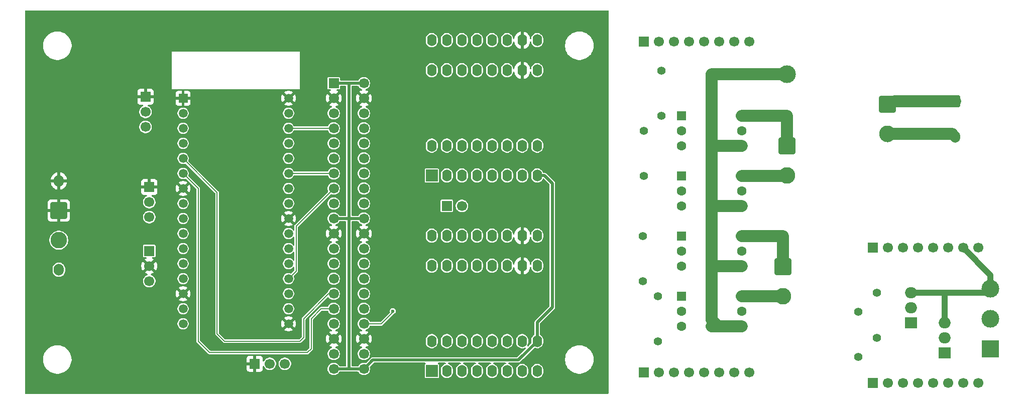
<source format=gbr>
%TF.GenerationSoftware,KiCad,Pcbnew,9.0.3*%
%TF.CreationDate,2025-08-28T14:02:25+02:00*%
%TF.ProjectId,luaos,6c75616f-732e-46b6-9963-61645f706362,rev?*%
%TF.SameCoordinates,Original*%
%TF.FileFunction,Copper,L2,Bot*%
%TF.FilePolarity,Positive*%
%FSLAX46Y46*%
G04 Gerber Fmt 4.6, Leading zero omitted, Abs format (unit mm)*
G04 Created by KiCad (PCBNEW 9.0.3) date 2025-08-28 14:02:25*
%MOMM*%
%LPD*%
G01*
G04 APERTURE LIST*
G04 Aperture macros list*
%AMRoundRect*
0 Rectangle with rounded corners*
0 $1 Rounding radius*
0 $2 $3 $4 $5 $6 $7 $8 $9 X,Y pos of 4 corners*
0 Add a 4 corners polygon primitive as box body*
4,1,4,$2,$3,$4,$5,$6,$7,$8,$9,$2,$3,0*
0 Add four circle primitives for the rounded corners*
1,1,$1+$1,$2,$3*
1,1,$1+$1,$4,$5*
1,1,$1+$1,$6,$7*
1,1,$1+$1,$8,$9*
0 Add four rect primitives between the rounded corners*
20,1,$1+$1,$2,$3,$4,$5,0*
20,1,$1+$1,$4,$5,$6,$7,0*
20,1,$1+$1,$6,$7,$8,$9,0*
20,1,$1+$1,$8,$9,$2,$3,0*%
G04 Aperture macros list end*
%TA.AperFunction,ComponentPad*%
%ADD10RoundRect,0.250001X-1.149999X1.149999X-1.149999X-1.149999X1.149999X-1.149999X1.149999X1.149999X0*%
%TD*%
%TA.AperFunction,ComponentPad*%
%ADD11C,2.800000*%
%TD*%
%TA.AperFunction,ComponentPad*%
%ADD12RoundRect,0.250000X-0.600000X-0.750000X0.600000X-0.750000X0.600000X0.750000X-0.600000X0.750000X0*%
%TD*%
%TA.AperFunction,ComponentPad*%
%ADD13O,1.700000X2.000000*%
%TD*%
%TA.AperFunction,ComponentPad*%
%ADD14C,1.400000*%
%TD*%
%TA.AperFunction,ComponentPad*%
%ADD15R,2.000000X1.905000*%
%TD*%
%TA.AperFunction,ComponentPad*%
%ADD16O,2.000000X1.905000*%
%TD*%
%TA.AperFunction,ComponentPad*%
%ADD17C,1.600000*%
%TD*%
%TA.AperFunction,ComponentPad*%
%ADD18RoundRect,0.250000X-0.550000X-0.550000X0.550000X-0.550000X0.550000X0.550000X-0.550000X0.550000X0*%
%TD*%
%TA.AperFunction,ComponentPad*%
%ADD19R,1.700000X1.700000*%
%TD*%
%TA.AperFunction,ComponentPad*%
%ADD20C,1.700000*%
%TD*%
%TA.AperFunction,ComponentPad*%
%ADD21C,3.000000*%
%TD*%
%TA.AperFunction,ComponentPad*%
%ADD22R,1.500000X1.500000*%
%TD*%
%TA.AperFunction,ComponentPad*%
%ADD23C,1.500000*%
%TD*%
%TA.AperFunction,ComponentPad*%
%ADD24R,3.000000X3.000000*%
%TD*%
%TA.AperFunction,ComponentPad*%
%ADD25R,2.000000X2.000000*%
%TD*%
%TA.AperFunction,ComponentPad*%
%ADD26O,1.600000X2.000000*%
%TD*%
%TA.AperFunction,ViaPad*%
%ADD27C,0.600000*%
%TD*%
%TA.AperFunction,Conductor*%
%ADD28C,0.500000*%
%TD*%
%TA.AperFunction,Conductor*%
%ADD29C,0.200000*%
%TD*%
%TA.AperFunction,Conductor*%
%ADD30C,2.000000*%
%TD*%
%TA.AperFunction,Conductor*%
%ADD31C,1.000000*%
%TD*%
G04 APERTURE END LIST*
D10*
%TO.P,J18,1,Pin_1*%
%TO.N,Net-(J18-Pin_1)*%
X170990000Y-95885000D03*
D11*
%TO.P,J18,2,Pin_2*%
%TO.N,Net-(J18-Pin_2)*%
X170990000Y-100885000D03*
%TD*%
D12*
%TO.P,J20,1,Pin_1*%
%TO.N,Net-(J20-Pin_1)*%
X199390000Y-88400000D03*
D13*
%TO.P,J20,2,Pin_2*%
%TO.N,Net-(J20-Pin_2)*%
X199390000Y-94400000D03*
%TD*%
D10*
%TO.P,J17,1,Pin_1*%
%TO.N,Net-(J17-Pin_1)*%
X170355000Y-116285000D03*
D11*
%TO.P,J17,2,Pin_2*%
%TO.N,Net-(J17-Pin_2)*%
X170355000Y-121285000D03*
%TD*%
D14*
%TO.P,R3,1*%
%TO.N,Net-(J16-Pin_1)*%
X146685000Y-118745000D03*
%TO.P,R3,2*%
%TO.N,Net-(R3-Pad2)*%
X146685000Y-111125000D03*
%TD*%
D15*
%TO.P,Q1,1,G*%
%TO.N,Net-(Q1-G)*%
X197620000Y-130905000D03*
D16*
%TO.P,Q1,2,D*%
%TO.N,Net-(J4-Pin_1)*%
X197620000Y-128365000D03*
%TO.P,Q1,3,S*%
%TO.N,Net-(J1-Pin_7)*%
X197620000Y-125825000D03*
%TD*%
D17*
%TO.P,U6,*%
%TO.N,*%
X153210000Y-116205000D03*
X163370000Y-113665000D03*
D18*
%TO.P,U6,1*%
%TO.N,Net-(R3-Pad2)*%
X153210000Y-111125000D03*
D17*
%TO.P,U6,2*%
%TO.N,Net-(J15-Pin_7)*%
X153210000Y-113665000D03*
%TO.P,U6,3*%
%TO.N,Net-(J19-Pin_1)*%
X163370000Y-116205000D03*
%TO.P,U6,4*%
%TO.N,Net-(J17-Pin_1)*%
X163370000Y-111125000D03*
%TD*%
D14*
%TO.P,R5,1*%
%TO.N,Net-(J1-Pin_1)*%
X183015000Y-123920000D03*
%TO.P,R5,2*%
%TO.N,Net-(Q1-G)*%
X183015000Y-131540000D03*
%TD*%
%TO.P,R2,1*%
%TO.N,Net-(J15-Pin_1)*%
X146860000Y-93345000D03*
%TO.P,R2,2*%
%TO.N,Net-(R2-Pad2)*%
X146860000Y-100965000D03*
%TD*%
D19*
%TO.P,J2,1,Pin_1*%
%TO.N,GND*%
X81280000Y-132715000D03*
D20*
%TO.P,J2,2,Pin_2*%
%TO.N,Net-(J2-Pin_2)*%
X83820000Y-132715000D03*
%TO.P,J2,3,Pin_3*%
%TO.N,+3.3V*%
X86360000Y-132715000D03*
%TD*%
D19*
%TO.P,J6,1,Pin_1*%
%TO.N,GND*%
X63500000Y-102870000D03*
D20*
%TO.P,J6,2,Pin_2*%
%TO.N,Net-(J6-Pin_2)*%
X63500000Y-105410000D03*
%TO.P,J6,3,Pin_3*%
%TO.N,Net-(J6-Pin_3)*%
X63500000Y-107950000D03*
%TD*%
D14*
%TO.P,R4,1*%
%TO.N,Net-(J16-Pin_2)*%
X149225000Y-128905000D03*
%TO.P,R4,2*%
%TO.N,Net-(R4-Pad2)*%
X149225000Y-121285000D03*
%TD*%
D19*
%TO.P,J9,1,Pin_1*%
%TO.N,Net-(J9-Pin_1)*%
X63500000Y-113665000D03*
D20*
%TO.P,J9,2,Pin_2*%
%TO.N,GND*%
X63500000Y-116205000D03*
%TO.P,J9,3,Pin_3*%
%TO.N,Net-(J9-Pin_3)*%
X63500000Y-118745000D03*
%TD*%
D10*
%TO.P,J5,1,Pin_1*%
%TO.N,GND*%
X48242600Y-106840000D03*
D13*
X48260000Y-101840000D03*
D11*
%TO.P,J5,2,Pin_2*%
%TO.N,+5V*%
X48242600Y-111840000D03*
D13*
X48260000Y-116840000D03*
%TD*%
D17*
%TO.P,U5,*%
%TO.N,*%
X153210000Y-106045000D03*
X163370000Y-103505000D03*
D18*
%TO.P,U5,1*%
%TO.N,Net-(R2-Pad2)*%
X153210000Y-100965000D03*
D17*
%TO.P,U5,2*%
%TO.N,Net-(J15-Pin_7)*%
X153210000Y-103505000D03*
%TO.P,U5,3*%
%TO.N,Net-(J19-Pin_1)*%
X163370000Y-106045000D03*
%TO.P,U5,4*%
%TO.N,Net-(J18-Pin_2)*%
X163370000Y-100965000D03*
%TD*%
D10*
%TO.P,J21,1,Pin_1*%
%TO.N,Net-(J20-Pin_1)*%
X187960000Y-88900000D03*
D11*
%TO.P,J21,2,Pin_2*%
%TO.N,Net-(J20-Pin_2)*%
X187960000Y-93900000D03*
%TD*%
D14*
%TO.P,R1,1*%
%TO.N,Net-(R1-Pad1)*%
X149860000Y-90805000D03*
%TO.P,R1,2*%
%TO.N,Net-(J15-Pin_3)*%
X149860000Y-83185000D03*
%TD*%
D21*
%TO.P,J19,1,Pin_1*%
%TO.N,Net-(J19-Pin_1)*%
X170990000Y-83820000D03*
%TD*%
D19*
%TO.P,J15,1,Pin_1*%
%TO.N,Net-(J15-Pin_1)*%
X146860000Y-78272500D03*
D20*
%TO.P,J15,2,Pin_2*%
%TO.N,unconnected-(J15-Pin_2-Pad2)*%
X149400000Y-78272500D03*
%TO.P,J15,3,Pin_3*%
%TO.N,Net-(J15-Pin_3)*%
X151940000Y-78272500D03*
%TO.P,J15,4,Pin_4*%
%TO.N,unconnected-(J15-Pin_4-Pad4)*%
X154480000Y-78272500D03*
%TO.P,J15,5,Pin_5*%
%TO.N,unconnected-(J15-Pin_5-Pad5)*%
X157020000Y-78272500D03*
%TO.P,J15,6,Pin_6*%
%TO.N,unconnected-(J15-Pin_6-Pad6)*%
X159560000Y-78272500D03*
%TO.P,J15,7,Pin_7*%
%TO.N,Net-(J15-Pin_7)*%
X162100000Y-78272500D03*
%TO.P,J15,8,Pin_8*%
%TO.N,unconnected-(J15-Pin_8-Pad8)*%
X164640000Y-78272500D03*
%TD*%
D19*
%TO.P,J1,1,Pin_1*%
%TO.N,Net-(J1-Pin_1)*%
X185500000Y-113140000D03*
D20*
%TO.P,J1,2,Pin_2*%
%TO.N,unconnected-(J1-Pin_2-Pad2)*%
X188040000Y-113140000D03*
%TO.P,J1,3,Pin_3*%
%TO.N,Net-(J1-Pin_3)*%
X190580000Y-113140000D03*
%TO.P,J1,4,Pin_4*%
%TO.N,unconnected-(J1-Pin_4-Pad4)*%
X193120000Y-113140000D03*
%TO.P,J1,5,Pin_5*%
%TO.N,unconnected-(J1-Pin_5-Pad5)*%
X195660000Y-113140000D03*
%TO.P,J1,6,Pin_6*%
%TO.N,unconnected-(J1-Pin_6-Pad6)*%
X198200000Y-113140000D03*
%TO.P,J1,7,Pin_7*%
%TO.N,Net-(J1-Pin_7)*%
X200740000Y-113140000D03*
%TO.P,J1,8,Pin_8*%
%TO.N,unconnected-(J1-Pin_8-Pad8)*%
X203280000Y-113140000D03*
%TD*%
D15*
%TO.P,Q2,1,G*%
%TO.N,Net-(Q2-G)*%
X191905000Y-125825000D03*
D16*
%TO.P,Q2,2,D*%
%TO.N,Net-(J4-Pin_2)*%
X191905000Y-123285000D03*
%TO.P,Q2,3,S*%
%TO.N,Net-(J1-Pin_7)*%
X191905000Y-120745000D03*
%TD*%
D19*
%TO.P,J3,1,Pin_1*%
%TO.N,unconnected-(J3-Pin_1-Pad1)*%
X185500000Y-136000000D03*
D20*
%TO.P,J3,2,Pin_2*%
%TO.N,unconnected-(J3-Pin_2-Pad2)*%
X188040000Y-136000000D03*
%TO.P,J3,3,Pin_3*%
%TO.N,unconnected-(J3-Pin_3-Pad3)*%
X190580000Y-136000000D03*
%TO.P,J3,4,Pin_4*%
%TO.N,unconnected-(J3-Pin_4-Pad4)*%
X193120000Y-136000000D03*
%TO.P,J3,5,Pin_5*%
%TO.N,unconnected-(J3-Pin_5-Pad5)*%
X195660000Y-136000000D03*
%TO.P,J3,6,Pin_6*%
%TO.N,unconnected-(J3-Pin_6-Pad6)*%
X198200000Y-136000000D03*
%TO.P,J3,7,Pin_7*%
%TO.N,unconnected-(J3-Pin_7-Pad7)*%
X200740000Y-136000000D03*
%TO.P,J3,8,Pin_8*%
%TO.N,unconnected-(J3-Pin_8-Pad8)*%
X203280000Y-136000000D03*
%TD*%
D22*
%TO.P,U1,1,GND*%
%TO.N,GND*%
X69197500Y-87875000D03*
D23*
%TO.P,U1,2,GPIO0*%
%TO.N,Net-(J2-Pin_2)*%
X69197500Y-90415000D03*
%TO.P,U1,3,GPIO1*%
%TO.N,Net-(J7-Pin_3)*%
X69197500Y-92955000D03*
%TO.P,U1,4,GPIO12*%
%TO.N,Net-(J12-Pin_1)*%
X69197500Y-95495000D03*
%TO.P,U1,5,GPIO18*%
%TO.N,Net-(J8-Pin_15)*%
X69197500Y-98035000D03*
%TO.P,U1,6,GPIO19*%
%TO.N,Net-(J8-Pin_16)*%
X69197500Y-100575000D03*
%TO.P,U1,7,GND*%
%TO.N,GND*%
X69197500Y-103115000D03*
%TO.P,U1,8,U0RXD*%
%TO.N,Net-(J6-Pin_2)*%
X69197500Y-105655000D03*
%TO.P,U1,9,U0TXD*%
%TO.N,Net-(J6-Pin_3)*%
X69197500Y-108195000D03*
%TO.P,U1,10,GPIO13*%
%TO.N,Net-(U1-GPIO13)*%
X69197500Y-110735000D03*
%TO.P,U1,11*%
%TO.N,N/C*%
X69197500Y-113275000D03*
%TO.P,U1,12,REST*%
%TO.N,Net-(J9-Pin_1)*%
X69197500Y-115815000D03*
%TO.P,U1,13,VDD3P3*%
%TO.N,+3.3V*%
X69197500Y-118355000D03*
%TO.P,U1,14,GND*%
%TO.N,GND*%
X69197500Y-120895000D03*
%TO.P,U1,15,PWB*%
%TO.N,Net-(J9-Pin_3)*%
X69197500Y-123435000D03*
%TO.P,U1,16,VDD5*%
%TO.N,+5V*%
X69197500Y-125975000D03*
%TO.P,U1,17,GND*%
%TO.N,GND*%
X86977500Y-87875000D03*
%TO.P,U1,18,VDD3P3*%
%TO.N,+3.3V*%
X86977500Y-90415000D03*
%TO.P,U1,19,SPI_CK*%
%TO.N,Net-(J8-Pin_4)*%
X86977500Y-92955000D03*
%TO.P,U1,20,SPI_MOSI*%
%TO.N,Net-(J8-Pin_3)*%
X86977500Y-95495000D03*
%TO.P,U1,21,SPI_MISO*%
%TO.N,Net-(J8-Pin_5)*%
X86977500Y-98035000D03*
%TO.P,U1,22,GPIO6*%
%TO.N,Net-(J8-Pin_7)*%
X86977500Y-100575000D03*
%TO.P,U1,23,GPIO7*%
%TO.N,Net-(J8-Pin_6)*%
X86977500Y-103115000D03*
%TO.P,U1,24,GPIO11*%
%TO.N,Net-(J8-Pin_9)*%
X86977500Y-105655000D03*
%TO.P,U1,25,GND*%
%TO.N,GND*%
X86977500Y-108195000D03*
%TO.P,U1,26,VDD3P3*%
%TO.N,+3.3V*%
X86977500Y-110735000D03*
%TO.P,U1,27,I2C_SCL*%
%TO.N,Net-(J8-Pin_12)*%
X86977500Y-113275000D03*
%TO.P,U1,28,I2C_SDA*%
%TO.N,Net-(J8-Pin_13)*%
X86977500Y-115815000D03*
%TO.P,U1,29,GPIO8*%
%TO.N,Net-(J8-Pin_8)*%
X86977500Y-118355000D03*
%TO.P,U1,30,GPIO9*%
%TO.N,Net-(J8-Pin_14)*%
X86977500Y-120895000D03*
%TO.P,U1,31,VDD5*%
%TO.N,+5V*%
X86977500Y-123435000D03*
%TO.P,U1,32,GND*%
%TO.N,GND*%
X86977500Y-125975000D03*
%TD*%
D17*
%TO.P,U7,*%
%TO.N,*%
X153210000Y-126365000D03*
X163370000Y-123825000D03*
D18*
%TO.P,U7,1*%
%TO.N,Net-(R4-Pad2)*%
X153210000Y-121285000D03*
D17*
%TO.P,U7,2*%
%TO.N,Net-(J15-Pin_7)*%
X153210000Y-123825000D03*
%TO.P,U7,3*%
%TO.N,Net-(J19-Pin_1)*%
X163370000Y-126365000D03*
%TO.P,U7,4*%
%TO.N,Net-(J17-Pin_2)*%
X163370000Y-121285000D03*
%TD*%
D19*
%TO.P,J12,1,Pin_1*%
%TO.N,Net-(J12-Pin_1)*%
X113660000Y-106045000D03*
D20*
%TO.P,J12,2,Pin_2*%
%TO.N,Net-(J12-Pin_2)*%
X116200000Y-106045000D03*
%TD*%
D24*
%TO.P,J4,1,Pin_1*%
%TO.N,Net-(J4-Pin_1)*%
X205335000Y-130175000D03*
D21*
%TO.P,J4,2,Pin_2*%
%TO.N,Net-(J4-Pin_2)*%
X205335000Y-125095000D03*
%TO.P,J4,3,Pin_3*%
%TO.N,Net-(J1-Pin_7)*%
X205335000Y-120015000D03*
%TD*%
D19*
%TO.P,J16,1,Pin_1*%
%TO.N,Net-(J16-Pin_1)*%
X146860000Y-134152500D03*
D20*
%TO.P,J16,2,Pin_2*%
%TO.N,Net-(J16-Pin_2)*%
X149400000Y-134152500D03*
%TO.P,J16,3,Pin_3*%
%TO.N,unconnected-(J16-Pin_3-Pad3)*%
X151940000Y-134152500D03*
%TO.P,J16,4,Pin_4*%
%TO.N,unconnected-(J16-Pin_4-Pad4)*%
X154480000Y-134152500D03*
%TO.P,J16,5,Pin_5*%
%TO.N,unconnected-(J16-Pin_5-Pad5)*%
X157020000Y-134152500D03*
%TO.P,J16,6,Pin_6*%
%TO.N,unconnected-(J16-Pin_6-Pad6)*%
X159560000Y-134152500D03*
%TO.P,J16,7,Pin_7*%
%TO.N,unconnected-(J16-Pin_7-Pad7)*%
X162100000Y-134152500D03*
%TO.P,J16,8,Pin_8*%
%TO.N,unconnected-(J16-Pin_8-Pad8)*%
X164640000Y-134152500D03*
%TD*%
D14*
%TO.P,R6,1*%
%TO.N,Net-(J1-Pin_3)*%
X186190000Y-120745000D03*
%TO.P,R6,2*%
%TO.N,Net-(Q2-G)*%
X186190000Y-128365000D03*
%TD*%
D19*
%TO.P,J7,1,Pin_1*%
%TO.N,GND*%
X62865000Y-87630000D03*
D20*
%TO.P,J7,2,Pin_2*%
%TO.N,Net-(J2-Pin_2)*%
X62865000Y-90170000D03*
%TO.P,J7,3,Pin_3*%
%TO.N,Net-(J7-Pin_3)*%
X62865000Y-92710000D03*
%TD*%
D17*
%TO.P,U4,*%
%TO.N,*%
X153210000Y-95885000D03*
X163370000Y-93345000D03*
D18*
%TO.P,U4,1*%
%TO.N,Net-(R1-Pad1)*%
X153210000Y-90805000D03*
D17*
%TO.P,U4,2*%
%TO.N,Net-(J15-Pin_7)*%
X153210000Y-93345000D03*
%TO.P,U4,3*%
%TO.N,Net-(J19-Pin_1)*%
X163370000Y-95885000D03*
%TO.P,U4,4*%
%TO.N,Net-(J18-Pin_1)*%
X163370000Y-90805000D03*
%TD*%
D19*
%TO.P,J8,1,Pin_1*%
%TO.N,+3.3V*%
X94597500Y-85335000D03*
D20*
X99677500Y-85335000D03*
%TO.P,J8,2,Pin_2*%
%TO.N,GND*%
X94597500Y-87875000D03*
X99677500Y-87875000D03*
%TO.P,J8,3,Pin_3*%
%TO.N,Net-(J8-Pin_3)*%
X94597500Y-90415000D03*
X99677500Y-90415000D03*
%TO.P,J8,4,Pin_4*%
%TO.N,Net-(J8-Pin_4)*%
X94597500Y-92955000D03*
X99677500Y-92955000D03*
%TO.P,J8,5,Pin_5*%
%TO.N,Net-(J8-Pin_5)*%
X94597500Y-95495000D03*
X99677500Y-95495000D03*
%TO.P,J8,6,Pin_6*%
%TO.N,Net-(J8-Pin_6)*%
X94597500Y-98035000D03*
X99677500Y-98035000D03*
%TO.P,J8,7,Pin_7*%
%TO.N,Net-(J8-Pin_7)*%
X94597500Y-100575000D03*
X99677500Y-100575000D03*
%TO.P,J8,8,Pin_8*%
%TO.N,Net-(J8-Pin_8)*%
X94597500Y-103115000D03*
X99677500Y-103115000D03*
%TO.P,J8,9,Pin_9*%
%TO.N,Net-(J8-Pin_9)*%
X94597500Y-105655000D03*
X99677500Y-105655000D03*
%TO.P,J8,10,Pin_10*%
%TO.N,+3.3V*%
X94597500Y-108195000D03*
X99677500Y-108195000D03*
%TO.P,J8,11,Pin_11*%
%TO.N,GND*%
X94597500Y-110735000D03*
X99677500Y-110735000D03*
%TO.P,J8,12,Pin_12*%
%TO.N,Net-(J8-Pin_12)*%
X94597500Y-113275000D03*
X99677500Y-113275000D03*
%TO.P,J8,13,Pin_13*%
%TO.N,Net-(J8-Pin_13)*%
X94597500Y-115815000D03*
X99677500Y-115815000D03*
%TO.P,J8,14,Pin_14*%
%TO.N,Net-(J8-Pin_14)*%
X94597500Y-118355000D03*
X99677500Y-118355000D03*
%TO.P,J8,15,Pin_15*%
%TO.N,Net-(J8-Pin_15)*%
X94597500Y-120895000D03*
X99677500Y-120895000D03*
%TO.P,J8,16,Pin_16*%
%TO.N,Net-(J8-Pin_16)*%
X94597500Y-123435000D03*
X99677500Y-123435000D03*
%TO.P,J8,17,Pin_17*%
%TO.N,Net-(J7-Pin_3)*%
X94597500Y-125975000D03*
X99677500Y-125975000D03*
%TO.P,J8,18,Pin_18*%
%TO.N,GND*%
X94597500Y-128515000D03*
X99677500Y-128515000D03*
%TO.P,J8,19,Pin_19*%
%TO.N,Net-(J2-Pin_2)*%
X94597500Y-131055000D03*
X99677500Y-131055000D03*
%TO.P,J8,20,Pin_20*%
%TO.N,+3.3V*%
X94597500Y-133595000D03*
X99677500Y-133595000D03*
%TD*%
D25*
%TO.P,U2,1,~{RST}*%
%TO.N,unconnected-(U2-~{RST}-Pad1)*%
X111125000Y-100925000D03*
D26*
X111125000Y-95885000D03*
%TO.P,U2,2,A0*%
%TO.N,unconnected-(U2-A0-Pad2)*%
X113665000Y-100925000D03*
X113665000Y-95885000D03*
%TO.P,U2,3,D0*%
%TO.N,unconnected-(U2-D0-Pad3)*%
X116205000Y-100925000D03*
X116205000Y-95885000D03*
%TO.P,U2,4,SCK/D5*%
%TO.N,unconnected-(U2-SCK{slash}D5-Pad4)*%
X118745000Y-100925000D03*
X118745000Y-95885000D03*
%TO.P,U2,5,MISO/D6*%
%TO.N,unconnected-(U2-MISO{slash}D6-Pad5)*%
X121285000Y-100925000D03*
X121285000Y-95885000D03*
%TO.P,U2,6,MOSI/D7*%
%TO.N,unconnected-(U2-MOSI{slash}D7-Pad6)*%
X123825000Y-100925000D03*
X123825000Y-95885000D03*
%TO.P,U2,7,CS/D8*%
%TO.N,unconnected-(U2-CS{slash}D8-Pad7)*%
X126365000Y-100925000D03*
X126365000Y-95885000D03*
%TO.P,U2,8,3V3*%
%TO.N,+3.3V*%
X128905000Y-100925000D03*
X128905000Y-95885000D03*
%TO.P,U2,9,5V*%
%TO.N,+5V*%
X128905000Y-83145000D03*
X128905000Y-78065000D03*
%TO.P,U2,10,GND*%
%TO.N,GND*%
X126365000Y-83145000D03*
X126365000Y-78065000D03*
%TO.P,U2,11,D4*%
%TO.N,unconnected-(U2-D4-Pad11)*%
X123825000Y-83145000D03*
X123825000Y-78065000D03*
%TO.P,U2,12,D3*%
%TO.N,unconnected-(U2-D3-Pad12)*%
X121285000Y-83145000D03*
X121285000Y-78065000D03*
%TO.P,U2,13,SDA/D2*%
%TO.N,unconnected-(U2-SDA{slash}D2-Pad13)*%
X118745000Y-83145000D03*
X118745000Y-78065000D03*
%TO.P,U2,14,SCL/D1*%
%TO.N,Net-(U1-GPIO13)*%
X116205000Y-83145000D03*
X116205000Y-78065000D03*
%TO.P,U2,15,RX*%
%TO.N,unconnected-(U2-RX-Pad15)*%
X113665000Y-83145000D03*
X113665000Y-78065000D03*
%TO.P,U2,16,TX*%
%TO.N,unconnected-(U2-TX-Pad16)*%
X111125000Y-83145000D03*
X111125000Y-78065000D03*
%TD*%
D25*
%TO.P,U3,1,~{RST}*%
%TO.N,unconnected-(U3-~{RST}-Pad1)*%
X111125000Y-133945000D03*
D26*
X111125000Y-128905000D03*
%TO.P,U3,2,A0*%
%TO.N,unconnected-(U3-A0-Pad2)*%
X113665000Y-133945000D03*
X113665000Y-128905000D03*
%TO.P,U3,3,D0*%
%TO.N,unconnected-(U3-D0-Pad3)*%
X116205000Y-133945000D03*
X116205000Y-128905000D03*
%TO.P,U3,4,SCK/D5*%
%TO.N,unconnected-(U3-SCK{slash}D5-Pad4)*%
X118745000Y-133945000D03*
X118745000Y-128905000D03*
%TO.P,U3,5,MISO/D6*%
%TO.N,unconnected-(U3-MISO{slash}D6-Pad5)*%
X121285000Y-133945000D03*
X121285000Y-128905000D03*
%TO.P,U3,6,MOSI/D7*%
%TO.N,unconnected-(U3-MOSI{slash}D7-Pad6)*%
X123825000Y-133945000D03*
X123825000Y-128905000D03*
%TO.P,U3,7,CS/D8*%
%TO.N,unconnected-(U3-CS{slash}D8-Pad7)*%
X126365000Y-133945000D03*
X126365000Y-128905000D03*
%TO.P,U3,8,3V3*%
%TO.N,+3.3V*%
X128905000Y-133945000D03*
X128905000Y-128905000D03*
%TO.P,U3,9,5V*%
%TO.N,+5V*%
X128905000Y-116165000D03*
X128905000Y-111085000D03*
%TO.P,U3,10,GND*%
%TO.N,GND*%
X126365000Y-116165000D03*
X126365000Y-111085000D03*
%TO.P,U3,11,D4*%
%TO.N,unconnected-(U3-D4-Pad11)*%
X123825000Y-116165000D03*
X123825000Y-111085000D03*
%TO.P,U3,12,D3*%
%TO.N,unconnected-(U3-D3-Pad12)*%
X121285000Y-116165000D03*
X121285000Y-111085000D03*
%TO.P,U3,13,SDA/D2*%
%TO.N,unconnected-(U3-SDA{slash}D2-Pad13)*%
X118745000Y-116165000D03*
X118745000Y-111085000D03*
%TO.P,U3,14,SCL/D1*%
%TO.N,Net-(J12-Pin_2)*%
X116205000Y-116165000D03*
X116205000Y-111085000D03*
%TO.P,U3,15,RX*%
%TO.N,unconnected-(U3-RX-Pad15)*%
X113665000Y-116165000D03*
X113665000Y-111085000D03*
%TO.P,U3,16,TX*%
%TO.N,unconnected-(U3-TX-Pad16)*%
X111125000Y-116165000D03*
X111125000Y-111085000D03*
%TD*%
D27*
%TO.N,Net-(J7-Pin_3)*%
X104550000Y-123825000D03*
%TD*%
D28*
%TO.N,+3.3V*%
X94597500Y-108195000D02*
X99677500Y-108195000D01*
X128905000Y-100925000D02*
X130135000Y-100925000D01*
X125730000Y-132080000D02*
X101192500Y-132080000D01*
X94597500Y-85335000D02*
X99677500Y-85335000D01*
X128905000Y-128905000D02*
X125730000Y-132080000D01*
X128905000Y-125730000D02*
X128905000Y-128905000D01*
X97137500Y-85335000D02*
X97137500Y-109220000D01*
X131445000Y-102235000D02*
X131445000Y-123190000D01*
X131445000Y-123190000D02*
X128905000Y-125730000D01*
X94597500Y-133595000D02*
X99677500Y-133595000D01*
X97137500Y-109220000D02*
X97137500Y-133595000D01*
X101192500Y-132080000D02*
X99677500Y-133595000D01*
X130135000Y-100925000D02*
X131445000Y-102235000D01*
D29*
%TO.N,Net-(J7-Pin_3)*%
X99677500Y-125975000D02*
X99677500Y-125747500D01*
X99677500Y-125747500D02*
X99695000Y-125730000D01*
X104550000Y-124050000D02*
X104550000Y-123825000D01*
X99677500Y-125975000D02*
X102625000Y-125975000D01*
X102625000Y-125975000D02*
X104550000Y-124050000D01*
%TO.N,Net-(J18-Pin_2)*%
X170910000Y-100965000D02*
X170990000Y-100885000D01*
D30*
X163370000Y-100965000D02*
X170910000Y-100965000D01*
%TO.N,Net-(J18-Pin_1)*%
X170990000Y-90805000D02*
X170990000Y-95885000D01*
X163370000Y-90805000D02*
X170990000Y-90805000D01*
%TO.N,Net-(J17-Pin_2)*%
X163370000Y-121285000D02*
X170355000Y-121285000D01*
%TO.N,Net-(J17-Pin_1)*%
X170355000Y-111125000D02*
X170355000Y-116285000D01*
X163370000Y-111125000D02*
X170355000Y-111125000D01*
%TO.N,Net-(J19-Pin_1)*%
X158290000Y-116205000D02*
X158290000Y-125270000D01*
X158290000Y-83820000D02*
X158290000Y-95885000D01*
X159385000Y-126365000D02*
X158290000Y-126365000D01*
X163370000Y-126365000D02*
X159385000Y-126365000D01*
X163370000Y-95885000D02*
X158290000Y-95885000D01*
X158290000Y-125270000D02*
X159385000Y-126365000D01*
X170990000Y-83820000D02*
X158290000Y-83820000D01*
X158290000Y-95885000D02*
X158290000Y-106045000D01*
X163370000Y-116205000D02*
X158290000Y-116205000D01*
X163370000Y-106045000D02*
X158290000Y-106045000D01*
X158290000Y-106045000D02*
X158290000Y-116205000D01*
D29*
%TO.N,Net-(J20-Pin_2)*%
X187960000Y-95256000D02*
X187992500Y-95256000D01*
D30*
X187960000Y-93900000D02*
X198890000Y-93900000D01*
D29*
X198890000Y-93900000D02*
X199390000Y-94400000D01*
D30*
%TO.N,Net-(J20-Pin_1)*%
X189095000Y-88400000D02*
X199390000Y-88400000D01*
D29*
X198890000Y-88900000D02*
X199390000Y-88400000D01*
X188595000Y-88900000D02*
X189095000Y-88400000D01*
X187960000Y-88900000D02*
X188595000Y-88900000D01*
X199418100Y-88055000D02*
X199708100Y-87765000D01*
%TO.N,Net-(J8-Pin_7)*%
X86977500Y-100575000D02*
X94597500Y-100575000D01*
%TO.N,Net-(J8-Pin_4)*%
X86977500Y-92955000D02*
X94597500Y-92955000D01*
%TO.N,Net-(J8-Pin_8)*%
X86977500Y-118355000D02*
X88265000Y-117067500D01*
X88265000Y-109447500D02*
X94597500Y-103115000D01*
X88265000Y-117067500D02*
X88265000Y-109447500D01*
%TO.N,Net-(J8-Pin_16)*%
X71755000Y-103132500D02*
X69197500Y-100575000D01*
X90805000Y-125095000D02*
X90805000Y-130175000D01*
X90805000Y-130175000D02*
X90170000Y-130810000D01*
X71755000Y-128905000D02*
X71755000Y-103132500D01*
X92465000Y-123435000D02*
X90805000Y-125095000D01*
X90170000Y-130810000D02*
X73660000Y-130810000D01*
X73660000Y-130810000D02*
X71755000Y-128905000D01*
X94597500Y-123435000D02*
X92465000Y-123435000D01*
%TO.N,Net-(J8-Pin_15)*%
X89535000Y-125095000D02*
X89535000Y-128270000D01*
X74930000Y-127635000D02*
X76200000Y-128905000D01*
X93735000Y-120895000D02*
X89535000Y-125095000D01*
X94597500Y-120895000D02*
X93735000Y-120895000D01*
X88900000Y-128905000D02*
X76200000Y-128905000D01*
X74930000Y-127635000D02*
X74930000Y-103767500D01*
X74930000Y-103767500D02*
X69197500Y-98035000D01*
X89535000Y-128270000D02*
X88900000Y-128905000D01*
D31*
%TO.N,Net-(J1-Pin_7)*%
X205335000Y-117735000D02*
X205335000Y-120015000D01*
X197620000Y-125825000D02*
X197620000Y-120840000D01*
X197715000Y-120745000D02*
X204605000Y-120745000D01*
X191905000Y-120745000D02*
X197715000Y-120745000D01*
D29*
X197620000Y-120840000D02*
X197715000Y-120745000D01*
D31*
X200740000Y-113140000D02*
X205335000Y-117735000D01*
D29*
X204605000Y-120745000D02*
X205335000Y-120015000D01*
%TD*%
%TA.AperFunction,Conductor*%
%TO.N,GND*%
G36*
X140913039Y-73044685D02*
G01*
X140958794Y-73097489D01*
X140970000Y-73149000D01*
X140970000Y-137671000D01*
X140950315Y-137738039D01*
X140897511Y-137783794D01*
X140846000Y-137795000D01*
X42669000Y-137795000D01*
X42601961Y-137775315D01*
X42556206Y-137722511D01*
X42545000Y-137671000D01*
X42545000Y-131865186D01*
X45599500Y-131865186D01*
X45599500Y-132134813D01*
X45629686Y-132402719D01*
X45629687Y-132402728D01*
X45629688Y-132402732D01*
X45638305Y-132440486D01*
X45689684Y-132665594D01*
X45689687Y-132665602D01*
X45778734Y-132920082D01*
X45895714Y-133162994D01*
X45928392Y-133215000D01*
X46039162Y-133391289D01*
X46207266Y-133602085D01*
X46397915Y-133792734D01*
X46608711Y-133960838D01*
X46837003Y-134104284D01*
X47079921Y-134221267D01*
X47203923Y-134264657D01*
X47334397Y-134310312D01*
X47334405Y-134310315D01*
X47334408Y-134310315D01*
X47334409Y-134310316D01*
X47597268Y-134370312D01*
X47865187Y-134400499D01*
X47865188Y-134400500D01*
X47865191Y-134400500D01*
X48134812Y-134400500D01*
X48134812Y-134400499D01*
X48402732Y-134370312D01*
X48665591Y-134310316D01*
X48920079Y-134221267D01*
X49162997Y-134104284D01*
X49391289Y-133960838D01*
X49602085Y-133792734D01*
X49792734Y-133602085D01*
X49960838Y-133391289D01*
X50104284Y-133162997D01*
X50221267Y-132920079D01*
X50310316Y-132665591D01*
X50370312Y-132402732D01*
X50400500Y-132134809D01*
X50400500Y-131865191D01*
X50395089Y-131817172D01*
X50395087Y-131817155D01*
X79930000Y-131817155D01*
X79930000Y-132465000D01*
X80846988Y-132465000D01*
X80814075Y-132522007D01*
X80780000Y-132649174D01*
X80780000Y-132780826D01*
X80814075Y-132907993D01*
X80846988Y-132965000D01*
X79930000Y-132965000D01*
X79930000Y-133612844D01*
X79936401Y-133672372D01*
X79936403Y-133672379D01*
X79986645Y-133807086D01*
X79986649Y-133807093D01*
X80072809Y-133922187D01*
X80072812Y-133922190D01*
X80187906Y-134008350D01*
X80187913Y-134008354D01*
X80322620Y-134058596D01*
X80322627Y-134058598D01*
X80382155Y-134064999D01*
X80382172Y-134065000D01*
X81030000Y-134065000D01*
X81030000Y-133148012D01*
X81087007Y-133180925D01*
X81214174Y-133215000D01*
X81345826Y-133215000D01*
X81472993Y-133180925D01*
X81530000Y-133148012D01*
X81530000Y-134065000D01*
X82177828Y-134065000D01*
X82177844Y-134064999D01*
X82237372Y-134058598D01*
X82237379Y-134058596D01*
X82372086Y-134008354D01*
X82372093Y-134008350D01*
X82487187Y-133922190D01*
X82487190Y-133922187D01*
X82573350Y-133807093D01*
X82573354Y-133807086D01*
X82623596Y-133672379D01*
X82623598Y-133672372D01*
X82629999Y-133612844D01*
X82630000Y-133612827D01*
X82630000Y-133210564D01*
X82649685Y-133143525D01*
X82702489Y-133097770D01*
X82771647Y-133087826D01*
X82835203Y-133116851D01*
X82868561Y-133163112D01*
X82875939Y-133180925D01*
X82889059Y-133212598D01*
X82928139Y-133271086D01*
X83004024Y-133384657D01*
X83150342Y-133530975D01*
X83150345Y-133530977D01*
X83322402Y-133645941D01*
X83513580Y-133725130D01*
X83716530Y-133765499D01*
X83716534Y-133765500D01*
X83716535Y-133765500D01*
X83923466Y-133765500D01*
X83923467Y-133765499D01*
X84126420Y-133725130D01*
X84317598Y-133645941D01*
X84489655Y-133530977D01*
X84635977Y-133384655D01*
X84750941Y-133212598D01*
X84830130Y-133021420D01*
X84870500Y-132818465D01*
X84870500Y-132611535D01*
X84870499Y-132611530D01*
X85309500Y-132611530D01*
X85309500Y-132818469D01*
X85349868Y-133021412D01*
X85349870Y-133021420D01*
X85415939Y-133180925D01*
X85429059Y-133212598D01*
X85468139Y-133271086D01*
X85544024Y-133384657D01*
X85690342Y-133530975D01*
X85690345Y-133530977D01*
X85862402Y-133645941D01*
X86053580Y-133725130D01*
X86256530Y-133765499D01*
X86256534Y-133765500D01*
X86256535Y-133765500D01*
X86463466Y-133765500D01*
X86463467Y-133765499D01*
X86666420Y-133725130D01*
X86857598Y-133645941D01*
X87029655Y-133530977D01*
X87175977Y-133384655D01*
X87290941Y-133212598D01*
X87370130Y-133021420D01*
X87410500Y-132818465D01*
X87410500Y-132611535D01*
X87370130Y-132408580D01*
X87290941Y-132217402D01*
X87175977Y-132045345D01*
X87175975Y-132045342D01*
X87029657Y-131899024D01*
X86907130Y-131817155D01*
X86857598Y-131784059D01*
X86833388Y-131774031D01*
X86666420Y-131704870D01*
X86666412Y-131704868D01*
X86463469Y-131664500D01*
X86463465Y-131664500D01*
X86256535Y-131664500D01*
X86256530Y-131664500D01*
X86053587Y-131704868D01*
X86053579Y-131704870D01*
X85862403Y-131784058D01*
X85690342Y-131899024D01*
X85544024Y-132045342D01*
X85429058Y-132217403D01*
X85349870Y-132408579D01*
X85349868Y-132408587D01*
X85309500Y-132611530D01*
X84870499Y-132611530D01*
X84830130Y-132408580D01*
X84750941Y-132217402D01*
X84635977Y-132045345D01*
X84635975Y-132045342D01*
X84489657Y-131899024D01*
X84367130Y-131817155D01*
X84317598Y-131784059D01*
X84293388Y-131774031D01*
X84126420Y-131704870D01*
X84126412Y-131704868D01*
X83923469Y-131664500D01*
X83923465Y-131664500D01*
X83716535Y-131664500D01*
X83716530Y-131664500D01*
X83513587Y-131704868D01*
X83513579Y-131704870D01*
X83322403Y-131784058D01*
X83150342Y-131899024D01*
X83004024Y-132045342D01*
X82889058Y-132217403D01*
X82868561Y-132266888D01*
X82824720Y-132321291D01*
X82758426Y-132343356D01*
X82690726Y-132326077D01*
X82643116Y-132274939D01*
X82630000Y-132219435D01*
X82630000Y-131817172D01*
X82629999Y-131817155D01*
X82623598Y-131757627D01*
X82623596Y-131757620D01*
X82573354Y-131622913D01*
X82573350Y-131622906D01*
X82487190Y-131507812D01*
X82487187Y-131507809D01*
X82372093Y-131421649D01*
X82372086Y-131421645D01*
X82237379Y-131371403D01*
X82237372Y-131371401D01*
X82177844Y-131365000D01*
X81530000Y-131365000D01*
X81530000Y-132281988D01*
X81472993Y-132249075D01*
X81345826Y-132215000D01*
X81214174Y-132215000D01*
X81087007Y-132249075D01*
X81030000Y-132281988D01*
X81030000Y-131365000D01*
X80382155Y-131365000D01*
X80322627Y-131371401D01*
X80322620Y-131371403D01*
X80187913Y-131421645D01*
X80187906Y-131421649D01*
X80072812Y-131507809D01*
X80072809Y-131507812D01*
X79986649Y-131622906D01*
X79986645Y-131622913D01*
X79936403Y-131757620D01*
X79936401Y-131757627D01*
X79930000Y-131817155D01*
X50395087Y-131817155D01*
X50377403Y-131660201D01*
X50370312Y-131597268D01*
X50310316Y-131334409D01*
X50221267Y-131079921D01*
X50104284Y-130837003D01*
X49960838Y-130608711D01*
X49792734Y-130397915D01*
X49602085Y-130207266D01*
X49391289Y-130039162D01*
X49162997Y-129895716D01*
X49162994Y-129895714D01*
X48920082Y-129778734D01*
X48665602Y-129689687D01*
X48665594Y-129689684D01*
X48467378Y-129644443D01*
X48402732Y-129629688D01*
X48402728Y-129629687D01*
X48402719Y-129629686D01*
X48134813Y-129599500D01*
X48134809Y-129599500D01*
X47865191Y-129599500D01*
X47865186Y-129599500D01*
X47597280Y-129629686D01*
X47597268Y-129629688D01*
X47334405Y-129689684D01*
X47334397Y-129689687D01*
X47079917Y-129778734D01*
X46837005Y-129895714D01*
X46608712Y-130039161D01*
X46397915Y-130207265D01*
X46207265Y-130397915D01*
X46039161Y-130608712D01*
X45895714Y-130837005D01*
X45778734Y-131079917D01*
X45689687Y-131334397D01*
X45689684Y-131334405D01*
X45629688Y-131597268D01*
X45629686Y-131597280D01*
X45599500Y-131865186D01*
X42545000Y-131865186D01*
X42545000Y-125881379D01*
X68247000Y-125881379D01*
X68247000Y-126068620D01*
X68283525Y-126252243D01*
X68283527Y-126252251D01*
X68355176Y-126425228D01*
X68355181Y-126425237D01*
X68459197Y-126580907D01*
X68459200Y-126580911D01*
X68591588Y-126713299D01*
X68591592Y-126713302D01*
X68747262Y-126817318D01*
X68747268Y-126817321D01*
X68747269Y-126817322D01*
X68920249Y-126888973D01*
X69103879Y-126925499D01*
X69103883Y-126925500D01*
X69103884Y-126925500D01*
X69291117Y-126925500D01*
X69291118Y-126925499D01*
X69474751Y-126888973D01*
X69647731Y-126817322D01*
X69803408Y-126713302D01*
X69935802Y-126580908D01*
X70039822Y-126425231D01*
X70111473Y-126252251D01*
X70148000Y-126068616D01*
X70148000Y-125881384D01*
X70111473Y-125697749D01*
X70039822Y-125524769D01*
X70039821Y-125524768D01*
X70039818Y-125524762D01*
X69935802Y-125369092D01*
X69935799Y-125369088D01*
X69803411Y-125236700D01*
X69803407Y-125236697D01*
X69647737Y-125132681D01*
X69647728Y-125132676D01*
X69474751Y-125061027D01*
X69474743Y-125061025D01*
X69291120Y-125024500D01*
X69291116Y-125024500D01*
X69103884Y-125024500D01*
X69103879Y-125024500D01*
X68920256Y-125061025D01*
X68920248Y-125061027D01*
X68747271Y-125132676D01*
X68747262Y-125132681D01*
X68591592Y-125236697D01*
X68591588Y-125236700D01*
X68459200Y-125369088D01*
X68459197Y-125369092D01*
X68355181Y-125524762D01*
X68355176Y-125524771D01*
X68283527Y-125697748D01*
X68283525Y-125697756D01*
X68247000Y-125881379D01*
X42545000Y-125881379D01*
X42545000Y-123341379D01*
X68247000Y-123341379D01*
X68247000Y-123528620D01*
X68283525Y-123712243D01*
X68283527Y-123712251D01*
X68355176Y-123885228D01*
X68355181Y-123885237D01*
X68459197Y-124040907D01*
X68459200Y-124040911D01*
X68591588Y-124173299D01*
X68591592Y-124173302D01*
X68747262Y-124277318D01*
X68747268Y-124277321D01*
X68747269Y-124277322D01*
X68920249Y-124348973D01*
X69103879Y-124385499D01*
X69103883Y-124385500D01*
X69103884Y-124385500D01*
X69291117Y-124385500D01*
X69291118Y-124385499D01*
X69474751Y-124348973D01*
X69647731Y-124277322D01*
X69803408Y-124173302D01*
X69935802Y-124040908D01*
X70039822Y-123885231D01*
X70111473Y-123712251D01*
X70148000Y-123528616D01*
X70148000Y-123341384D01*
X70111473Y-123157749D01*
X70039822Y-122984769D01*
X70039821Y-122984768D01*
X70039818Y-122984762D01*
X69935802Y-122829092D01*
X69935799Y-122829088D01*
X69803411Y-122696700D01*
X69803407Y-122696697D01*
X69647737Y-122592681D01*
X69647728Y-122592676D01*
X69474751Y-122521027D01*
X69474743Y-122521025D01*
X69291120Y-122484500D01*
X69291116Y-122484500D01*
X69103884Y-122484500D01*
X69103879Y-122484500D01*
X68920256Y-122521025D01*
X68920248Y-122521027D01*
X68747271Y-122592676D01*
X68747262Y-122592681D01*
X68591592Y-122696697D01*
X68591588Y-122696700D01*
X68459200Y-122829088D01*
X68459197Y-122829092D01*
X68355181Y-122984762D01*
X68355176Y-122984771D01*
X68283527Y-123157748D01*
X68283525Y-123157756D01*
X68247000Y-123341379D01*
X42545000Y-123341379D01*
X42545000Y-120796617D01*
X67947500Y-120796617D01*
X67947500Y-120993382D01*
X67978278Y-121187705D01*
X68039081Y-121374835D01*
X68128405Y-121550145D01*
X68153819Y-121585125D01*
X68153820Y-121585125D01*
X68755361Y-120983584D01*
X68778167Y-121068694D01*
X68837410Y-121171306D01*
X68921194Y-121255090D01*
X69023806Y-121314333D01*
X69108914Y-121337137D01*
X68507373Y-121938677D01*
X68507373Y-121938678D01*
X68542358Y-121964096D01*
X68717664Y-122053418D01*
X68904794Y-122114221D01*
X69099118Y-122145000D01*
X69295882Y-122145000D01*
X69490205Y-122114221D01*
X69677335Y-122053418D01*
X69852643Y-121964095D01*
X69887625Y-121938678D01*
X69887626Y-121938678D01*
X69286085Y-121337137D01*
X69371194Y-121314333D01*
X69473806Y-121255090D01*
X69557590Y-121171306D01*
X69616833Y-121068694D01*
X69639638Y-120983585D01*
X70241178Y-121585126D01*
X70241178Y-121585125D01*
X70266595Y-121550143D01*
X70355918Y-121374835D01*
X70416721Y-121187705D01*
X70447500Y-120993382D01*
X70447500Y-120796617D01*
X70416721Y-120602294D01*
X70355918Y-120415164D01*
X70266596Y-120239858D01*
X70241178Y-120204873D01*
X70241177Y-120204873D01*
X69639637Y-120806413D01*
X69616833Y-120721306D01*
X69557590Y-120618694D01*
X69473806Y-120534910D01*
X69371194Y-120475667D01*
X69286084Y-120452861D01*
X69887625Y-119851320D01*
X69887625Y-119851319D01*
X69852645Y-119825905D01*
X69677335Y-119736581D01*
X69490205Y-119675778D01*
X69295882Y-119645000D01*
X69099118Y-119645000D01*
X68904794Y-119675778D01*
X68717661Y-119736582D01*
X68542363Y-119825899D01*
X68542359Y-119825902D01*
X68507373Y-119851320D01*
X68507372Y-119851320D01*
X69108915Y-120452861D01*
X69023806Y-120475667D01*
X68921194Y-120534910D01*
X68837410Y-120618694D01*
X68778167Y-120721306D01*
X68755361Y-120806414D01*
X68153820Y-120204872D01*
X68153820Y-120204873D01*
X68128402Y-120239859D01*
X68128399Y-120239863D01*
X68039082Y-120415161D01*
X67978278Y-120602294D01*
X67947500Y-120796617D01*
X42545000Y-120796617D01*
X42545000Y-116586530D01*
X47209500Y-116586530D01*
X47209500Y-117093469D01*
X47249868Y-117296412D01*
X47249870Y-117296420D01*
X47325060Y-117477945D01*
X47329059Y-117487598D01*
X47386541Y-117573626D01*
X47444024Y-117659657D01*
X47590342Y-117805975D01*
X47590345Y-117805977D01*
X47762402Y-117920941D01*
X47953580Y-118000130D01*
X48156530Y-118040499D01*
X48156534Y-118040500D01*
X48156535Y-118040500D01*
X48363466Y-118040500D01*
X48363467Y-118040499D01*
X48566420Y-118000130D01*
X48757598Y-117920941D01*
X48929655Y-117805977D01*
X49075977Y-117659655D01*
X49190941Y-117487598D01*
X49270130Y-117296420D01*
X49310500Y-117093465D01*
X49310500Y-116586535D01*
X49270130Y-116383580D01*
X49190941Y-116192402D01*
X49128367Y-116098753D01*
X62150000Y-116098753D01*
X62150000Y-116311246D01*
X62183242Y-116521127D01*
X62183242Y-116521130D01*
X62248904Y-116723217D01*
X62345375Y-116912550D01*
X62384728Y-116966716D01*
X63017037Y-116334408D01*
X63034075Y-116397993D01*
X63099901Y-116512007D01*
X63192993Y-116605099D01*
X63307007Y-116670925D01*
X63370590Y-116687962D01*
X62738282Y-117320269D01*
X62738282Y-117320270D01*
X62792449Y-117359624D01*
X62981782Y-117456095D01*
X63157973Y-117513343D01*
X63215648Y-117552780D01*
X63242847Y-117617139D01*
X63230932Y-117685985D01*
X63183688Y-117737461D01*
X63167108Y-117745835D01*
X63002403Y-117814057D01*
X62830342Y-117929024D01*
X62684024Y-118075342D01*
X62569058Y-118247403D01*
X62489870Y-118438579D01*
X62489868Y-118438587D01*
X62449500Y-118641530D01*
X62449500Y-118848469D01*
X62489868Y-119051412D01*
X62489870Y-119051420D01*
X62539391Y-119170975D01*
X62569059Y-119242598D01*
X62626541Y-119328626D01*
X62684024Y-119414657D01*
X62830342Y-119560975D01*
X62830345Y-119560977D01*
X63002402Y-119675941D01*
X63193580Y-119755130D01*
X63396530Y-119795499D01*
X63396534Y-119795500D01*
X63396535Y-119795500D01*
X63603466Y-119795500D01*
X63603467Y-119795499D01*
X63630000Y-119790221D01*
X63696665Y-119776962D01*
X63747672Y-119766815D01*
X63806420Y-119755130D01*
X63997598Y-119675941D01*
X64169655Y-119560977D01*
X64315977Y-119414655D01*
X64430941Y-119242598D01*
X64510130Y-119051420D01*
X64550500Y-118848465D01*
X64550500Y-118641535D01*
X64510130Y-118438580D01*
X64436730Y-118261379D01*
X68247000Y-118261379D01*
X68247000Y-118448620D01*
X68283525Y-118632243D01*
X68283527Y-118632251D01*
X68355176Y-118805228D01*
X68355181Y-118805237D01*
X68459197Y-118960907D01*
X68459200Y-118960911D01*
X68591588Y-119093299D01*
X68591592Y-119093302D01*
X68747262Y-119197318D01*
X68747268Y-119197321D01*
X68747269Y-119197322D01*
X68920249Y-119268973D01*
X69103879Y-119305499D01*
X69103883Y-119305500D01*
X69103884Y-119305500D01*
X69291117Y-119305500D01*
X69291118Y-119305499D01*
X69474751Y-119268973D01*
X69647731Y-119197322D01*
X69803408Y-119093302D01*
X69935802Y-118960908D01*
X70039822Y-118805231D01*
X70111473Y-118632251D01*
X70148000Y-118448616D01*
X70148000Y-118261384D01*
X70111473Y-118077749D01*
X70039822Y-117904769D01*
X70039821Y-117904768D01*
X70039818Y-117904762D01*
X69935802Y-117749092D01*
X69935799Y-117749088D01*
X69803411Y-117616700D01*
X69803407Y-117616697D01*
X69647737Y-117512681D01*
X69647728Y-117512676D01*
X69474751Y-117441027D01*
X69474743Y-117441025D01*
X69291120Y-117404500D01*
X69291116Y-117404500D01*
X69103884Y-117404500D01*
X69103879Y-117404500D01*
X68920256Y-117441025D01*
X68920248Y-117441027D01*
X68747271Y-117512676D01*
X68747262Y-117512681D01*
X68591592Y-117616697D01*
X68591588Y-117616700D01*
X68459200Y-117749088D01*
X68459197Y-117749092D01*
X68355181Y-117904762D01*
X68355176Y-117904771D01*
X68283527Y-118077748D01*
X68283525Y-118077756D01*
X68247000Y-118261379D01*
X64436730Y-118261379D01*
X64430941Y-118247402D01*
X64315977Y-118075345D01*
X64315975Y-118075342D01*
X64169657Y-117929024D01*
X64062466Y-117857402D01*
X63997598Y-117814059D01*
X63997593Y-117814057D01*
X63935891Y-117788499D01*
X63832890Y-117745834D01*
X63778488Y-117701994D01*
X63756423Y-117635700D01*
X63773702Y-117568001D01*
X63824839Y-117520390D01*
X63842026Y-117513343D01*
X64018217Y-117456095D01*
X64207554Y-117359622D01*
X64261716Y-117320270D01*
X64261717Y-117320270D01*
X63629408Y-116687962D01*
X63692993Y-116670925D01*
X63807007Y-116605099D01*
X63900099Y-116512007D01*
X63965925Y-116397993D01*
X63982962Y-116334409D01*
X64615270Y-116966717D01*
X64615270Y-116966716D01*
X64654622Y-116912554D01*
X64751095Y-116723217D01*
X64816757Y-116521130D01*
X64816757Y-116521127D01*
X64850000Y-116311246D01*
X64850000Y-116098753D01*
X64816757Y-115888872D01*
X64816757Y-115888869D01*
X64772809Y-115753610D01*
X64762336Y-115721379D01*
X68247000Y-115721379D01*
X68247000Y-115908620D01*
X68283525Y-116092243D01*
X68283527Y-116092251D01*
X68355176Y-116265228D01*
X68355181Y-116265237D01*
X68459197Y-116420907D01*
X68459200Y-116420911D01*
X68591588Y-116553299D01*
X68591592Y-116553302D01*
X68747262Y-116657318D01*
X68747268Y-116657321D01*
X68747269Y-116657322D01*
X68920249Y-116728973D01*
X69103879Y-116765499D01*
X69103883Y-116765500D01*
X69103884Y-116765500D01*
X69291117Y-116765500D01*
X69291118Y-116765499D01*
X69474751Y-116728973D01*
X69647731Y-116657322D01*
X69803408Y-116553302D01*
X69935802Y-116420908D01*
X70039822Y-116265231D01*
X70111473Y-116092251D01*
X70148000Y-115908616D01*
X70148000Y-115721384D01*
X70111473Y-115537749D01*
X70039822Y-115364769D01*
X70039821Y-115364768D01*
X70039818Y-115364762D01*
X69935802Y-115209092D01*
X69935799Y-115209088D01*
X69803411Y-115076700D01*
X69803407Y-115076697D01*
X69647737Y-114972681D01*
X69647728Y-114972676D01*
X69474751Y-114901027D01*
X69474743Y-114901025D01*
X69291120Y-114864500D01*
X69291116Y-114864500D01*
X69103884Y-114864500D01*
X69103879Y-114864500D01*
X68920256Y-114901025D01*
X68920248Y-114901027D01*
X68747271Y-114972676D01*
X68747262Y-114972681D01*
X68591592Y-115076697D01*
X68591588Y-115076700D01*
X68459200Y-115209088D01*
X68459197Y-115209092D01*
X68355181Y-115364762D01*
X68355176Y-115364771D01*
X68283527Y-115537748D01*
X68283525Y-115537756D01*
X68247000Y-115721379D01*
X64762336Y-115721379D01*
X64751095Y-115686782D01*
X64654624Y-115497449D01*
X64615270Y-115443282D01*
X64615269Y-115443282D01*
X63982962Y-116075590D01*
X63965925Y-116012007D01*
X63900099Y-115897993D01*
X63807007Y-115804901D01*
X63692993Y-115739075D01*
X63629409Y-115722037D01*
X64261716Y-115089728D01*
X64207550Y-115050375D01*
X64013879Y-114951694D01*
X64014396Y-114950678D01*
X63964192Y-114910221D01*
X63942127Y-114843927D01*
X63959406Y-114776228D01*
X64010542Y-114728617D01*
X64066048Y-114715500D01*
X64369750Y-114715500D01*
X64369751Y-114715499D01*
X64384568Y-114712552D01*
X64428229Y-114703868D01*
X64428229Y-114703867D01*
X64428231Y-114703867D01*
X64494552Y-114659552D01*
X64538867Y-114593231D01*
X64538867Y-114593229D01*
X64538868Y-114593229D01*
X64550499Y-114534752D01*
X64550500Y-114534750D01*
X64550500Y-113181379D01*
X68247000Y-113181379D01*
X68247000Y-113368620D01*
X68283525Y-113552243D01*
X68283527Y-113552251D01*
X68355176Y-113725228D01*
X68355181Y-113725237D01*
X68459197Y-113880907D01*
X68459200Y-113880911D01*
X68591588Y-114013299D01*
X68591592Y-114013302D01*
X68747262Y-114117318D01*
X68747268Y-114117321D01*
X68747269Y-114117322D01*
X68920249Y-114188973D01*
X69103879Y-114225499D01*
X69103883Y-114225500D01*
X69103884Y-114225500D01*
X69291117Y-114225500D01*
X69291118Y-114225499D01*
X69474751Y-114188973D01*
X69647731Y-114117322D01*
X69803408Y-114013302D01*
X69935802Y-113880908D01*
X70039822Y-113725231D01*
X70111473Y-113552251D01*
X70148000Y-113368616D01*
X70148000Y-113181384D01*
X70111473Y-112997749D01*
X70039822Y-112824769D01*
X70039821Y-112824768D01*
X70039818Y-112824762D01*
X69935802Y-112669092D01*
X69935799Y-112669088D01*
X69803411Y-112536700D01*
X69803407Y-112536697D01*
X69647737Y-112432681D01*
X69647728Y-112432676D01*
X69474751Y-112361027D01*
X69474743Y-112361025D01*
X69291120Y-112324500D01*
X69291116Y-112324500D01*
X69103884Y-112324500D01*
X69103879Y-112324500D01*
X68920256Y-112361025D01*
X68920248Y-112361027D01*
X68747271Y-112432676D01*
X68747262Y-112432681D01*
X68591592Y-112536697D01*
X68591588Y-112536700D01*
X68459200Y-112669088D01*
X68459197Y-112669092D01*
X68355181Y-112824762D01*
X68355176Y-112824771D01*
X68283527Y-112997748D01*
X68283525Y-112997756D01*
X68247000Y-113181379D01*
X64550500Y-113181379D01*
X64550500Y-112795249D01*
X64550499Y-112795247D01*
X64538868Y-112736770D01*
X64538867Y-112736769D01*
X64494552Y-112670447D01*
X64428230Y-112626132D01*
X64428229Y-112626131D01*
X64369752Y-112614500D01*
X64369748Y-112614500D01*
X62630252Y-112614500D01*
X62630247Y-112614500D01*
X62571770Y-112626131D01*
X62571769Y-112626132D01*
X62505447Y-112670447D01*
X62461132Y-112736769D01*
X62461131Y-112736770D01*
X62449500Y-112795247D01*
X62449500Y-114534752D01*
X62461131Y-114593229D01*
X62461132Y-114593230D01*
X62505447Y-114659552D01*
X62571769Y-114703867D01*
X62571770Y-114703868D01*
X62630247Y-114715499D01*
X62630250Y-114715500D01*
X62933952Y-114715500D01*
X63000991Y-114735185D01*
X63046746Y-114787989D01*
X63056690Y-114857147D01*
X63027665Y-114920703D01*
X62985735Y-114950938D01*
X62986121Y-114951694D01*
X62792439Y-115050380D01*
X62738282Y-115089727D01*
X62738282Y-115089728D01*
X63370591Y-115722037D01*
X63307007Y-115739075D01*
X63192993Y-115804901D01*
X63099901Y-115897993D01*
X63034075Y-116012007D01*
X63017037Y-116075591D01*
X62384728Y-115443282D01*
X62384727Y-115443282D01*
X62345380Y-115497439D01*
X62248904Y-115686782D01*
X62183242Y-115888869D01*
X62183242Y-115888872D01*
X62150000Y-116098753D01*
X49128367Y-116098753D01*
X49075977Y-116020345D01*
X49075975Y-116020342D01*
X48929657Y-115874024D01*
X48826206Y-115804901D01*
X48757598Y-115759059D01*
X48566420Y-115679870D01*
X48566412Y-115679868D01*
X48363469Y-115639500D01*
X48363465Y-115639500D01*
X48156535Y-115639500D01*
X48156530Y-115639500D01*
X47953587Y-115679868D01*
X47953579Y-115679870D01*
X47762403Y-115759058D01*
X47590342Y-115874024D01*
X47444024Y-116020342D01*
X47329058Y-116192403D01*
X47249870Y-116383579D01*
X47249868Y-116383587D01*
X47209500Y-116586530D01*
X42545000Y-116586530D01*
X42545000Y-111714038D01*
X46642100Y-111714038D01*
X46642100Y-111965961D01*
X46681510Y-112214785D01*
X46759360Y-112454383D01*
X46813994Y-112561606D01*
X46846871Y-112626132D01*
X46873732Y-112678848D01*
X47021801Y-112882649D01*
X47021805Y-112882654D01*
X47199945Y-113060794D01*
X47199950Y-113060798D01*
X47352361Y-113171530D01*
X47403755Y-113208870D01*
X47546784Y-113281747D01*
X47628216Y-113323239D01*
X47628218Y-113323239D01*
X47628221Y-113323241D01*
X47867815Y-113401090D01*
X48116638Y-113440500D01*
X48116639Y-113440500D01*
X48368561Y-113440500D01*
X48368562Y-113440500D01*
X48617385Y-113401090D01*
X48856979Y-113323241D01*
X49081445Y-113208870D01*
X49285256Y-113060793D01*
X49463393Y-112882656D01*
X49539864Y-112777403D01*
X49584276Y-112716275D01*
X49584276Y-112716274D01*
X49595074Y-112701412D01*
X49611470Y-112678845D01*
X49725841Y-112454379D01*
X49803690Y-112214785D01*
X49843100Y-111965962D01*
X49843100Y-111714038D01*
X49803690Y-111465215D01*
X49725841Y-111225621D01*
X49725839Y-111225618D01*
X49725839Y-111225616D01*
X49656002Y-111088554D01*
X49611470Y-111001155D01*
X49486920Y-110829726D01*
X49463398Y-110797350D01*
X49463394Y-110797345D01*
X49307428Y-110641379D01*
X68247000Y-110641379D01*
X68247000Y-110828620D01*
X68283525Y-111012243D01*
X68283527Y-111012251D01*
X68355176Y-111185228D01*
X68355181Y-111185237D01*
X68459197Y-111340907D01*
X68459200Y-111340911D01*
X68591588Y-111473299D01*
X68591592Y-111473302D01*
X68747262Y-111577318D01*
X68747268Y-111577321D01*
X68747269Y-111577322D01*
X68920249Y-111648973D01*
X69103879Y-111685499D01*
X69103883Y-111685500D01*
X69103884Y-111685500D01*
X69291117Y-111685500D01*
X69291118Y-111685499D01*
X69474751Y-111648973D01*
X69647731Y-111577322D01*
X69803408Y-111473302D01*
X69935802Y-111340908D01*
X70039822Y-111185231D01*
X70111473Y-111012251D01*
X70148000Y-110828616D01*
X70148000Y-110641384D01*
X70111473Y-110457749D01*
X70039822Y-110284769D01*
X70039821Y-110284768D01*
X70039818Y-110284762D01*
X69935802Y-110129092D01*
X69935799Y-110129088D01*
X69803411Y-109996700D01*
X69803407Y-109996697D01*
X69647737Y-109892681D01*
X69647728Y-109892676D01*
X69474751Y-109821027D01*
X69474743Y-109821025D01*
X69291120Y-109784500D01*
X69291116Y-109784500D01*
X69103884Y-109784500D01*
X69103879Y-109784500D01*
X68920256Y-109821025D01*
X68920248Y-109821027D01*
X68747271Y-109892676D01*
X68747262Y-109892681D01*
X68591592Y-109996697D01*
X68591588Y-109996700D01*
X68459200Y-110129088D01*
X68459197Y-110129092D01*
X68355181Y-110284762D01*
X68355176Y-110284771D01*
X68283527Y-110457748D01*
X68283525Y-110457756D01*
X68247000Y-110641379D01*
X49307428Y-110641379D01*
X49285254Y-110619205D01*
X49285249Y-110619201D01*
X49081448Y-110471132D01*
X49081447Y-110471131D01*
X49081445Y-110471130D01*
X48963614Y-110411092D01*
X48856983Y-110356760D01*
X48617385Y-110278910D01*
X48368562Y-110239500D01*
X48116638Y-110239500D01*
X48067909Y-110247218D01*
X47867814Y-110278910D01*
X47628216Y-110356760D01*
X47403751Y-110471132D01*
X47199950Y-110619201D01*
X47199945Y-110619205D01*
X47021805Y-110797345D01*
X47021801Y-110797350D01*
X46873732Y-111001151D01*
X46759360Y-111225616D01*
X46681510Y-111465214D01*
X46642100Y-111714038D01*
X42545000Y-111714038D01*
X42545000Y-105640014D01*
X46342600Y-105640014D01*
X46342600Y-106590000D01*
X47642599Y-106590000D01*
X47617579Y-106650402D01*
X47592600Y-106775981D01*
X47592600Y-106904019D01*
X47617579Y-107029598D01*
X47642599Y-107090000D01*
X46342600Y-107090000D01*
X46342600Y-108039985D01*
X46353093Y-108142689D01*
X46353094Y-108142696D01*
X46408241Y-108309118D01*
X46408243Y-108309123D01*
X46500284Y-108458344D01*
X46624255Y-108582315D01*
X46773476Y-108674356D01*
X46773481Y-108674358D01*
X46939903Y-108729505D01*
X46939910Y-108729506D01*
X47042614Y-108739999D01*
X47042627Y-108740000D01*
X47992600Y-108740000D01*
X47992600Y-107440001D01*
X48053002Y-107465021D01*
X48178581Y-107490000D01*
X48306619Y-107490000D01*
X48432198Y-107465021D01*
X48492600Y-107440001D01*
X48492600Y-108740000D01*
X49442573Y-108740000D01*
X49442585Y-108739999D01*
X49545289Y-108729506D01*
X49545296Y-108729505D01*
X49711718Y-108674358D01*
X49711723Y-108674356D01*
X49860944Y-108582315D01*
X49984915Y-108458344D01*
X50076956Y-108309123D01*
X50076958Y-108309118D01*
X50132105Y-108142696D01*
X50132106Y-108142689D01*
X50142599Y-108039985D01*
X50142600Y-108039972D01*
X50142600Y-107846530D01*
X62449500Y-107846530D01*
X62449500Y-108053469D01*
X62489868Y-108256412D01*
X62489870Y-108256420D01*
X62503206Y-108288617D01*
X62569059Y-108447598D01*
X62626541Y-108533626D01*
X62684024Y-108619657D01*
X62830342Y-108765975D01*
X62830345Y-108765977D01*
X63002402Y-108880941D01*
X63193580Y-108960130D01*
X63396530Y-109000499D01*
X63396534Y-109000500D01*
X63396535Y-109000500D01*
X63603466Y-109000500D01*
X63603467Y-109000499D01*
X63806420Y-108960130D01*
X63997598Y-108880941D01*
X64169655Y-108765977D01*
X64315977Y-108619655D01*
X64430941Y-108447598D01*
X64510130Y-108256420D01*
X64532752Y-108142689D01*
X64540970Y-108101379D01*
X68247000Y-108101379D01*
X68247000Y-108288620D01*
X68283525Y-108472243D01*
X68283527Y-108472251D01*
X68355176Y-108645228D01*
X68355181Y-108645237D01*
X68459197Y-108800907D01*
X68459200Y-108800911D01*
X68591588Y-108933299D01*
X68591592Y-108933302D01*
X68747262Y-109037318D01*
X68747268Y-109037321D01*
X68747269Y-109037322D01*
X68920249Y-109108973D01*
X69103879Y-109145499D01*
X69103883Y-109145500D01*
X69103884Y-109145500D01*
X69291117Y-109145500D01*
X69291118Y-109145499D01*
X69474751Y-109108973D01*
X69647731Y-109037322D01*
X69803408Y-108933302D01*
X69935802Y-108800908D01*
X70039822Y-108645231D01*
X70111473Y-108472251D01*
X70148000Y-108288616D01*
X70148000Y-108101384D01*
X70111473Y-107917749D01*
X70039822Y-107744769D01*
X70039821Y-107744768D01*
X70039818Y-107744762D01*
X69935802Y-107589092D01*
X69935799Y-107589088D01*
X69803411Y-107456700D01*
X69803407Y-107456697D01*
X69647737Y-107352681D01*
X69647728Y-107352676D01*
X69474751Y-107281027D01*
X69474743Y-107281025D01*
X69291120Y-107244500D01*
X69291116Y-107244500D01*
X69103884Y-107244500D01*
X69103879Y-107244500D01*
X68920256Y-107281025D01*
X68920248Y-107281027D01*
X68747271Y-107352676D01*
X68747262Y-107352681D01*
X68591592Y-107456697D01*
X68591588Y-107456700D01*
X68459200Y-107589088D01*
X68459197Y-107589092D01*
X68355181Y-107744762D01*
X68355176Y-107744771D01*
X68283527Y-107917748D01*
X68283525Y-107917756D01*
X68247000Y-108101379D01*
X64540970Y-108101379D01*
X64546988Y-108071124D01*
X64546992Y-108071103D01*
X64550500Y-108053465D01*
X64550500Y-107846534D01*
X64550499Y-107846530D01*
X64548188Y-107834910D01*
X64510130Y-107643580D01*
X64430941Y-107452402D01*
X64315977Y-107280345D01*
X64315975Y-107280342D01*
X64169657Y-107134024D01*
X64023823Y-107036582D01*
X63997598Y-107019059D01*
X63806420Y-106939870D01*
X63806412Y-106939868D01*
X63603469Y-106899500D01*
X63603465Y-106899500D01*
X63396535Y-106899500D01*
X63396530Y-106899500D01*
X63193587Y-106939868D01*
X63193579Y-106939870D01*
X63002403Y-107019058D01*
X62830342Y-107134024D01*
X62684024Y-107280342D01*
X62569058Y-107452403D01*
X62489870Y-107643579D01*
X62489868Y-107643587D01*
X62449500Y-107846530D01*
X50142600Y-107846530D01*
X50142600Y-107090000D01*
X48842601Y-107090000D01*
X48867621Y-107029598D01*
X48892600Y-106904019D01*
X48892600Y-106775981D01*
X48867621Y-106650402D01*
X48842601Y-106590000D01*
X50142600Y-106590000D01*
X50142600Y-105640027D01*
X50142599Y-105640014D01*
X50132106Y-105537310D01*
X50132105Y-105537303D01*
X50076958Y-105370881D01*
X50076956Y-105370876D01*
X49984915Y-105221655D01*
X49860944Y-105097684D01*
X49711723Y-105005643D01*
X49711718Y-105005641D01*
X49545296Y-104950494D01*
X49545289Y-104950493D01*
X49442585Y-104940000D01*
X48492600Y-104940000D01*
X48492600Y-106239998D01*
X48432198Y-106214979D01*
X48306619Y-106190000D01*
X48178581Y-106190000D01*
X48053002Y-106214979D01*
X47992600Y-106239998D01*
X47992600Y-104940000D01*
X47042614Y-104940000D01*
X46939910Y-104950493D01*
X46939903Y-104950494D01*
X46773481Y-105005641D01*
X46773476Y-105005643D01*
X46624255Y-105097684D01*
X46500284Y-105221655D01*
X46408243Y-105370876D01*
X46408241Y-105370881D01*
X46353094Y-105537303D01*
X46353093Y-105537310D01*
X46342600Y-105640014D01*
X42545000Y-105640014D01*
X42545000Y-101583753D01*
X46910000Y-101583753D01*
X46910000Y-101590000D01*
X47826988Y-101590000D01*
X47794075Y-101647007D01*
X47760000Y-101774174D01*
X47760000Y-101905826D01*
X47794075Y-102032993D01*
X47826988Y-102090000D01*
X46910000Y-102090000D01*
X46910000Y-102096246D01*
X46943242Y-102306127D01*
X46943242Y-102306130D01*
X47008904Y-102508217D01*
X47105379Y-102697557D01*
X47230272Y-102869459D01*
X47230276Y-102869464D01*
X47380535Y-103019723D01*
X47380540Y-103019727D01*
X47552442Y-103144620D01*
X47741782Y-103241095D01*
X47943871Y-103306757D01*
X48010000Y-103317231D01*
X48010000Y-102273012D01*
X48067007Y-102305925D01*
X48194174Y-102340000D01*
X48325826Y-102340000D01*
X48452993Y-102305925D01*
X48510000Y-102273012D01*
X48510000Y-103317230D01*
X48576126Y-103306757D01*
X48576129Y-103306757D01*
X48778217Y-103241095D01*
X48967557Y-103144620D01*
X49139459Y-103019727D01*
X49139464Y-103019723D01*
X49178231Y-102980957D01*
X49289723Y-102869464D01*
X49289727Y-102869459D01*
X49414620Y-102697557D01*
X49511095Y-102508217D01*
X49576757Y-102306130D01*
X49576757Y-102306127D01*
X49610000Y-102096246D01*
X49610000Y-102090000D01*
X48693012Y-102090000D01*
X48725925Y-102032993D01*
X48742227Y-101972155D01*
X62150000Y-101972155D01*
X62150000Y-102620000D01*
X63066988Y-102620000D01*
X63034075Y-102677007D01*
X63000000Y-102804174D01*
X63000000Y-102935826D01*
X63034075Y-103062993D01*
X63066988Y-103120000D01*
X62150000Y-103120000D01*
X62150000Y-103767844D01*
X62156401Y-103827372D01*
X62156403Y-103827379D01*
X62206645Y-103962086D01*
X62206649Y-103962093D01*
X62292809Y-104077187D01*
X62292812Y-104077190D01*
X62407906Y-104163350D01*
X62407913Y-104163354D01*
X62542620Y-104213596D01*
X62542627Y-104213598D01*
X62602155Y-104219999D01*
X62602172Y-104220000D01*
X63004435Y-104220000D01*
X63071474Y-104239685D01*
X63117229Y-104292489D01*
X63127173Y-104361647D01*
X63098148Y-104425203D01*
X63051888Y-104458561D01*
X63002403Y-104479058D01*
X62830342Y-104594024D01*
X62684024Y-104740342D01*
X62569058Y-104912403D01*
X62489870Y-105103579D01*
X62489868Y-105103587D01*
X62449500Y-105306530D01*
X62449500Y-105513469D01*
X62489868Y-105716412D01*
X62489870Y-105716420D01*
X62503206Y-105748617D01*
X62569059Y-105907598D01*
X62626541Y-105993626D01*
X62684024Y-106079657D01*
X62830342Y-106225975D01*
X62830345Y-106225977D01*
X63002402Y-106340941D01*
X63193580Y-106420130D01*
X63396530Y-106460499D01*
X63396534Y-106460500D01*
X63396535Y-106460500D01*
X63603466Y-106460500D01*
X63603467Y-106460499D01*
X63806420Y-106420130D01*
X63997598Y-106340941D01*
X64169655Y-106225977D01*
X64315977Y-106079655D01*
X64430941Y-105907598D01*
X64510130Y-105716420D01*
X64528882Y-105622143D01*
X64540970Y-105561379D01*
X68247000Y-105561379D01*
X68247000Y-105748620D01*
X68283525Y-105932243D01*
X68283527Y-105932251D01*
X68355176Y-106105228D01*
X68355181Y-106105237D01*
X68459197Y-106260907D01*
X68459200Y-106260911D01*
X68591588Y-106393299D01*
X68591592Y-106393302D01*
X68747262Y-106497318D01*
X68747268Y-106497321D01*
X68747269Y-106497322D01*
X68920249Y-106568973D01*
X69103879Y-106605499D01*
X69103883Y-106605500D01*
X69103884Y-106605500D01*
X69291117Y-106605500D01*
X69291118Y-106605499D01*
X69474751Y-106568973D01*
X69647731Y-106497322D01*
X69803408Y-106393302D01*
X69935802Y-106260908D01*
X70039822Y-106105231D01*
X70111473Y-105932251D01*
X70148000Y-105748616D01*
X70148000Y-105561384D01*
X70111473Y-105377749D01*
X70049868Y-105229023D01*
X70039823Y-105204771D01*
X70039818Y-105204762D01*
X69935802Y-105049092D01*
X69935799Y-105049088D01*
X69803411Y-104916700D01*
X69803407Y-104916697D01*
X69647737Y-104812681D01*
X69647728Y-104812676D01*
X69474751Y-104741027D01*
X69474743Y-104741025D01*
X69291120Y-104704500D01*
X69291116Y-104704500D01*
X69103884Y-104704500D01*
X69103879Y-104704500D01*
X68920256Y-104741025D01*
X68920248Y-104741027D01*
X68747271Y-104812676D01*
X68747262Y-104812681D01*
X68591592Y-104916697D01*
X68591588Y-104916700D01*
X68459200Y-105049088D01*
X68459197Y-105049092D01*
X68355181Y-105204762D01*
X68355176Y-105204771D01*
X68283527Y-105377748D01*
X68283525Y-105377756D01*
X68247000Y-105561379D01*
X64540970Y-105561379D01*
X64546988Y-105531124D01*
X64546992Y-105531103D01*
X64550500Y-105513465D01*
X64550500Y-105306534D01*
X64550499Y-105306530D01*
X64533616Y-105221655D01*
X64510130Y-105103580D01*
X64430941Y-104912402D01*
X64315977Y-104740345D01*
X64315975Y-104740342D01*
X64169657Y-104594024D01*
X64083626Y-104536541D01*
X63997598Y-104479059D01*
X63948112Y-104458561D01*
X63893709Y-104414720D01*
X63871644Y-104348426D01*
X63888923Y-104280726D01*
X63940061Y-104233116D01*
X63995565Y-104220000D01*
X64397828Y-104220000D01*
X64397844Y-104219999D01*
X64457372Y-104213598D01*
X64457379Y-104213596D01*
X64592086Y-104163354D01*
X64592093Y-104163350D01*
X64707186Y-104077190D01*
X64737193Y-104037108D01*
X64737193Y-104037107D01*
X64793352Y-103962089D01*
X64793354Y-103962086D01*
X64843596Y-103827379D01*
X64843598Y-103827372D01*
X64849999Y-103767844D01*
X64850000Y-103767827D01*
X64850000Y-103120000D01*
X63933012Y-103120000D01*
X63965925Y-103062993D01*
X63978352Y-103016617D01*
X67947500Y-103016617D01*
X67947500Y-103213382D01*
X67978278Y-103407705D01*
X68039081Y-103594835D01*
X68128405Y-103770145D01*
X68153819Y-103805125D01*
X68153820Y-103805125D01*
X68755361Y-103203584D01*
X68778167Y-103288694D01*
X68837410Y-103391306D01*
X68921194Y-103475090D01*
X69023806Y-103534333D01*
X69108914Y-103557137D01*
X68507373Y-104158677D01*
X68507373Y-104158678D01*
X68542358Y-104184096D01*
X68717664Y-104273418D01*
X68904794Y-104334221D01*
X69099118Y-104365000D01*
X69295882Y-104365000D01*
X69490205Y-104334221D01*
X69677335Y-104273418D01*
X69852643Y-104184095D01*
X69887625Y-104158678D01*
X69887626Y-104158678D01*
X69286085Y-103557137D01*
X69371194Y-103534333D01*
X69473806Y-103475090D01*
X69557590Y-103391306D01*
X69616833Y-103288694D01*
X69639638Y-103203585D01*
X70241178Y-103805126D01*
X70241178Y-103805125D01*
X70266595Y-103770143D01*
X70355918Y-103594835D01*
X70416721Y-103407705D01*
X70447500Y-103213382D01*
X70447500Y-103016617D01*
X70416721Y-102822294D01*
X70355918Y-102635164D01*
X70266596Y-102459858D01*
X70241178Y-102424873D01*
X70241177Y-102424873D01*
X69639637Y-103026413D01*
X69616833Y-102941306D01*
X69557590Y-102838694D01*
X69473806Y-102754910D01*
X69371194Y-102695667D01*
X69286084Y-102672861D01*
X69887625Y-102071320D01*
X69887625Y-102071319D01*
X69852645Y-102045905D01*
X69677335Y-101956581D01*
X69490205Y-101895778D01*
X69295882Y-101865000D01*
X69099118Y-101865000D01*
X68904794Y-101895778D01*
X68717661Y-101956582D01*
X68542363Y-102045899D01*
X68542359Y-102045902D01*
X68507373Y-102071320D01*
X68507372Y-102071320D01*
X69108915Y-102672861D01*
X69023806Y-102695667D01*
X68921194Y-102754910D01*
X68837410Y-102838694D01*
X68778167Y-102941306D01*
X68755361Y-103026414D01*
X68153820Y-102424872D01*
X68153820Y-102424873D01*
X68128402Y-102459859D01*
X68128399Y-102459863D01*
X68039082Y-102635161D01*
X67978278Y-102822294D01*
X67947500Y-103016617D01*
X63978352Y-103016617D01*
X64000000Y-102935826D01*
X64000000Y-102804174D01*
X63965925Y-102677007D01*
X63933012Y-102620000D01*
X64850000Y-102620000D01*
X64850000Y-101972172D01*
X64849999Y-101972155D01*
X64843598Y-101912627D01*
X64843596Y-101912620D01*
X64793354Y-101777913D01*
X64793350Y-101777906D01*
X64707190Y-101662812D01*
X64707187Y-101662809D01*
X64592093Y-101576649D01*
X64592086Y-101576645D01*
X64457379Y-101526403D01*
X64457372Y-101526401D01*
X64397844Y-101520000D01*
X63750000Y-101520000D01*
X63750000Y-102436988D01*
X63692993Y-102404075D01*
X63565826Y-102370000D01*
X63434174Y-102370000D01*
X63307007Y-102404075D01*
X63250000Y-102436988D01*
X63250000Y-101520000D01*
X62602155Y-101520000D01*
X62542627Y-101526401D01*
X62542620Y-101526403D01*
X62407913Y-101576645D01*
X62407906Y-101576649D01*
X62292812Y-101662809D01*
X62292809Y-101662812D01*
X62206649Y-101777906D01*
X62206645Y-101777913D01*
X62156403Y-101912620D01*
X62156401Y-101912627D01*
X62150000Y-101972155D01*
X48742227Y-101972155D01*
X48760000Y-101905826D01*
X48760000Y-101774174D01*
X48725925Y-101647007D01*
X48693012Y-101590000D01*
X49610000Y-101590000D01*
X49610000Y-101583753D01*
X49576757Y-101373872D01*
X49576757Y-101373869D01*
X49511095Y-101171782D01*
X49414620Y-100982442D01*
X49289727Y-100810540D01*
X49289723Y-100810535D01*
X49139464Y-100660276D01*
X49139459Y-100660272D01*
X49022931Y-100575610D01*
X48967557Y-100535379D01*
X48861578Y-100481379D01*
X68247000Y-100481379D01*
X68247000Y-100668620D01*
X68283525Y-100852243D01*
X68283527Y-100852251D01*
X68355176Y-101025228D01*
X68355181Y-101025237D01*
X68459197Y-101180907D01*
X68459200Y-101180911D01*
X68591588Y-101313299D01*
X68591592Y-101313302D01*
X68747262Y-101417318D01*
X68747268Y-101417321D01*
X68747269Y-101417322D01*
X68920249Y-101488973D01*
X69103879Y-101525499D01*
X69103883Y-101525500D01*
X69103884Y-101525500D01*
X69291117Y-101525500D01*
X69291118Y-101525499D01*
X69474751Y-101488973D01*
X69547934Y-101458658D01*
X69617403Y-101451190D01*
X69679882Y-101482465D01*
X69683068Y-101485539D01*
X71418181Y-103220652D01*
X71451666Y-103281975D01*
X71454500Y-103308333D01*
X71454500Y-128944562D01*
X71464244Y-128980925D01*
X71474979Y-129020991D01*
X71474981Y-129020994D01*
X71508403Y-129078881D01*
X71508404Y-129078887D01*
X71508406Y-129078887D01*
X71514538Y-129089508D01*
X71514541Y-129089513D01*
X72469899Y-130044870D01*
X73419540Y-130994511D01*
X73475489Y-131050460D01*
X73475491Y-131050461D01*
X73475495Y-131050464D01*
X73526510Y-131079917D01*
X73544011Y-131090021D01*
X73620438Y-131110500D01*
X73620440Y-131110500D01*
X90209560Y-131110500D01*
X90209562Y-131110500D01*
X90285989Y-131090021D01*
X90354511Y-131050460D01*
X90410460Y-130994511D01*
X91045460Y-130359511D01*
X91085022Y-130290988D01*
X91105500Y-130214562D01*
X91105500Y-130135438D01*
X91105500Y-128408753D01*
X93247500Y-128408753D01*
X93247500Y-128621246D01*
X93280742Y-128831127D01*
X93280742Y-128831130D01*
X93346404Y-129033217D01*
X93442875Y-129222550D01*
X93482228Y-129276716D01*
X94114537Y-128644408D01*
X94131575Y-128707993D01*
X94197401Y-128822007D01*
X94290493Y-128915099D01*
X94404507Y-128980925D01*
X94468090Y-128997962D01*
X93835782Y-129630269D01*
X93835782Y-129630270D01*
X93889949Y-129669624D01*
X94079282Y-129766095D01*
X94255473Y-129823343D01*
X94313148Y-129862780D01*
X94340347Y-129927139D01*
X94328432Y-129995985D01*
X94281188Y-130047461D01*
X94264608Y-130055835D01*
X94099903Y-130124057D01*
X93927842Y-130239024D01*
X93781524Y-130385342D01*
X93666558Y-130557403D01*
X93587370Y-130748579D01*
X93587368Y-130748587D01*
X93547000Y-130951530D01*
X93547000Y-131158469D01*
X93581996Y-131334405D01*
X93587370Y-131361420D01*
X93666559Y-131552598D01*
X93713537Y-131622906D01*
X93781524Y-131724657D01*
X93927842Y-131870975D01*
X93927845Y-131870977D01*
X94099902Y-131985941D01*
X94291080Y-132065130D01*
X94494030Y-132105499D01*
X94494034Y-132105500D01*
X94494035Y-132105500D01*
X94700966Y-132105500D01*
X94700967Y-132105499D01*
X94903920Y-132065130D01*
X95095098Y-131985941D01*
X95267155Y-131870977D01*
X95413477Y-131724655D01*
X95528441Y-131552598D01*
X95607630Y-131361420D01*
X95648000Y-131158465D01*
X95648000Y-130951535D01*
X95607630Y-130748580D01*
X95528441Y-130557402D01*
X95413477Y-130385345D01*
X95413475Y-130385342D01*
X95267157Y-130239024D01*
X95112128Y-130135438D01*
X95095098Y-130124059D01*
X95095093Y-130124057D01*
X95005263Y-130086848D01*
X94930390Y-130055834D01*
X94875988Y-130011994D01*
X94853923Y-129945700D01*
X94871202Y-129878001D01*
X94922339Y-129830390D01*
X94939526Y-129823343D01*
X95115717Y-129766095D01*
X95305054Y-129669622D01*
X95359216Y-129630270D01*
X95359217Y-129630270D01*
X94726908Y-128997962D01*
X94790493Y-128980925D01*
X94904507Y-128915099D01*
X94997599Y-128822007D01*
X95063425Y-128707993D01*
X95080462Y-128644408D01*
X95712770Y-129276717D01*
X95712770Y-129276716D01*
X95752122Y-129222554D01*
X95848595Y-129033217D01*
X95914257Y-128831130D01*
X95914257Y-128831127D01*
X95947500Y-128621246D01*
X95947500Y-128408753D01*
X95914257Y-128198872D01*
X95914257Y-128198869D01*
X95848595Y-127996782D01*
X95752124Y-127807449D01*
X95712770Y-127753282D01*
X95712769Y-127753282D01*
X95080462Y-128385590D01*
X95063425Y-128322007D01*
X94997599Y-128207993D01*
X94904507Y-128114901D01*
X94790493Y-128049075D01*
X94726909Y-128032037D01*
X95359216Y-127399728D01*
X95305050Y-127360375D01*
X95115716Y-127263904D01*
X94939526Y-127206656D01*
X94881850Y-127167218D01*
X94854652Y-127102860D01*
X94866567Y-127034013D01*
X94913811Y-126982538D01*
X94930382Y-126974168D01*
X95095098Y-126905941D01*
X95267155Y-126790977D01*
X95413477Y-126644655D01*
X95528441Y-126472598D01*
X95607630Y-126281420D01*
X95648000Y-126078465D01*
X95648000Y-125871535D01*
X95607630Y-125668580D01*
X95528441Y-125477402D01*
X95413477Y-125305345D01*
X95413475Y-125305342D01*
X95267157Y-125159024D01*
X95181126Y-125101541D01*
X95095098Y-125044059D01*
X94903920Y-124964870D01*
X94903912Y-124964868D01*
X94700969Y-124924500D01*
X94700965Y-124924500D01*
X94494035Y-124924500D01*
X94494030Y-124924500D01*
X94291087Y-124964868D01*
X94291079Y-124964870D01*
X94099903Y-125044058D01*
X93927842Y-125159024D01*
X93781524Y-125305342D01*
X93666558Y-125477403D01*
X93587370Y-125668579D01*
X93587368Y-125668587D01*
X93547000Y-125871530D01*
X93547000Y-126078469D01*
X93587368Y-126281412D01*
X93587370Y-126281420D01*
X93666558Y-126472596D01*
X93781524Y-126644657D01*
X93927842Y-126790975D01*
X94099905Y-126905943D01*
X94202543Y-126948456D01*
X94264608Y-126974164D01*
X94319011Y-127018005D01*
X94341076Y-127084299D01*
X94323797Y-127151998D01*
X94272660Y-127199609D01*
X94255474Y-127206656D01*
X94079281Y-127263905D01*
X93889939Y-127360380D01*
X93835782Y-127399727D01*
X93835782Y-127399728D01*
X94468091Y-128032037D01*
X94404507Y-128049075D01*
X94290493Y-128114901D01*
X94197401Y-128207993D01*
X94131575Y-128322007D01*
X94114537Y-128385591D01*
X93482228Y-127753282D01*
X93482227Y-127753282D01*
X93442880Y-127807439D01*
X93346404Y-127996782D01*
X93280742Y-128198869D01*
X93280742Y-128198872D01*
X93247500Y-128408753D01*
X91105500Y-128408753D01*
X91105500Y-125270832D01*
X91125185Y-125203794D01*
X91141819Y-125183152D01*
X92553152Y-123771819D01*
X92614475Y-123738334D01*
X92640833Y-123735500D01*
X93502064Y-123735500D01*
X93569103Y-123755185D01*
X93614858Y-123807989D01*
X93616621Y-123812039D01*
X93666559Y-123932598D01*
X93723747Y-124018186D01*
X93781524Y-124104657D01*
X93927842Y-124250975D01*
X93927845Y-124250977D01*
X94099902Y-124365941D01*
X94291080Y-124445130D01*
X94494030Y-124485499D01*
X94494034Y-124485500D01*
X94494035Y-124485500D01*
X94700966Y-124485500D01*
X94700967Y-124485499D01*
X94903920Y-124445130D01*
X95095098Y-124365941D01*
X95267155Y-124250977D01*
X95413477Y-124104655D01*
X95528441Y-123932598D01*
X95607630Y-123741420D01*
X95648000Y-123538465D01*
X95648000Y-123331535D01*
X95607630Y-123128580D01*
X95528441Y-122937402D01*
X95413477Y-122765345D01*
X95413475Y-122765342D01*
X95267157Y-122619024D01*
X95181126Y-122561541D01*
X95095098Y-122504059D01*
X94903920Y-122424870D01*
X94903912Y-122424868D01*
X94700969Y-122384500D01*
X94700965Y-122384500D01*
X94494035Y-122384500D01*
X94494030Y-122384500D01*
X94291087Y-122424868D01*
X94291079Y-122424870D01*
X94099903Y-122504058D01*
X93927842Y-122619024D01*
X93781524Y-122765342D01*
X93666558Y-122937403D01*
X93616625Y-123057953D01*
X93572784Y-123112356D01*
X93506490Y-123134421D01*
X93502064Y-123134500D01*
X92425438Y-123134500D01*
X92349010Y-123154978D01*
X92280489Y-123194540D01*
X92280486Y-123194542D01*
X90564541Y-124910487D01*
X90564535Y-124910495D01*
X90524982Y-124979004D01*
X90524979Y-124979009D01*
X90504500Y-125055439D01*
X90504500Y-129999167D01*
X90484815Y-130066206D01*
X90468181Y-130086848D01*
X90081848Y-130473181D01*
X90020525Y-130506666D01*
X89994167Y-130509500D01*
X73835833Y-130509500D01*
X73768794Y-130489815D01*
X73748152Y-130473181D01*
X72091819Y-128816848D01*
X72058334Y-128755525D01*
X72055500Y-128729167D01*
X72055500Y-103092939D01*
X72045537Y-103055756D01*
X72035021Y-103016511D01*
X72014494Y-102980957D01*
X71995464Y-102947995D01*
X71995458Y-102947987D01*
X70108039Y-101060568D01*
X70074554Y-100999245D01*
X70079538Y-100929553D01*
X70081159Y-100925434D01*
X70092670Y-100897644D01*
X70111473Y-100852251D01*
X70148000Y-100668616D01*
X70148000Y-100481384D01*
X70111473Y-100297749D01*
X70039822Y-100124769D01*
X70039821Y-100124768D01*
X70039818Y-100124762D01*
X69935802Y-99969092D01*
X69935799Y-99969088D01*
X69803411Y-99836700D01*
X69803407Y-99836697D01*
X69647737Y-99732681D01*
X69647728Y-99732676D01*
X69474751Y-99661027D01*
X69474743Y-99661025D01*
X69291120Y-99624500D01*
X69291116Y-99624500D01*
X69103884Y-99624500D01*
X69103879Y-99624500D01*
X68920256Y-99661025D01*
X68920248Y-99661027D01*
X68747271Y-99732676D01*
X68747262Y-99732681D01*
X68591592Y-99836697D01*
X68591588Y-99836700D01*
X68459200Y-99969088D01*
X68459197Y-99969092D01*
X68355181Y-100124762D01*
X68355176Y-100124771D01*
X68283527Y-100297748D01*
X68283525Y-100297756D01*
X68247000Y-100481379D01*
X48861578Y-100481379D01*
X48778215Y-100438903D01*
X48576124Y-100373241D01*
X48510000Y-100362768D01*
X48510000Y-101406988D01*
X48452993Y-101374075D01*
X48325826Y-101340000D01*
X48194174Y-101340000D01*
X48067007Y-101374075D01*
X48010000Y-101406988D01*
X48010000Y-100362768D01*
X48009999Y-100362768D01*
X47943875Y-100373241D01*
X47741784Y-100438903D01*
X47552442Y-100535379D01*
X47380540Y-100660272D01*
X47380535Y-100660276D01*
X47230276Y-100810535D01*
X47230272Y-100810540D01*
X47105379Y-100982442D01*
X47008904Y-101171782D01*
X46943242Y-101373869D01*
X46943242Y-101373872D01*
X46910000Y-101583753D01*
X42545000Y-101583753D01*
X42545000Y-97941379D01*
X68247000Y-97941379D01*
X68247000Y-98128620D01*
X68283525Y-98312243D01*
X68283527Y-98312251D01*
X68355176Y-98485228D01*
X68355181Y-98485237D01*
X68459197Y-98640907D01*
X68459200Y-98640911D01*
X68591588Y-98773299D01*
X68591592Y-98773302D01*
X68747262Y-98877318D01*
X68747268Y-98877321D01*
X68747269Y-98877322D01*
X68920249Y-98948973D01*
X69103879Y-98985499D01*
X69103883Y-98985500D01*
X69103884Y-98985500D01*
X69291117Y-98985500D01*
X69291118Y-98985499D01*
X69474751Y-98948973D01*
X69547934Y-98918658D01*
X69617403Y-98911190D01*
X69679882Y-98942465D01*
X69683068Y-98945539D01*
X74593181Y-103855652D01*
X74626666Y-103916975D01*
X74629500Y-103943333D01*
X74629500Y-127674562D01*
X74637522Y-127704500D01*
X74649979Y-127750990D01*
X74649980Y-127750991D01*
X74688879Y-127818366D01*
X74689541Y-127819512D01*
X74689542Y-127819514D01*
X75324542Y-128454513D01*
X75959540Y-129089511D01*
X76015489Y-129145460D01*
X76015491Y-129145461D01*
X76015495Y-129145464D01*
X76084004Y-129185017D01*
X76084011Y-129185021D01*
X76160438Y-129205500D01*
X76160440Y-129205500D01*
X88939560Y-129205500D01*
X88939562Y-129205500D01*
X89015989Y-129185021D01*
X89084511Y-129145460D01*
X89140460Y-129089511D01*
X89775460Y-128454511D01*
X89815022Y-128385988D01*
X89835500Y-128309562D01*
X89835500Y-128230438D01*
X89835500Y-125270832D01*
X89855185Y-125203793D01*
X89871814Y-125183156D01*
X93558043Y-121496926D01*
X93619364Y-121463443D01*
X93689056Y-121468427D01*
X93744989Y-121510299D01*
X93748824Y-121515718D01*
X93781522Y-121564654D01*
X93781525Y-121564658D01*
X93927842Y-121710975D01*
X93927845Y-121710977D01*
X94099902Y-121825941D01*
X94291080Y-121905130D01*
X94494030Y-121945499D01*
X94494034Y-121945500D01*
X94494035Y-121945500D01*
X94700966Y-121945500D01*
X94700967Y-121945499D01*
X94903920Y-121905130D01*
X95095098Y-121825941D01*
X95267155Y-121710977D01*
X95413477Y-121564655D01*
X95528441Y-121392598D01*
X95607630Y-121201420D01*
X95648000Y-120998465D01*
X95648000Y-120791535D01*
X95607630Y-120588580D01*
X95528441Y-120397402D01*
X95413477Y-120225345D01*
X95413475Y-120225342D01*
X95267157Y-120079024D01*
X95181126Y-120021541D01*
X95095098Y-119964059D01*
X94903920Y-119884870D01*
X94903912Y-119884868D01*
X94700969Y-119844500D01*
X94700965Y-119844500D01*
X94494035Y-119844500D01*
X94494030Y-119844500D01*
X94291087Y-119884868D01*
X94291079Y-119884870D01*
X94099903Y-119964058D01*
X93927842Y-120079024D01*
X93781524Y-120225342D01*
X93666558Y-120397403D01*
X93587369Y-120588581D01*
X93585600Y-120594414D01*
X93584328Y-120594028D01*
X93555098Y-120649902D01*
X93553551Y-120651477D01*
X89350489Y-124854540D01*
X89294541Y-124910487D01*
X89294535Y-124910495D01*
X89254982Y-124979004D01*
X89254979Y-124979009D01*
X89234500Y-125055439D01*
X89234500Y-128094167D01*
X89214815Y-128161206D01*
X89198181Y-128181848D01*
X88811848Y-128568181D01*
X88750525Y-128601666D01*
X88724167Y-128604500D01*
X76375833Y-128604500D01*
X76308794Y-128584815D01*
X76288152Y-128568181D01*
X75266819Y-127546848D01*
X75233334Y-127485525D01*
X75230500Y-127459167D01*
X75230500Y-125876617D01*
X85727500Y-125876617D01*
X85727500Y-126073382D01*
X85758278Y-126267705D01*
X85819081Y-126454835D01*
X85908405Y-126630145D01*
X85933819Y-126665125D01*
X85933820Y-126665125D01*
X86535361Y-126063584D01*
X86558167Y-126148694D01*
X86617410Y-126251306D01*
X86701194Y-126335090D01*
X86803806Y-126394333D01*
X86888914Y-126417137D01*
X86287373Y-127018677D01*
X86287373Y-127018678D01*
X86322358Y-127044096D01*
X86497664Y-127133418D01*
X86684794Y-127194221D01*
X86879118Y-127225000D01*
X87075882Y-127225000D01*
X87270205Y-127194221D01*
X87457335Y-127133418D01*
X87632643Y-127044095D01*
X87667625Y-127018678D01*
X87667626Y-127018678D01*
X87066085Y-126417137D01*
X87151194Y-126394333D01*
X87253806Y-126335090D01*
X87337590Y-126251306D01*
X87396833Y-126148694D01*
X87419637Y-126063585D01*
X88021178Y-126665126D01*
X88021178Y-126665125D01*
X88046595Y-126630143D01*
X88135918Y-126454835D01*
X88196721Y-126267705D01*
X88227500Y-126073382D01*
X88227500Y-125876617D01*
X88196721Y-125682294D01*
X88135918Y-125495164D01*
X88046596Y-125319858D01*
X88021178Y-125284873D01*
X88021177Y-125284873D01*
X87419637Y-125886413D01*
X87396833Y-125801306D01*
X87337590Y-125698694D01*
X87253806Y-125614910D01*
X87151194Y-125555667D01*
X87066084Y-125532861D01*
X87667625Y-124931320D01*
X87667625Y-124931319D01*
X87632645Y-124905905D01*
X87457335Y-124816581D01*
X87270205Y-124755778D01*
X87075882Y-124725000D01*
X86879118Y-124725000D01*
X86684794Y-124755778D01*
X86497661Y-124816582D01*
X86322363Y-124905899D01*
X86322359Y-124905902D01*
X86287373Y-124931320D01*
X86287372Y-124931320D01*
X86888915Y-125532861D01*
X86803806Y-125555667D01*
X86701194Y-125614910D01*
X86617410Y-125698694D01*
X86558167Y-125801306D01*
X86535361Y-125886414D01*
X85933820Y-125284872D01*
X85933820Y-125284873D01*
X85908402Y-125319859D01*
X85908399Y-125319863D01*
X85819082Y-125495161D01*
X85758278Y-125682294D01*
X85727500Y-125876617D01*
X75230500Y-125876617D01*
X75230500Y-123341379D01*
X86027000Y-123341379D01*
X86027000Y-123528620D01*
X86063525Y-123712243D01*
X86063527Y-123712251D01*
X86135176Y-123885228D01*
X86135181Y-123885237D01*
X86239197Y-124040907D01*
X86239200Y-124040911D01*
X86371588Y-124173299D01*
X86371592Y-124173302D01*
X86527262Y-124277318D01*
X86527268Y-124277321D01*
X86527269Y-124277322D01*
X86700249Y-124348973D01*
X86883879Y-124385499D01*
X86883883Y-124385500D01*
X86883884Y-124385500D01*
X87071117Y-124385500D01*
X87071118Y-124385499D01*
X87254751Y-124348973D01*
X87427731Y-124277322D01*
X87583408Y-124173302D01*
X87715802Y-124040908D01*
X87819822Y-123885231D01*
X87891473Y-123712251D01*
X87928000Y-123528616D01*
X87928000Y-123341384D01*
X87891473Y-123157749D01*
X87819822Y-122984769D01*
X87819821Y-122984768D01*
X87819818Y-122984762D01*
X87715802Y-122829092D01*
X87715799Y-122829088D01*
X87583411Y-122696700D01*
X87583407Y-122696697D01*
X87427737Y-122592681D01*
X87427728Y-122592676D01*
X87254751Y-122521027D01*
X87254743Y-122521025D01*
X87071120Y-122484500D01*
X87071116Y-122484500D01*
X86883884Y-122484500D01*
X86883879Y-122484500D01*
X86700256Y-122521025D01*
X86700248Y-122521027D01*
X86527271Y-122592676D01*
X86527262Y-122592681D01*
X86371592Y-122696697D01*
X86371588Y-122696700D01*
X86239200Y-122829088D01*
X86239197Y-122829092D01*
X86135181Y-122984762D01*
X86135176Y-122984771D01*
X86063527Y-123157748D01*
X86063525Y-123157756D01*
X86027000Y-123341379D01*
X75230500Y-123341379D01*
X75230500Y-120801379D01*
X86027000Y-120801379D01*
X86027000Y-120988620D01*
X86063525Y-121172243D01*
X86063527Y-121172251D01*
X86135176Y-121345228D01*
X86135181Y-121345237D01*
X86239197Y-121500907D01*
X86239200Y-121500911D01*
X86371588Y-121633299D01*
X86371592Y-121633302D01*
X86527262Y-121737318D01*
X86527268Y-121737321D01*
X86527269Y-121737322D01*
X86700249Y-121808973D01*
X86883879Y-121845499D01*
X86883883Y-121845500D01*
X86883884Y-121845500D01*
X87071117Y-121845500D01*
X87071118Y-121845499D01*
X87254751Y-121808973D01*
X87427731Y-121737322D01*
X87583408Y-121633302D01*
X87715802Y-121500908D01*
X87819822Y-121345231D01*
X87891473Y-121172251D01*
X87928000Y-120988616D01*
X87928000Y-120801384D01*
X87891473Y-120617749D01*
X87819822Y-120444769D01*
X87819821Y-120444768D01*
X87819818Y-120444762D01*
X87715802Y-120289092D01*
X87715799Y-120289088D01*
X87583411Y-120156700D01*
X87583407Y-120156697D01*
X87427737Y-120052681D01*
X87427728Y-120052676D01*
X87254751Y-119981027D01*
X87254743Y-119981025D01*
X87071120Y-119944500D01*
X87071116Y-119944500D01*
X86883884Y-119944500D01*
X86883879Y-119944500D01*
X86700256Y-119981025D01*
X86700248Y-119981027D01*
X86527271Y-120052676D01*
X86527262Y-120052681D01*
X86371592Y-120156697D01*
X86371588Y-120156700D01*
X86239200Y-120289088D01*
X86239197Y-120289092D01*
X86135181Y-120444762D01*
X86135176Y-120444771D01*
X86063527Y-120617748D01*
X86063525Y-120617756D01*
X86027000Y-120801379D01*
X75230500Y-120801379D01*
X75230500Y-110641379D01*
X86027000Y-110641379D01*
X86027000Y-110828620D01*
X86063525Y-111012243D01*
X86063527Y-111012251D01*
X86135176Y-111185228D01*
X86135181Y-111185237D01*
X86239197Y-111340907D01*
X86239200Y-111340911D01*
X86371588Y-111473299D01*
X86371592Y-111473302D01*
X86527262Y-111577318D01*
X86527268Y-111577321D01*
X86527269Y-111577322D01*
X86700249Y-111648973D01*
X86883879Y-111685499D01*
X86883883Y-111685500D01*
X86883884Y-111685500D01*
X87071117Y-111685500D01*
X87071118Y-111685499D01*
X87254751Y-111648973D01*
X87427731Y-111577322D01*
X87583408Y-111473302D01*
X87715802Y-111340908D01*
X87737398Y-111308587D01*
X87791009Y-111263783D01*
X87860334Y-111255074D01*
X87923362Y-111285229D01*
X87960081Y-111344671D01*
X87964500Y-111377478D01*
X87964500Y-112632521D01*
X87944815Y-112699560D01*
X87892011Y-112745315D01*
X87822853Y-112755259D01*
X87759297Y-112726234D01*
X87737398Y-112701412D01*
X87715802Y-112669092D01*
X87715799Y-112669088D01*
X87583411Y-112536700D01*
X87583407Y-112536697D01*
X87427737Y-112432681D01*
X87427728Y-112432676D01*
X87254751Y-112361027D01*
X87254743Y-112361025D01*
X87071120Y-112324500D01*
X87071116Y-112324500D01*
X86883884Y-112324500D01*
X86883879Y-112324500D01*
X86700256Y-112361025D01*
X86700248Y-112361027D01*
X86527271Y-112432676D01*
X86527262Y-112432681D01*
X86371592Y-112536697D01*
X86371588Y-112536700D01*
X86239200Y-112669088D01*
X86239197Y-112669092D01*
X86135181Y-112824762D01*
X86135176Y-112824771D01*
X86063527Y-112997748D01*
X86063525Y-112997756D01*
X86027000Y-113181379D01*
X86027000Y-113368620D01*
X86063525Y-113552243D01*
X86063527Y-113552251D01*
X86135176Y-113725228D01*
X86135181Y-113725237D01*
X86239197Y-113880907D01*
X86239200Y-113880911D01*
X86371588Y-114013299D01*
X86371592Y-114013302D01*
X86527262Y-114117318D01*
X86527268Y-114117321D01*
X86527269Y-114117322D01*
X86700249Y-114188973D01*
X86883879Y-114225499D01*
X86883883Y-114225500D01*
X86883884Y-114225500D01*
X87071117Y-114225500D01*
X87071118Y-114225499D01*
X87254751Y-114188973D01*
X87427731Y-114117322D01*
X87583408Y-114013302D01*
X87715802Y-113880908D01*
X87737398Y-113848587D01*
X87791009Y-113803783D01*
X87860334Y-113795074D01*
X87923362Y-113825229D01*
X87960081Y-113884671D01*
X87964500Y-113917478D01*
X87964500Y-115172521D01*
X87944815Y-115239560D01*
X87892011Y-115285315D01*
X87822853Y-115295259D01*
X87759297Y-115266234D01*
X87737398Y-115241412D01*
X87715802Y-115209092D01*
X87715799Y-115209088D01*
X87583411Y-115076700D01*
X87583407Y-115076697D01*
X87427737Y-114972681D01*
X87427728Y-114972676D01*
X87254751Y-114901027D01*
X87254743Y-114901025D01*
X87071120Y-114864500D01*
X87071116Y-114864500D01*
X86883884Y-114864500D01*
X86883879Y-114864500D01*
X86700256Y-114901025D01*
X86700248Y-114901027D01*
X86527271Y-114972676D01*
X86527262Y-114972681D01*
X86371592Y-115076697D01*
X86371588Y-115076700D01*
X86239200Y-115209088D01*
X86239197Y-115209092D01*
X86135181Y-115364762D01*
X86135176Y-115364771D01*
X86063527Y-115537748D01*
X86063525Y-115537756D01*
X86027000Y-115721379D01*
X86027000Y-115908620D01*
X86063525Y-116092243D01*
X86063527Y-116092251D01*
X86135176Y-116265228D01*
X86135181Y-116265237D01*
X86239197Y-116420907D01*
X86239200Y-116420911D01*
X86371588Y-116553299D01*
X86371592Y-116553302D01*
X86527262Y-116657318D01*
X86527268Y-116657321D01*
X86527269Y-116657322D01*
X86700249Y-116728973D01*
X86883879Y-116765499D01*
X86883883Y-116765500D01*
X86883884Y-116765500D01*
X87071117Y-116765500D01*
X87071118Y-116765499D01*
X87254751Y-116728973D01*
X87427731Y-116657322D01*
X87583408Y-116553302D01*
X87715802Y-116420908D01*
X87737398Y-116388587D01*
X87791009Y-116343783D01*
X87860334Y-116335074D01*
X87923362Y-116365229D01*
X87960081Y-116424671D01*
X87964500Y-116457478D01*
X87964500Y-116891666D01*
X87944815Y-116958705D01*
X87928181Y-116979347D01*
X87463067Y-117444460D01*
X87401744Y-117477945D01*
X87332052Y-117472961D01*
X87327933Y-117471340D01*
X87254751Y-117441027D01*
X87254743Y-117441025D01*
X87071120Y-117404500D01*
X87071116Y-117404500D01*
X86883884Y-117404500D01*
X86883879Y-117404500D01*
X86700256Y-117441025D01*
X86700248Y-117441027D01*
X86527271Y-117512676D01*
X86527262Y-117512681D01*
X86371592Y-117616697D01*
X86371588Y-117616700D01*
X86239200Y-117749088D01*
X86239197Y-117749092D01*
X86135181Y-117904762D01*
X86135176Y-117904771D01*
X86063527Y-118077748D01*
X86063525Y-118077756D01*
X86027000Y-118261379D01*
X86027000Y-118448620D01*
X86063525Y-118632243D01*
X86063527Y-118632251D01*
X86135176Y-118805228D01*
X86135181Y-118805237D01*
X86239197Y-118960907D01*
X86239200Y-118960911D01*
X86371588Y-119093299D01*
X86371592Y-119093302D01*
X86527262Y-119197318D01*
X86527268Y-119197321D01*
X86527269Y-119197322D01*
X86700249Y-119268973D01*
X86883879Y-119305499D01*
X86883883Y-119305500D01*
X86883884Y-119305500D01*
X87071117Y-119305500D01*
X87071118Y-119305499D01*
X87254751Y-119268973D01*
X87427731Y-119197322D01*
X87583408Y-119093302D01*
X87715802Y-118960908D01*
X87819822Y-118805231D01*
X87891473Y-118632251D01*
X87928000Y-118448616D01*
X87928000Y-118261384D01*
X87926040Y-118251530D01*
X93547000Y-118251530D01*
X93547000Y-118458469D01*
X93587368Y-118661412D01*
X93587370Y-118661420D01*
X93666558Y-118852596D01*
X93781524Y-119024657D01*
X93927842Y-119170975D01*
X93927845Y-119170977D01*
X94099902Y-119285941D01*
X94291080Y-119365130D01*
X94494030Y-119405499D01*
X94494034Y-119405500D01*
X94494035Y-119405500D01*
X94700966Y-119405500D01*
X94700967Y-119405499D01*
X94903920Y-119365130D01*
X95095098Y-119285941D01*
X95267155Y-119170977D01*
X95413477Y-119024655D01*
X95528441Y-118852598D01*
X95607630Y-118661420D01*
X95648000Y-118458465D01*
X95648000Y-118251535D01*
X95607630Y-118048580D01*
X95528441Y-117857402D01*
X95413477Y-117685345D01*
X95413475Y-117685342D01*
X95267157Y-117539024D01*
X95174119Y-117476859D01*
X95095098Y-117424059D01*
X94903920Y-117344870D01*
X94903912Y-117344868D01*
X94700969Y-117304500D01*
X94700965Y-117304500D01*
X94494035Y-117304500D01*
X94494030Y-117304500D01*
X94291087Y-117344868D01*
X94291079Y-117344870D01*
X94099903Y-117424058D01*
X93927842Y-117539024D01*
X93781524Y-117685342D01*
X93666558Y-117857403D01*
X93587370Y-118048579D01*
X93587368Y-118048587D01*
X93547000Y-118251530D01*
X87926040Y-118251530D01*
X87891473Y-118077749D01*
X87861157Y-118004561D01*
X87853689Y-117935097D01*
X87884963Y-117872617D01*
X87888007Y-117869462D01*
X88505460Y-117252011D01*
X88538089Y-117195495D01*
X88545021Y-117183489D01*
X88565500Y-117107062D01*
X88565500Y-115711530D01*
X93547000Y-115711530D01*
X93547000Y-115918469D01*
X93587368Y-116121412D01*
X93587370Y-116121420D01*
X93666558Y-116312596D01*
X93781524Y-116484657D01*
X93927842Y-116630975D01*
X93927845Y-116630977D01*
X94099902Y-116745941D01*
X94291080Y-116825130D01*
X94486650Y-116864031D01*
X94494030Y-116865499D01*
X94494034Y-116865500D01*
X94494035Y-116865500D01*
X94700966Y-116865500D01*
X94700967Y-116865499D01*
X94903920Y-116825130D01*
X95095098Y-116745941D01*
X95267155Y-116630977D01*
X95413477Y-116484655D01*
X95528441Y-116312598D01*
X95607630Y-116121420D01*
X95648000Y-115918465D01*
X95648000Y-115711535D01*
X95607630Y-115508580D01*
X95528441Y-115317402D01*
X95413477Y-115145345D01*
X95413475Y-115145342D01*
X95267157Y-114999024D01*
X95134252Y-114910221D01*
X95095098Y-114884059D01*
X95020453Y-114853140D01*
X94903920Y-114804870D01*
X94903912Y-114804868D01*
X94700969Y-114764500D01*
X94700965Y-114764500D01*
X94494035Y-114764500D01*
X94494030Y-114764500D01*
X94291087Y-114804868D01*
X94291079Y-114804870D01*
X94099903Y-114884058D01*
X93927842Y-114999024D01*
X93781524Y-115145342D01*
X93666558Y-115317403D01*
X93587370Y-115508579D01*
X93587368Y-115508587D01*
X93547000Y-115711530D01*
X88565500Y-115711530D01*
X88565500Y-109623332D01*
X88585185Y-109556293D01*
X88601814Y-109535656D01*
X92585939Y-105551530D01*
X93547000Y-105551530D01*
X93547000Y-105758469D01*
X93587368Y-105961412D01*
X93587370Y-105961420D01*
X93666558Y-106152596D01*
X93781524Y-106324657D01*
X93927842Y-106470975D01*
X93927845Y-106470977D01*
X94099902Y-106585941D01*
X94291080Y-106665130D01*
X94494030Y-106705499D01*
X94494034Y-106705500D01*
X94494035Y-106705500D01*
X94700966Y-106705500D01*
X94700967Y-106705499D01*
X94903920Y-106665130D01*
X95095098Y-106585941D01*
X95267155Y-106470977D01*
X95413477Y-106324655D01*
X95528441Y-106152598D01*
X95607630Y-105961420D01*
X95648000Y-105758465D01*
X95648000Y-105551535D01*
X95607630Y-105348580D01*
X95528441Y-105157402D01*
X95413477Y-104985345D01*
X95413475Y-104985342D01*
X95267157Y-104839024D01*
X95181126Y-104781541D01*
X95095098Y-104724059D01*
X94903920Y-104644870D01*
X94903912Y-104644868D01*
X94700969Y-104604500D01*
X94700965Y-104604500D01*
X94494035Y-104604500D01*
X94494030Y-104604500D01*
X94291087Y-104644868D01*
X94291079Y-104644870D01*
X94099903Y-104724058D01*
X93927842Y-104839024D01*
X93781524Y-104985342D01*
X93666558Y-105157403D01*
X93587370Y-105348579D01*
X93587368Y-105348587D01*
X93547000Y-105551530D01*
X92585939Y-105551530D01*
X94035396Y-104102073D01*
X94096717Y-104068590D01*
X94166409Y-104073574D01*
X94170507Y-104075186D01*
X94291080Y-104125130D01*
X94483226Y-104163350D01*
X94494030Y-104165499D01*
X94494034Y-104165500D01*
X94494035Y-104165500D01*
X94700966Y-104165500D01*
X94700967Y-104165499D01*
X94903920Y-104125130D01*
X95095098Y-104045941D01*
X95267155Y-103930977D01*
X95413477Y-103784655D01*
X95528441Y-103612598D01*
X95607630Y-103421420D01*
X95648000Y-103218465D01*
X95648000Y-103011535D01*
X95607630Y-102808580D01*
X95528441Y-102617402D01*
X95413477Y-102445345D01*
X95413475Y-102445342D01*
X95267157Y-102299024D01*
X95178968Y-102240099D01*
X95095098Y-102184059D01*
X94903920Y-102104870D01*
X94903912Y-102104868D01*
X94700969Y-102064500D01*
X94700965Y-102064500D01*
X94494035Y-102064500D01*
X94494030Y-102064500D01*
X94291087Y-102104868D01*
X94291079Y-102104870D01*
X94099903Y-102184058D01*
X93927842Y-102299024D01*
X93781524Y-102445342D01*
X93666558Y-102617403D01*
X93587370Y-102808579D01*
X93587368Y-102808587D01*
X93547000Y-103011530D01*
X93547000Y-103218469D01*
X93587368Y-103421412D01*
X93587371Y-103421424D01*
X93637303Y-103541971D01*
X93644772Y-103611440D01*
X93613497Y-103673919D01*
X93610423Y-103677104D01*
X88080489Y-109207040D01*
X88024541Y-109262987D01*
X88024535Y-109262995D01*
X87984982Y-109331504D01*
X87984979Y-109331509D01*
X87964500Y-109407939D01*
X87964500Y-110092521D01*
X87944815Y-110159560D01*
X87892011Y-110205315D01*
X87822853Y-110215259D01*
X87759297Y-110186234D01*
X87737398Y-110161412D01*
X87715802Y-110129092D01*
X87715799Y-110129088D01*
X87583411Y-109996700D01*
X87583407Y-109996697D01*
X87427737Y-109892681D01*
X87427728Y-109892676D01*
X87254751Y-109821027D01*
X87254743Y-109821025D01*
X87071120Y-109784500D01*
X87071116Y-109784500D01*
X86883884Y-109784500D01*
X86883879Y-109784500D01*
X86700256Y-109821025D01*
X86700248Y-109821027D01*
X86527271Y-109892676D01*
X86527262Y-109892681D01*
X86371592Y-109996697D01*
X86371588Y-109996700D01*
X86239200Y-110129088D01*
X86239197Y-110129092D01*
X86135181Y-110284762D01*
X86135176Y-110284771D01*
X86063527Y-110457748D01*
X86063525Y-110457756D01*
X86027000Y-110641379D01*
X75230500Y-110641379D01*
X75230500Y-108096617D01*
X85727500Y-108096617D01*
X85727500Y-108293382D01*
X85758278Y-108487705D01*
X85819081Y-108674835D01*
X85908405Y-108850145D01*
X85933819Y-108885125D01*
X85933820Y-108885125D01*
X86535361Y-108283584D01*
X86558167Y-108368694D01*
X86617410Y-108471306D01*
X86701194Y-108555090D01*
X86803806Y-108614333D01*
X86888914Y-108637137D01*
X86287373Y-109238677D01*
X86287373Y-109238678D01*
X86322358Y-109264096D01*
X86497664Y-109353418D01*
X86684794Y-109414221D01*
X86879118Y-109445000D01*
X87075882Y-109445000D01*
X87270205Y-109414221D01*
X87457335Y-109353418D01*
X87632643Y-109264095D01*
X87667625Y-109238678D01*
X87667626Y-109238678D01*
X87066085Y-108637137D01*
X87151194Y-108614333D01*
X87253806Y-108555090D01*
X87337590Y-108471306D01*
X87396833Y-108368694D01*
X87419637Y-108283585D01*
X88021178Y-108885126D01*
X88021178Y-108885125D01*
X88046595Y-108850143D01*
X88135918Y-108674835D01*
X88196721Y-108487705D01*
X88227500Y-108293382D01*
X88227500Y-108096617D01*
X88196721Y-107902294D01*
X88135918Y-107715164D01*
X88046596Y-107539858D01*
X88021178Y-107504873D01*
X88021177Y-107504873D01*
X87419637Y-108106413D01*
X87396833Y-108021306D01*
X87337590Y-107918694D01*
X87253806Y-107834910D01*
X87151194Y-107775667D01*
X87066084Y-107752861D01*
X87667625Y-107151320D01*
X87667625Y-107151319D01*
X87632645Y-107125905D01*
X87457335Y-107036581D01*
X87270205Y-106975778D01*
X87075882Y-106945000D01*
X86879118Y-106945000D01*
X86684794Y-106975778D01*
X86497661Y-107036582D01*
X86322363Y-107125899D01*
X86322359Y-107125902D01*
X86287373Y-107151320D01*
X86287372Y-107151320D01*
X86888915Y-107752861D01*
X86803806Y-107775667D01*
X86701194Y-107834910D01*
X86617410Y-107918694D01*
X86558167Y-108021306D01*
X86535361Y-108106414D01*
X85933820Y-107504872D01*
X85933820Y-107504873D01*
X85908402Y-107539859D01*
X85908399Y-107539863D01*
X85819082Y-107715161D01*
X85758278Y-107902294D01*
X85727500Y-108096617D01*
X75230500Y-108096617D01*
X75230500Y-105561379D01*
X86027000Y-105561379D01*
X86027000Y-105748620D01*
X86063525Y-105932243D01*
X86063527Y-105932251D01*
X86135176Y-106105228D01*
X86135181Y-106105237D01*
X86239197Y-106260907D01*
X86239200Y-106260911D01*
X86371588Y-106393299D01*
X86371592Y-106393302D01*
X86527262Y-106497318D01*
X86527268Y-106497321D01*
X86527269Y-106497322D01*
X86700249Y-106568973D01*
X86883879Y-106605499D01*
X86883883Y-106605500D01*
X86883884Y-106605500D01*
X87071117Y-106605500D01*
X87071118Y-106605499D01*
X87254751Y-106568973D01*
X87427731Y-106497322D01*
X87583408Y-106393302D01*
X87715802Y-106260908D01*
X87819822Y-106105231D01*
X87891473Y-105932251D01*
X87928000Y-105748616D01*
X87928000Y-105561384D01*
X87891473Y-105377749D01*
X87829868Y-105229023D01*
X87819823Y-105204771D01*
X87819818Y-105204762D01*
X87715802Y-105049092D01*
X87715799Y-105049088D01*
X87583411Y-104916700D01*
X87583407Y-104916697D01*
X87427737Y-104812681D01*
X87427728Y-104812676D01*
X87254751Y-104741027D01*
X87254743Y-104741025D01*
X87071120Y-104704500D01*
X87071116Y-104704500D01*
X86883884Y-104704500D01*
X86883879Y-104704500D01*
X86700256Y-104741025D01*
X86700248Y-104741027D01*
X86527271Y-104812676D01*
X86527262Y-104812681D01*
X86371592Y-104916697D01*
X86371588Y-104916700D01*
X86239200Y-105049088D01*
X86239197Y-105049092D01*
X86135181Y-105204762D01*
X86135176Y-105204771D01*
X86063527Y-105377748D01*
X86063525Y-105377756D01*
X86027000Y-105561379D01*
X75230500Y-105561379D01*
X75230500Y-103727939D01*
X75228616Y-103720907D01*
X75210021Y-103651511D01*
X75186886Y-103611440D01*
X75170464Y-103582995D01*
X75170458Y-103582987D01*
X74608850Y-103021379D01*
X86027000Y-103021379D01*
X86027000Y-103208620D01*
X86063525Y-103392243D01*
X86063527Y-103392251D01*
X86135176Y-103565228D01*
X86135181Y-103565237D01*
X86239197Y-103720907D01*
X86239200Y-103720911D01*
X86371588Y-103853299D01*
X86371592Y-103853302D01*
X86527262Y-103957318D01*
X86527271Y-103957323D01*
X86538787Y-103962093D01*
X86700249Y-104028973D01*
X86883879Y-104065499D01*
X86883883Y-104065500D01*
X86883884Y-104065500D01*
X87071117Y-104065500D01*
X87071118Y-104065499D01*
X87254751Y-104028973D01*
X87427731Y-103957322D01*
X87583408Y-103853302D01*
X87715802Y-103720908D01*
X87819822Y-103565231D01*
X87891473Y-103392251D01*
X87928000Y-103208616D01*
X87928000Y-103021384D01*
X87891473Y-102837749D01*
X87819822Y-102664769D01*
X87819821Y-102664768D01*
X87819818Y-102664762D01*
X87715802Y-102509092D01*
X87715799Y-102509088D01*
X87583411Y-102376700D01*
X87583407Y-102376697D01*
X87427737Y-102272681D01*
X87427728Y-102272676D01*
X87254751Y-102201027D01*
X87254743Y-102201025D01*
X87071120Y-102164500D01*
X87071116Y-102164500D01*
X86883884Y-102164500D01*
X86883879Y-102164500D01*
X86700256Y-102201025D01*
X86700248Y-102201027D01*
X86527271Y-102272676D01*
X86527262Y-102272681D01*
X86371592Y-102376697D01*
X86371588Y-102376700D01*
X86239200Y-102509088D01*
X86239197Y-102509092D01*
X86135181Y-102664762D01*
X86135176Y-102664771D01*
X86063527Y-102837748D01*
X86063525Y-102837756D01*
X86027000Y-103021379D01*
X74608850Y-103021379D01*
X72068850Y-100481379D01*
X86027000Y-100481379D01*
X86027000Y-100668620D01*
X86063525Y-100852243D01*
X86063527Y-100852251D01*
X86135176Y-101025228D01*
X86135181Y-101025237D01*
X86239197Y-101180907D01*
X86239200Y-101180911D01*
X86371588Y-101313299D01*
X86371592Y-101313302D01*
X86527262Y-101417318D01*
X86527268Y-101417321D01*
X86527269Y-101417322D01*
X86700249Y-101488973D01*
X86883879Y-101525499D01*
X86883883Y-101525500D01*
X86883884Y-101525500D01*
X87071117Y-101525500D01*
X87071118Y-101525499D01*
X87254751Y-101488973D01*
X87427731Y-101417322D01*
X87583408Y-101313302D01*
X87715802Y-101180908D01*
X87819822Y-101025231D01*
X87850136Y-100952047D01*
X87893977Y-100897644D01*
X87960271Y-100875579D01*
X87964697Y-100875500D01*
X93502064Y-100875500D01*
X93569103Y-100895185D01*
X93614858Y-100947989D01*
X93616625Y-100952047D01*
X93666558Y-101072596D01*
X93781524Y-101244657D01*
X93927842Y-101390975D01*
X93927845Y-101390977D01*
X94099902Y-101505941D01*
X94291080Y-101585130D01*
X94494030Y-101625499D01*
X94494034Y-101625500D01*
X94494035Y-101625500D01*
X94700966Y-101625500D01*
X94700967Y-101625499D01*
X94903920Y-101585130D01*
X95095098Y-101505941D01*
X95267155Y-101390977D01*
X95413477Y-101244655D01*
X95528441Y-101072598D01*
X95607630Y-100881420D01*
X95648000Y-100678465D01*
X95648000Y-100471535D01*
X95607630Y-100268580D01*
X95528441Y-100077402D01*
X95413477Y-99905345D01*
X95413476Y-99905344D01*
X95413475Y-99905342D01*
X95267157Y-99759024D01*
X95181126Y-99701541D01*
X95095098Y-99644059D01*
X94903920Y-99564870D01*
X94903912Y-99564868D01*
X94700969Y-99524500D01*
X94700965Y-99524500D01*
X94494035Y-99524500D01*
X94494030Y-99524500D01*
X94291087Y-99564868D01*
X94291079Y-99564870D01*
X94099903Y-99644058D01*
X93927842Y-99759024D01*
X93781524Y-99905342D01*
X93666558Y-100077403D01*
X93616625Y-100197953D01*
X93572784Y-100252356D01*
X93506490Y-100274421D01*
X93502064Y-100274500D01*
X87964697Y-100274500D01*
X87897658Y-100254815D01*
X87851903Y-100202011D01*
X87850136Y-100197953D01*
X87819823Y-100124771D01*
X87819818Y-100124762D01*
X87715802Y-99969092D01*
X87715799Y-99969088D01*
X87583411Y-99836700D01*
X87583407Y-99836697D01*
X87427737Y-99732681D01*
X87427728Y-99732676D01*
X87254751Y-99661027D01*
X87254743Y-99661025D01*
X87071120Y-99624500D01*
X87071116Y-99624500D01*
X86883884Y-99624500D01*
X86883879Y-99624500D01*
X86700256Y-99661025D01*
X86700248Y-99661027D01*
X86527271Y-99732676D01*
X86527262Y-99732681D01*
X86371592Y-99836697D01*
X86371588Y-99836700D01*
X86239200Y-99969088D01*
X86239197Y-99969092D01*
X86135181Y-100124762D01*
X86135176Y-100124771D01*
X86063527Y-100297748D01*
X86063525Y-100297756D01*
X86027000Y-100481379D01*
X72068850Y-100481379D01*
X70108039Y-98520568D01*
X70074554Y-98459245D01*
X70079538Y-98389553D01*
X70081159Y-98385434D01*
X70111473Y-98312251D01*
X70148000Y-98128616D01*
X70148000Y-97941384D01*
X70147999Y-97941379D01*
X86027000Y-97941379D01*
X86027000Y-98128620D01*
X86063525Y-98312243D01*
X86063527Y-98312251D01*
X86135176Y-98485228D01*
X86135181Y-98485237D01*
X86239197Y-98640907D01*
X86239200Y-98640911D01*
X86371588Y-98773299D01*
X86371592Y-98773302D01*
X86527262Y-98877318D01*
X86527268Y-98877321D01*
X86527269Y-98877322D01*
X86700249Y-98948973D01*
X86883879Y-98985499D01*
X86883883Y-98985500D01*
X86883884Y-98985500D01*
X87071117Y-98985500D01*
X87071118Y-98985499D01*
X87254751Y-98948973D01*
X87427731Y-98877322D01*
X87583408Y-98773302D01*
X87715802Y-98640908D01*
X87819822Y-98485231D01*
X87891473Y-98312251D01*
X87928000Y-98128616D01*
X87928000Y-97941384D01*
X87926040Y-97931530D01*
X93547000Y-97931530D01*
X93547000Y-98138469D01*
X93587368Y-98341412D01*
X93587370Y-98341420D01*
X93666558Y-98532596D01*
X93781524Y-98704657D01*
X93927842Y-98850975D01*
X93927845Y-98850977D01*
X94099902Y-98965941D01*
X94291080Y-99045130D01*
X94494030Y-99085499D01*
X94494034Y-99085500D01*
X94494035Y-99085500D01*
X94700966Y-99085500D01*
X94700967Y-99085499D01*
X94903920Y-99045130D01*
X95095098Y-98965941D01*
X95267155Y-98850977D01*
X95413477Y-98704655D01*
X95528441Y-98532598D01*
X95607630Y-98341420D01*
X95648000Y-98138465D01*
X95648000Y-97931535D01*
X95607630Y-97728580D01*
X95528441Y-97537402D01*
X95413477Y-97365345D01*
X95413475Y-97365342D01*
X95267157Y-97219024D01*
X95181126Y-97161541D01*
X95095098Y-97104059D01*
X94903920Y-97024870D01*
X94903912Y-97024868D01*
X94700969Y-96984500D01*
X94700965Y-96984500D01*
X94494035Y-96984500D01*
X94494030Y-96984500D01*
X94291087Y-97024868D01*
X94291079Y-97024870D01*
X94099903Y-97104058D01*
X93927842Y-97219024D01*
X93781524Y-97365342D01*
X93666558Y-97537403D01*
X93587370Y-97728579D01*
X93587368Y-97728587D01*
X93547000Y-97931530D01*
X87926040Y-97931530D01*
X87891473Y-97757749D01*
X87819822Y-97584769D01*
X87819821Y-97584768D01*
X87819818Y-97584762D01*
X87715802Y-97429092D01*
X87715799Y-97429088D01*
X87583411Y-97296700D01*
X87583407Y-97296697D01*
X87427737Y-97192681D01*
X87427728Y-97192676D01*
X87254751Y-97121027D01*
X87254743Y-97121025D01*
X87071120Y-97084500D01*
X87071116Y-97084500D01*
X86883884Y-97084500D01*
X86883879Y-97084500D01*
X86700256Y-97121025D01*
X86700248Y-97121027D01*
X86527271Y-97192676D01*
X86527262Y-97192681D01*
X86371592Y-97296697D01*
X86371588Y-97296700D01*
X86239200Y-97429088D01*
X86239197Y-97429092D01*
X86135181Y-97584762D01*
X86135176Y-97584771D01*
X86063527Y-97757748D01*
X86063525Y-97757756D01*
X86027000Y-97941379D01*
X70147999Y-97941379D01*
X70111473Y-97757749D01*
X70039822Y-97584769D01*
X70039821Y-97584768D01*
X70039818Y-97584762D01*
X69935802Y-97429092D01*
X69935799Y-97429088D01*
X69803411Y-97296700D01*
X69803407Y-97296697D01*
X69647737Y-97192681D01*
X69647728Y-97192676D01*
X69474751Y-97121027D01*
X69474743Y-97121025D01*
X69291120Y-97084500D01*
X69291116Y-97084500D01*
X69103884Y-97084500D01*
X69103879Y-97084500D01*
X68920256Y-97121025D01*
X68920248Y-97121027D01*
X68747271Y-97192676D01*
X68747262Y-97192681D01*
X68591592Y-97296697D01*
X68591588Y-97296700D01*
X68459200Y-97429088D01*
X68459197Y-97429092D01*
X68355181Y-97584762D01*
X68355176Y-97584771D01*
X68283527Y-97757748D01*
X68283525Y-97757756D01*
X68247000Y-97941379D01*
X42545000Y-97941379D01*
X42545000Y-95401379D01*
X68247000Y-95401379D01*
X68247000Y-95588620D01*
X68283525Y-95772243D01*
X68283527Y-95772251D01*
X68355176Y-95945228D01*
X68355181Y-95945237D01*
X68459197Y-96100907D01*
X68459200Y-96100911D01*
X68591588Y-96233299D01*
X68591592Y-96233302D01*
X68747262Y-96337318D01*
X68747268Y-96337321D01*
X68747269Y-96337322D01*
X68920249Y-96408973D01*
X69103879Y-96445499D01*
X69103883Y-96445500D01*
X69103884Y-96445500D01*
X69291117Y-96445500D01*
X69291118Y-96445499D01*
X69474751Y-96408973D01*
X69647731Y-96337322D01*
X69803408Y-96233302D01*
X69935802Y-96100908D01*
X70039822Y-95945231D01*
X70111473Y-95772251D01*
X70148000Y-95588616D01*
X70148000Y-95401384D01*
X70147999Y-95401379D01*
X86027000Y-95401379D01*
X86027000Y-95588620D01*
X86063525Y-95772243D01*
X86063527Y-95772251D01*
X86135176Y-95945228D01*
X86135181Y-95945237D01*
X86239197Y-96100907D01*
X86239200Y-96100911D01*
X86371588Y-96233299D01*
X86371592Y-96233302D01*
X86527262Y-96337318D01*
X86527268Y-96337321D01*
X86527269Y-96337322D01*
X86700249Y-96408973D01*
X86883879Y-96445499D01*
X86883883Y-96445500D01*
X86883884Y-96445500D01*
X87071117Y-96445500D01*
X87071118Y-96445499D01*
X87254751Y-96408973D01*
X87427731Y-96337322D01*
X87583408Y-96233302D01*
X87715802Y-96100908D01*
X87819822Y-95945231D01*
X87891473Y-95772251D01*
X87928000Y-95588616D01*
X87928000Y-95401384D01*
X87926040Y-95391530D01*
X93547000Y-95391530D01*
X93547000Y-95598469D01*
X93587368Y-95801412D01*
X93587370Y-95801420D01*
X93666558Y-95992596D01*
X93781524Y-96164657D01*
X93927842Y-96310975D01*
X93927845Y-96310977D01*
X94099902Y-96425941D01*
X94291080Y-96505130D01*
X94494030Y-96545499D01*
X94494034Y-96545500D01*
X94494035Y-96545500D01*
X94700966Y-96545500D01*
X94700967Y-96545499D01*
X94903920Y-96505130D01*
X95095098Y-96425941D01*
X95267155Y-96310977D01*
X95413477Y-96164655D01*
X95528441Y-95992598D01*
X95607630Y-95801420D01*
X95648000Y-95598465D01*
X95648000Y-95391535D01*
X95607630Y-95188580D01*
X95528441Y-94997402D01*
X95413477Y-94825345D01*
X95413475Y-94825342D01*
X95267157Y-94679024D01*
X95181126Y-94621541D01*
X95095098Y-94564059D01*
X94903920Y-94484870D01*
X94903912Y-94484868D01*
X94700969Y-94444500D01*
X94700965Y-94444500D01*
X94494035Y-94444500D01*
X94494030Y-94444500D01*
X94291087Y-94484868D01*
X94291079Y-94484870D01*
X94099903Y-94564058D01*
X93927842Y-94679024D01*
X93781524Y-94825342D01*
X93666558Y-94997403D01*
X93587370Y-95188579D01*
X93587368Y-95188587D01*
X93547000Y-95391530D01*
X87926040Y-95391530D01*
X87891473Y-95217749D01*
X87836054Y-95083956D01*
X87819823Y-95044771D01*
X87819818Y-95044762D01*
X87715802Y-94889092D01*
X87715799Y-94889088D01*
X87583411Y-94756700D01*
X87583407Y-94756697D01*
X87427737Y-94652681D01*
X87427728Y-94652676D01*
X87254751Y-94581027D01*
X87254743Y-94581025D01*
X87071120Y-94544500D01*
X87071116Y-94544500D01*
X86883884Y-94544500D01*
X86883879Y-94544500D01*
X86700256Y-94581025D01*
X86700248Y-94581027D01*
X86527271Y-94652676D01*
X86527262Y-94652681D01*
X86371592Y-94756697D01*
X86371588Y-94756700D01*
X86239200Y-94889088D01*
X86239197Y-94889092D01*
X86135181Y-95044762D01*
X86135176Y-95044771D01*
X86063527Y-95217748D01*
X86063525Y-95217756D01*
X86027000Y-95401379D01*
X70147999Y-95401379D01*
X70111473Y-95217749D01*
X70056054Y-95083956D01*
X70039823Y-95044771D01*
X70039818Y-95044762D01*
X69935802Y-94889092D01*
X69935799Y-94889088D01*
X69803411Y-94756700D01*
X69803407Y-94756697D01*
X69647737Y-94652681D01*
X69647728Y-94652676D01*
X69474751Y-94581027D01*
X69474743Y-94581025D01*
X69291120Y-94544500D01*
X69291116Y-94544500D01*
X69103884Y-94544500D01*
X69103879Y-94544500D01*
X68920256Y-94581025D01*
X68920248Y-94581027D01*
X68747271Y-94652676D01*
X68747262Y-94652681D01*
X68591592Y-94756697D01*
X68591588Y-94756700D01*
X68459200Y-94889088D01*
X68459197Y-94889092D01*
X68355181Y-95044762D01*
X68355176Y-95044771D01*
X68283527Y-95217748D01*
X68283525Y-95217756D01*
X68247000Y-95401379D01*
X42545000Y-95401379D01*
X42545000Y-92606530D01*
X61814500Y-92606530D01*
X61814500Y-92813469D01*
X61854868Y-93016412D01*
X61854870Y-93016420D01*
X61868206Y-93048617D01*
X61934059Y-93207598D01*
X61979219Y-93275185D01*
X62049024Y-93379657D01*
X62195342Y-93525975D01*
X62195345Y-93525977D01*
X62367402Y-93640941D01*
X62558580Y-93720130D01*
X62761530Y-93760499D01*
X62761534Y-93760500D01*
X62761535Y-93760500D01*
X62968466Y-93760500D01*
X62968467Y-93760499D01*
X63171420Y-93720130D01*
X63362598Y-93640941D01*
X63534655Y-93525977D01*
X63680977Y-93379655D01*
X63795941Y-93207598D01*
X63875130Y-93016420D01*
X63893882Y-92922143D01*
X63905970Y-92861379D01*
X68247000Y-92861379D01*
X68247000Y-93048620D01*
X68283525Y-93232243D01*
X68283527Y-93232251D01*
X68355176Y-93405228D01*
X68355181Y-93405237D01*
X68459197Y-93560907D01*
X68459200Y-93560911D01*
X68591588Y-93693299D01*
X68591592Y-93693302D01*
X68747262Y-93797318D01*
X68747268Y-93797321D01*
X68747269Y-93797322D01*
X68920249Y-93868973D01*
X69103879Y-93905499D01*
X69103883Y-93905500D01*
X69103884Y-93905500D01*
X69291117Y-93905500D01*
X69291118Y-93905499D01*
X69474751Y-93868973D01*
X69647731Y-93797322D01*
X69803408Y-93693302D01*
X69935802Y-93560908D01*
X70039822Y-93405231D01*
X70111473Y-93232251D01*
X70148000Y-93048616D01*
X70148000Y-92861384D01*
X70147999Y-92861379D01*
X86027000Y-92861379D01*
X86027000Y-93048620D01*
X86063525Y-93232243D01*
X86063527Y-93232251D01*
X86135176Y-93405228D01*
X86135181Y-93405237D01*
X86239197Y-93560907D01*
X86239200Y-93560911D01*
X86371588Y-93693299D01*
X86371592Y-93693302D01*
X86527262Y-93797318D01*
X86527268Y-93797321D01*
X86527269Y-93797322D01*
X86700249Y-93868973D01*
X86883879Y-93905499D01*
X86883883Y-93905500D01*
X86883884Y-93905500D01*
X87071117Y-93905500D01*
X87071118Y-93905499D01*
X87254751Y-93868973D01*
X87427731Y-93797322D01*
X87583408Y-93693302D01*
X87715802Y-93560908D01*
X87819822Y-93405231D01*
X87850136Y-93332047D01*
X87893977Y-93277644D01*
X87960271Y-93255579D01*
X87964697Y-93255500D01*
X93502064Y-93255500D01*
X93569103Y-93275185D01*
X93614858Y-93327989D01*
X93616625Y-93332047D01*
X93666558Y-93452596D01*
X93781524Y-93624657D01*
X93927842Y-93770975D01*
X93927845Y-93770977D01*
X94099902Y-93885941D01*
X94291080Y-93965130D01*
X94494030Y-94005499D01*
X94494034Y-94005500D01*
X94494035Y-94005500D01*
X94700966Y-94005500D01*
X94700967Y-94005499D01*
X94903920Y-93965130D01*
X95095098Y-93885941D01*
X95267155Y-93770977D01*
X95413477Y-93624655D01*
X95528441Y-93452598D01*
X95607630Y-93261420D01*
X95648000Y-93058465D01*
X95648000Y-92851535D01*
X95607630Y-92648580D01*
X95528441Y-92457402D01*
X95413477Y-92285345D01*
X95413475Y-92285342D01*
X95267157Y-92139024D01*
X95181126Y-92081541D01*
X95095098Y-92024059D01*
X94903920Y-91944870D01*
X94903912Y-91944868D01*
X94700969Y-91904500D01*
X94700965Y-91904500D01*
X94494035Y-91904500D01*
X94494030Y-91904500D01*
X94291087Y-91944868D01*
X94291079Y-91944870D01*
X94099903Y-92024058D01*
X93927842Y-92139024D01*
X93781524Y-92285342D01*
X93666558Y-92457403D01*
X93616625Y-92577953D01*
X93572784Y-92632356D01*
X93506490Y-92654421D01*
X93502064Y-92654500D01*
X87964697Y-92654500D01*
X87897658Y-92634815D01*
X87851903Y-92582011D01*
X87850136Y-92577953D01*
X87819823Y-92504771D01*
X87819818Y-92504762D01*
X87715802Y-92349092D01*
X87715799Y-92349088D01*
X87583411Y-92216700D01*
X87583407Y-92216697D01*
X87427737Y-92112681D01*
X87427728Y-92112676D01*
X87254751Y-92041027D01*
X87254743Y-92041025D01*
X87071120Y-92004500D01*
X87071116Y-92004500D01*
X86883884Y-92004500D01*
X86883879Y-92004500D01*
X86700256Y-92041025D01*
X86700248Y-92041027D01*
X86527271Y-92112676D01*
X86527262Y-92112681D01*
X86371592Y-92216697D01*
X86371588Y-92216700D01*
X86239200Y-92349088D01*
X86239197Y-92349092D01*
X86135181Y-92504762D01*
X86135176Y-92504771D01*
X86063527Y-92677748D01*
X86063525Y-92677756D01*
X86027000Y-92861379D01*
X70147999Y-92861379D01*
X70111473Y-92677749D01*
X70039822Y-92504769D01*
X70039821Y-92504768D01*
X70039818Y-92504762D01*
X69935802Y-92349092D01*
X69935799Y-92349088D01*
X69803411Y-92216700D01*
X69803407Y-92216697D01*
X69647737Y-92112681D01*
X69647728Y-92112676D01*
X69474751Y-92041027D01*
X69474743Y-92041025D01*
X69291120Y-92004500D01*
X69291116Y-92004500D01*
X69103884Y-92004500D01*
X69103879Y-92004500D01*
X68920256Y-92041025D01*
X68920248Y-92041027D01*
X68747271Y-92112676D01*
X68747262Y-92112681D01*
X68591592Y-92216697D01*
X68591588Y-92216700D01*
X68459200Y-92349088D01*
X68459197Y-92349092D01*
X68355181Y-92504762D01*
X68355176Y-92504771D01*
X68283527Y-92677748D01*
X68283525Y-92677756D01*
X68247000Y-92861379D01*
X63905970Y-92861379D01*
X63911988Y-92831124D01*
X63911992Y-92831103D01*
X63915500Y-92813465D01*
X63915500Y-92606534D01*
X63915499Y-92606530D01*
X63895258Y-92504771D01*
X63875130Y-92403580D01*
X63795941Y-92212402D01*
X63680977Y-92040345D01*
X63680975Y-92040342D01*
X63534657Y-91894024D01*
X63448626Y-91836541D01*
X63362598Y-91779059D01*
X63171420Y-91699870D01*
X63171412Y-91699868D01*
X62968469Y-91659500D01*
X62968465Y-91659500D01*
X62761535Y-91659500D01*
X62761530Y-91659500D01*
X62558587Y-91699868D01*
X62558579Y-91699870D01*
X62367403Y-91779058D01*
X62195342Y-91894024D01*
X62049024Y-92040342D01*
X61934058Y-92212403D01*
X61854870Y-92403579D01*
X61854868Y-92403587D01*
X61814500Y-92606530D01*
X42545000Y-92606530D01*
X42545000Y-86732155D01*
X61515000Y-86732155D01*
X61515000Y-87380000D01*
X62431988Y-87380000D01*
X62399075Y-87437007D01*
X62365000Y-87564174D01*
X62365000Y-87695826D01*
X62399075Y-87822993D01*
X62431988Y-87880000D01*
X61515000Y-87880000D01*
X61515000Y-88527844D01*
X61521401Y-88587372D01*
X61521403Y-88587379D01*
X61571645Y-88722086D01*
X61571649Y-88722093D01*
X61657809Y-88837187D01*
X61657812Y-88837190D01*
X61772906Y-88923350D01*
X61772913Y-88923354D01*
X61907620Y-88973596D01*
X61907627Y-88973598D01*
X61967155Y-88979999D01*
X61967172Y-88980000D01*
X62369435Y-88980000D01*
X62436474Y-88999685D01*
X62482229Y-89052489D01*
X62492173Y-89121647D01*
X62463148Y-89185203D01*
X62416888Y-89218561D01*
X62367403Y-89239058D01*
X62195342Y-89354024D01*
X62049024Y-89500342D01*
X61934058Y-89672403D01*
X61854870Y-89863579D01*
X61854868Y-89863587D01*
X61814500Y-90066530D01*
X61814500Y-90273469D01*
X61854868Y-90476412D01*
X61854870Y-90476420D01*
X61868206Y-90508617D01*
X61934059Y-90667598D01*
X61991541Y-90753626D01*
X62049024Y-90839657D01*
X62195342Y-90985975D01*
X62195345Y-90985977D01*
X62367402Y-91100941D01*
X62558580Y-91180130D01*
X62761530Y-91220499D01*
X62761534Y-91220500D01*
X62761535Y-91220500D01*
X62968466Y-91220500D01*
X62968467Y-91220499D01*
X63171420Y-91180130D01*
X63362598Y-91100941D01*
X63534655Y-90985977D01*
X63680977Y-90839655D01*
X63795941Y-90667598D01*
X63875130Y-90476420D01*
X63893882Y-90382143D01*
X63905970Y-90321379D01*
X68247000Y-90321379D01*
X68247000Y-90508620D01*
X68283525Y-90692243D01*
X68283527Y-90692251D01*
X68355176Y-90865228D01*
X68355181Y-90865237D01*
X68459197Y-91020907D01*
X68459200Y-91020911D01*
X68591588Y-91153299D01*
X68591592Y-91153302D01*
X68747262Y-91257318D01*
X68747268Y-91257321D01*
X68747269Y-91257322D01*
X68920249Y-91328973D01*
X69103879Y-91365499D01*
X69103883Y-91365500D01*
X69103884Y-91365500D01*
X69291117Y-91365500D01*
X69291118Y-91365499D01*
X69474751Y-91328973D01*
X69647731Y-91257322D01*
X69803408Y-91153302D01*
X69935802Y-91020908D01*
X70039822Y-90865231D01*
X70111473Y-90692251D01*
X70148000Y-90508616D01*
X70148000Y-90321384D01*
X70147999Y-90321379D01*
X86027000Y-90321379D01*
X86027000Y-90508620D01*
X86063525Y-90692243D01*
X86063527Y-90692251D01*
X86135176Y-90865228D01*
X86135181Y-90865237D01*
X86239197Y-91020907D01*
X86239200Y-91020911D01*
X86371588Y-91153299D01*
X86371592Y-91153302D01*
X86527262Y-91257318D01*
X86527268Y-91257321D01*
X86527269Y-91257322D01*
X86700249Y-91328973D01*
X86883879Y-91365499D01*
X86883883Y-91365500D01*
X86883884Y-91365500D01*
X87071117Y-91365500D01*
X87071118Y-91365499D01*
X87254751Y-91328973D01*
X87427731Y-91257322D01*
X87583408Y-91153302D01*
X87715802Y-91020908D01*
X87819822Y-90865231D01*
X87891473Y-90692251D01*
X87928000Y-90508616D01*
X87928000Y-90321384D01*
X87891473Y-90137749D01*
X87819822Y-89964769D01*
X87819821Y-89964768D01*
X87819818Y-89964762D01*
X87715802Y-89809092D01*
X87715799Y-89809088D01*
X87583411Y-89676700D01*
X87583407Y-89676697D01*
X87427737Y-89572681D01*
X87427728Y-89572676D01*
X87254751Y-89501027D01*
X87254743Y-89501025D01*
X87071120Y-89464500D01*
X87071116Y-89464500D01*
X86883884Y-89464500D01*
X86883879Y-89464500D01*
X86700256Y-89501025D01*
X86700248Y-89501027D01*
X86527271Y-89572676D01*
X86527262Y-89572681D01*
X86371592Y-89676697D01*
X86371588Y-89676700D01*
X86239200Y-89809088D01*
X86239197Y-89809092D01*
X86135181Y-89964762D01*
X86135176Y-89964771D01*
X86063527Y-90137748D01*
X86063525Y-90137756D01*
X86027000Y-90321379D01*
X70147999Y-90321379D01*
X70111473Y-90137749D01*
X70039822Y-89964769D01*
X70039821Y-89964768D01*
X70039818Y-89964762D01*
X69935802Y-89809092D01*
X69935799Y-89809088D01*
X69803411Y-89676700D01*
X69803407Y-89676697D01*
X69647737Y-89572681D01*
X69647728Y-89572676D01*
X69474751Y-89501027D01*
X69474743Y-89501025D01*
X69291120Y-89464500D01*
X69291116Y-89464500D01*
X69103884Y-89464500D01*
X69103879Y-89464500D01*
X68920256Y-89501025D01*
X68920248Y-89501027D01*
X68747271Y-89572676D01*
X68747262Y-89572681D01*
X68591592Y-89676697D01*
X68591588Y-89676700D01*
X68459200Y-89809088D01*
X68459197Y-89809092D01*
X68355181Y-89964762D01*
X68355176Y-89964771D01*
X68283527Y-90137748D01*
X68283525Y-90137756D01*
X68247000Y-90321379D01*
X63905970Y-90321379D01*
X63911988Y-90291124D01*
X63911992Y-90291103D01*
X63915500Y-90273465D01*
X63915500Y-90066534D01*
X63915499Y-90066530D01*
X63895258Y-89964771D01*
X63875130Y-89863580D01*
X63795941Y-89672402D01*
X63680977Y-89500345D01*
X63680975Y-89500342D01*
X63534657Y-89354024D01*
X63434555Y-89287139D01*
X63362598Y-89239059D01*
X63323297Y-89222780D01*
X63313112Y-89218561D01*
X63258709Y-89174720D01*
X63236644Y-89108426D01*
X63253923Y-89040726D01*
X63305061Y-88993116D01*
X63360565Y-88980000D01*
X63762828Y-88980000D01*
X63762844Y-88979999D01*
X63822372Y-88973598D01*
X63822379Y-88973596D01*
X63957086Y-88923354D01*
X63957093Y-88923350D01*
X64072187Y-88837190D01*
X64072190Y-88837187D01*
X64158350Y-88722093D01*
X64158354Y-88722086D01*
X64208596Y-88587379D01*
X64208598Y-88587372D01*
X64214999Y-88527844D01*
X64215000Y-88527827D01*
X64215000Y-87880000D01*
X63298012Y-87880000D01*
X63330925Y-87822993D01*
X63365000Y-87695826D01*
X63365000Y-87564174D01*
X63330925Y-87437007D01*
X63298012Y-87380000D01*
X64215000Y-87380000D01*
X64215000Y-87077155D01*
X67947500Y-87077155D01*
X67947500Y-87625000D01*
X68822222Y-87625000D01*
X68778167Y-87701306D01*
X68747500Y-87815756D01*
X68747500Y-87934244D01*
X68778167Y-88048694D01*
X68822222Y-88125000D01*
X67947500Y-88125000D01*
X67947500Y-88672844D01*
X67953901Y-88732372D01*
X67953903Y-88732379D01*
X68004145Y-88867086D01*
X68004149Y-88867093D01*
X68090309Y-88982187D01*
X68090312Y-88982190D01*
X68205406Y-89068350D01*
X68205413Y-89068354D01*
X68340120Y-89118596D01*
X68340127Y-89118598D01*
X68399655Y-89124999D01*
X68399672Y-89125000D01*
X68947500Y-89125000D01*
X68947500Y-88250277D01*
X69023806Y-88294333D01*
X69138256Y-88325000D01*
X69256744Y-88325000D01*
X69371194Y-88294333D01*
X69447500Y-88250277D01*
X69447500Y-89125000D01*
X69995328Y-89125000D01*
X69995344Y-89124999D01*
X70054872Y-89118598D01*
X70054879Y-89118596D01*
X70189586Y-89068354D01*
X70189593Y-89068350D01*
X70304687Y-88982190D01*
X70304690Y-88982187D01*
X70390850Y-88867093D01*
X70390853Y-88867088D01*
X70405401Y-88828085D01*
X70405401Y-88828084D01*
X70441096Y-88732380D01*
X70441098Y-88732372D01*
X70447499Y-88672844D01*
X70447500Y-88672827D01*
X70447500Y-88125000D01*
X69572778Y-88125000D01*
X69616833Y-88048694D01*
X69647500Y-87934244D01*
X69647500Y-87815756D01*
X69637013Y-87776617D01*
X85727500Y-87776617D01*
X85727500Y-87973382D01*
X85758278Y-88167705D01*
X85819081Y-88354835D01*
X85908405Y-88530145D01*
X85933819Y-88565125D01*
X85933820Y-88565125D01*
X86535361Y-87963584D01*
X86558167Y-88048694D01*
X86617410Y-88151306D01*
X86701194Y-88235090D01*
X86803806Y-88294333D01*
X86888914Y-88317137D01*
X86287373Y-88918677D01*
X86287373Y-88918678D01*
X86322358Y-88944096D01*
X86497664Y-89033418D01*
X86684794Y-89094221D01*
X86879118Y-89125000D01*
X87075882Y-89125000D01*
X87270205Y-89094221D01*
X87457335Y-89033418D01*
X87632643Y-88944095D01*
X87667625Y-88918678D01*
X87667626Y-88918678D01*
X87066085Y-88317137D01*
X87151194Y-88294333D01*
X87253806Y-88235090D01*
X87337590Y-88151306D01*
X87396833Y-88048694D01*
X87419637Y-87963585D01*
X88021178Y-88565126D01*
X88021178Y-88565125D01*
X88046595Y-88530143D01*
X88135918Y-88354835D01*
X88196721Y-88167705D01*
X88227500Y-87973382D01*
X88227500Y-87776617D01*
X88226254Y-87768753D01*
X93247500Y-87768753D01*
X93247500Y-87981246D01*
X93280742Y-88191127D01*
X93280742Y-88191130D01*
X93346404Y-88393217D01*
X93442875Y-88582550D01*
X93482228Y-88636716D01*
X94114537Y-88004408D01*
X94131575Y-88067993D01*
X94197401Y-88182007D01*
X94290493Y-88275099D01*
X94404507Y-88340925D01*
X94468090Y-88357962D01*
X93835782Y-88990269D01*
X93835782Y-88990270D01*
X93889949Y-89029624D01*
X94079282Y-89126095D01*
X94255473Y-89183343D01*
X94313148Y-89222780D01*
X94340347Y-89287139D01*
X94328432Y-89355985D01*
X94281188Y-89407461D01*
X94264608Y-89415835D01*
X94099903Y-89484057D01*
X93927842Y-89599024D01*
X93781524Y-89745342D01*
X93666558Y-89917403D01*
X93587370Y-90108579D01*
X93587368Y-90108587D01*
X93547000Y-90311530D01*
X93547000Y-90518469D01*
X93587368Y-90721412D01*
X93587370Y-90721420D01*
X93666558Y-90912596D01*
X93781524Y-91084657D01*
X93927842Y-91230975D01*
X93927845Y-91230977D01*
X94099902Y-91345941D01*
X94291080Y-91425130D01*
X94494030Y-91465499D01*
X94494034Y-91465500D01*
X94494035Y-91465500D01*
X94700966Y-91465500D01*
X94700967Y-91465499D01*
X94903920Y-91425130D01*
X95095098Y-91345941D01*
X95267155Y-91230977D01*
X95413477Y-91084655D01*
X95528441Y-90912598D01*
X95607630Y-90721420D01*
X95648000Y-90518465D01*
X95648000Y-90311535D01*
X95607630Y-90108580D01*
X95528441Y-89917402D01*
X95413477Y-89745345D01*
X95413475Y-89745342D01*
X95267157Y-89599024D01*
X95181126Y-89541541D01*
X95095098Y-89484059D01*
X95095093Y-89484057D01*
X95033391Y-89458499D01*
X94930390Y-89415834D01*
X94875988Y-89371994D01*
X94853923Y-89305700D01*
X94871202Y-89238001D01*
X94922339Y-89190390D01*
X94939526Y-89183343D01*
X95115717Y-89126095D01*
X95305054Y-89029622D01*
X95359216Y-88990270D01*
X95359217Y-88990270D01*
X94726908Y-88357962D01*
X94790493Y-88340925D01*
X94904507Y-88275099D01*
X94997599Y-88182007D01*
X95063425Y-88067993D01*
X95080462Y-88004408D01*
X95712770Y-88636717D01*
X95712770Y-88636716D01*
X95752122Y-88582554D01*
X95848595Y-88393217D01*
X95914257Y-88191130D01*
X95914257Y-88191127D01*
X95947500Y-87981246D01*
X95947500Y-87768753D01*
X95914257Y-87558872D01*
X95914257Y-87558869D01*
X95848595Y-87356782D01*
X95752124Y-87167449D01*
X95712770Y-87113282D01*
X95712769Y-87113282D01*
X95080462Y-87745590D01*
X95063425Y-87682007D01*
X94997599Y-87567993D01*
X94904507Y-87474901D01*
X94790493Y-87409075D01*
X94726909Y-87392037D01*
X95359216Y-86759728D01*
X95305050Y-86720375D01*
X95111379Y-86621694D01*
X95111896Y-86620678D01*
X95061692Y-86580221D01*
X95039627Y-86513927D01*
X95056906Y-86446228D01*
X95108042Y-86398617D01*
X95163548Y-86385500D01*
X95467250Y-86385500D01*
X95467251Y-86385499D01*
X95482068Y-86382552D01*
X95525729Y-86373868D01*
X95525729Y-86373867D01*
X95525731Y-86373867D01*
X95592052Y-86329552D01*
X95636367Y-86263231D01*
X95636367Y-86263229D01*
X95636368Y-86263229D01*
X95647999Y-86204752D01*
X95648000Y-86204750D01*
X95648000Y-85909500D01*
X95667685Y-85842461D01*
X95720489Y-85796706D01*
X95772000Y-85785500D01*
X96563000Y-85785500D01*
X96630039Y-85805185D01*
X96675794Y-85857989D01*
X96687000Y-85909500D01*
X96687000Y-107620500D01*
X96667315Y-107687539D01*
X96614511Y-107733294D01*
X96563000Y-107744500D01*
X95626191Y-107744500D01*
X95559152Y-107724815D01*
X95523089Y-107689391D01*
X95413477Y-107525344D01*
X95267157Y-107379024D01*
X95181126Y-107321541D01*
X95095098Y-107264059D01*
X94903920Y-107184870D01*
X94903912Y-107184868D01*
X94700969Y-107144500D01*
X94700965Y-107144500D01*
X94494035Y-107144500D01*
X94494030Y-107144500D01*
X94291087Y-107184868D01*
X94291079Y-107184870D01*
X94099903Y-107264058D01*
X93927842Y-107379024D01*
X93781524Y-107525342D01*
X93666558Y-107697403D01*
X93587370Y-107888579D01*
X93587368Y-107888587D01*
X93547000Y-108091530D01*
X93547000Y-108298469D01*
X93587368Y-108501412D01*
X93587370Y-108501420D01*
X93666558Y-108692596D01*
X93781524Y-108864657D01*
X93927842Y-109010975D01*
X94099905Y-109125943D01*
X94183795Y-109160691D01*
X94264608Y-109194164D01*
X94319011Y-109238005D01*
X94341076Y-109304299D01*
X94323797Y-109371998D01*
X94272660Y-109419609D01*
X94255474Y-109426656D01*
X94079281Y-109483905D01*
X93889939Y-109580380D01*
X93835782Y-109619727D01*
X93835782Y-109619728D01*
X94468091Y-110252037D01*
X94404507Y-110269075D01*
X94290493Y-110334901D01*
X94197401Y-110427993D01*
X94131575Y-110542007D01*
X94114537Y-110605591D01*
X93482228Y-109973282D01*
X93482227Y-109973282D01*
X93442880Y-110027439D01*
X93346404Y-110216782D01*
X93280742Y-110418869D01*
X93280742Y-110418872D01*
X93247500Y-110628753D01*
X93247500Y-110841246D01*
X93280742Y-111051127D01*
X93280742Y-111051130D01*
X93346404Y-111253217D01*
X93442875Y-111442550D01*
X93482228Y-111496716D01*
X94114537Y-110864408D01*
X94131575Y-110927993D01*
X94197401Y-111042007D01*
X94290493Y-111135099D01*
X94404507Y-111200925D01*
X94468090Y-111217962D01*
X93835782Y-111850269D01*
X93835782Y-111850270D01*
X93889949Y-111889624D01*
X94079282Y-111986095D01*
X94255473Y-112043343D01*
X94313148Y-112082780D01*
X94340347Y-112147139D01*
X94328432Y-112215985D01*
X94281188Y-112267461D01*
X94264608Y-112275835D01*
X94099903Y-112344057D01*
X93927842Y-112459024D01*
X93781524Y-112605342D01*
X93666558Y-112777403D01*
X93587370Y-112968579D01*
X93587368Y-112968587D01*
X93547000Y-113171530D01*
X93547000Y-113378469D01*
X93587368Y-113581412D01*
X93587370Y-113581420D01*
X93666558Y-113772596D01*
X93781524Y-113944657D01*
X93927842Y-114090975D01*
X93927845Y-114090977D01*
X94099902Y-114205941D01*
X94291080Y-114285130D01*
X94494030Y-114325499D01*
X94494034Y-114325500D01*
X94494035Y-114325500D01*
X94700966Y-114325500D01*
X94700967Y-114325499D01*
X94903920Y-114285130D01*
X95095098Y-114205941D01*
X95267155Y-114090977D01*
X95413477Y-113944655D01*
X95528441Y-113772598D01*
X95607630Y-113581420D01*
X95648000Y-113378465D01*
X95648000Y-113171535D01*
X95607630Y-112968580D01*
X95528441Y-112777402D01*
X95413477Y-112605345D01*
X95413475Y-112605342D01*
X95267157Y-112459024D01*
X95174119Y-112396859D01*
X95095098Y-112344059D01*
X95095093Y-112344057D01*
X95033391Y-112318499D01*
X94930390Y-112275834D01*
X94875988Y-112231994D01*
X94853923Y-112165700D01*
X94871202Y-112098001D01*
X94922339Y-112050390D01*
X94939526Y-112043343D01*
X95115717Y-111986095D01*
X95305054Y-111889622D01*
X95359216Y-111850270D01*
X95359217Y-111850270D01*
X94726908Y-111217962D01*
X94790493Y-111200925D01*
X94904507Y-111135099D01*
X94997599Y-111042007D01*
X95063425Y-110927993D01*
X95080462Y-110864408D01*
X95712770Y-111496717D01*
X95712770Y-111496716D01*
X95752122Y-111442554D01*
X95848595Y-111253217D01*
X95914257Y-111051130D01*
X95914257Y-111051127D01*
X95947500Y-110841246D01*
X95947500Y-110628753D01*
X95914257Y-110418872D01*
X95914257Y-110418869D01*
X95848595Y-110216782D01*
X95752124Y-110027449D01*
X95712770Y-109973282D01*
X95712769Y-109973282D01*
X95080462Y-110605590D01*
X95063425Y-110542007D01*
X94997599Y-110427993D01*
X94904507Y-110334901D01*
X94790493Y-110269075D01*
X94726909Y-110252037D01*
X95359216Y-109619728D01*
X95305050Y-109580375D01*
X95115716Y-109483904D01*
X94939526Y-109426656D01*
X94881850Y-109387218D01*
X94854652Y-109322860D01*
X94866567Y-109254013D01*
X94913811Y-109202538D01*
X94930382Y-109194168D01*
X95095098Y-109125941D01*
X95267155Y-109010977D01*
X95413477Y-108864655D01*
X95456072Y-108800907D01*
X95523089Y-108700609D01*
X95576701Y-108655804D01*
X95626191Y-108645500D01*
X96563000Y-108645500D01*
X96630039Y-108665185D01*
X96675794Y-108717989D01*
X96687000Y-108769500D01*
X96687000Y-133020500D01*
X96667315Y-133087539D01*
X96614511Y-133133294D01*
X96563000Y-133144500D01*
X95626191Y-133144500D01*
X95559152Y-133124815D01*
X95523089Y-133089391D01*
X95413477Y-132925344D01*
X95267157Y-132779024D01*
X95123469Y-132683016D01*
X95095098Y-132664059D01*
X94903920Y-132584870D01*
X94903912Y-132584868D01*
X94700969Y-132544500D01*
X94700965Y-132544500D01*
X94494035Y-132544500D01*
X94494030Y-132544500D01*
X94291087Y-132584868D01*
X94291079Y-132584870D01*
X94099903Y-132664058D01*
X93927842Y-132779024D01*
X93781524Y-132925342D01*
X93666558Y-133097403D01*
X93587370Y-133288579D01*
X93587368Y-133288587D01*
X93547000Y-133491530D01*
X93547000Y-133698469D01*
X93568607Y-133807093D01*
X93587370Y-133901420D01*
X93666559Y-134092598D01*
X93674368Y-134104285D01*
X93781524Y-134264657D01*
X93927842Y-134410975D01*
X93927845Y-134410977D01*
X94099902Y-134525941D01*
X94291080Y-134605130D01*
X94494030Y-134645499D01*
X94494034Y-134645500D01*
X94494035Y-134645500D01*
X94700966Y-134645500D01*
X94700967Y-134645499D01*
X94903920Y-134605130D01*
X95095098Y-134525941D01*
X95267155Y-134410977D01*
X95413477Y-134264655D01*
X95523089Y-134100609D01*
X95576701Y-134055804D01*
X95626191Y-134045500D01*
X97078191Y-134045500D01*
X97196809Y-134045500D01*
X98648809Y-134045500D01*
X98715848Y-134065185D01*
X98751911Y-134100609D01*
X98861522Y-134264655D01*
X99007842Y-134410975D01*
X99007845Y-134410977D01*
X99179902Y-134525941D01*
X99371080Y-134605130D01*
X99574030Y-134645499D01*
X99574034Y-134645500D01*
X99574035Y-134645500D01*
X99780966Y-134645500D01*
X99780967Y-134645499D01*
X99983920Y-134605130D01*
X100175098Y-134525941D01*
X100347155Y-134410977D01*
X100493477Y-134264655D01*
X100608441Y-134092598D01*
X100687630Y-133901420D01*
X100728000Y-133698465D01*
X100728000Y-133491535D01*
X100689509Y-133298027D01*
X100695736Y-133228437D01*
X100723442Y-133186159D01*
X101342784Y-132566819D01*
X101404107Y-132533334D01*
X101430465Y-132530500D01*
X109975679Y-132530500D01*
X110042718Y-132550185D01*
X110088473Y-132602989D01*
X110098417Y-132672147D01*
X110069392Y-132735703D01*
X110044570Y-132757602D01*
X109980447Y-132800447D01*
X109936132Y-132866769D01*
X109936131Y-132866770D01*
X109924500Y-132925247D01*
X109924500Y-134964752D01*
X109936131Y-135023229D01*
X109936132Y-135023230D01*
X109980447Y-135089552D01*
X110046769Y-135133867D01*
X110046770Y-135133868D01*
X110105247Y-135145499D01*
X110105250Y-135145500D01*
X110105252Y-135145500D01*
X112144750Y-135145500D01*
X112144751Y-135145499D01*
X112159568Y-135142552D01*
X112203229Y-135133868D01*
X112203229Y-135133867D01*
X112203231Y-135133867D01*
X112269552Y-135089552D01*
X112313867Y-135023231D01*
X112313867Y-135023229D01*
X112313868Y-135023229D01*
X112325499Y-134964752D01*
X112325500Y-134964750D01*
X112325500Y-132925249D01*
X112325499Y-132925247D01*
X112313868Y-132866770D01*
X112313867Y-132866769D01*
X112269552Y-132800447D01*
X112205430Y-132757602D01*
X112160625Y-132703989D01*
X112151918Y-132634664D01*
X112182073Y-132571637D01*
X112241516Y-132534918D01*
X112274321Y-132530500D01*
X113383318Y-132530500D01*
X113450357Y-132550185D01*
X113496112Y-132602989D01*
X113506056Y-132672147D01*
X113477031Y-132735703D01*
X113418253Y-132773477D01*
X113407509Y-132776117D01*
X113373172Y-132782947D01*
X113373160Y-132782950D01*
X113191092Y-132858364D01*
X113191079Y-132858371D01*
X113027218Y-132967860D01*
X113027214Y-132967863D01*
X112887863Y-133107214D01*
X112887860Y-133107218D01*
X112778371Y-133271079D01*
X112778364Y-133271092D01*
X112702950Y-133453160D01*
X112702947Y-133453170D01*
X112664500Y-133646456D01*
X112664500Y-133646459D01*
X112664500Y-134243541D01*
X112664500Y-134243543D01*
X112664499Y-134243543D01*
X112702947Y-134436829D01*
X112702950Y-134436839D01*
X112778364Y-134618907D01*
X112778371Y-134618920D01*
X112887860Y-134782781D01*
X112887863Y-134782785D01*
X113027214Y-134922136D01*
X113027218Y-134922139D01*
X113191079Y-135031628D01*
X113191092Y-135031635D01*
X113330918Y-135089552D01*
X113373165Y-135107051D01*
X113373169Y-135107051D01*
X113373170Y-135107052D01*
X113566456Y-135145500D01*
X113566459Y-135145500D01*
X113763543Y-135145500D01*
X113893582Y-135119632D01*
X113956835Y-135107051D01*
X114138914Y-135031632D01*
X114302782Y-134922139D01*
X114442139Y-134782782D01*
X114551632Y-134618914D01*
X114557342Y-134605130D01*
X114627049Y-134436839D01*
X114627051Y-134436835D01*
X114640284Y-134370311D01*
X114665500Y-134243543D01*
X114665500Y-133646456D01*
X114627052Y-133453170D01*
X114627051Y-133453169D01*
X114627051Y-133453165D01*
X114627049Y-133453160D01*
X114551635Y-133271092D01*
X114551628Y-133271079D01*
X114442139Y-133107218D01*
X114442136Y-133107214D01*
X114302785Y-132967863D01*
X114302781Y-132967860D01*
X114138920Y-132858371D01*
X114138907Y-132858364D01*
X113956839Y-132782950D01*
X113956827Y-132782947D01*
X113922491Y-132776117D01*
X113860580Y-132743732D01*
X113826006Y-132683016D01*
X113829745Y-132613247D01*
X113870612Y-132556575D01*
X113935630Y-132530994D01*
X113946682Y-132530500D01*
X115923318Y-132530500D01*
X115990357Y-132550185D01*
X116036112Y-132602989D01*
X116046056Y-132672147D01*
X116017031Y-132735703D01*
X115958253Y-132773477D01*
X115947509Y-132776117D01*
X115913172Y-132782947D01*
X115913160Y-132782950D01*
X115731092Y-132858364D01*
X115731079Y-132858371D01*
X115567218Y-132967860D01*
X115567214Y-132967863D01*
X115427863Y-133107214D01*
X115427860Y-133107218D01*
X115318371Y-133271079D01*
X115318364Y-133271092D01*
X115242950Y-133453160D01*
X115242947Y-133453170D01*
X115204500Y-133646456D01*
X115204500Y-133646459D01*
X115204500Y-134243541D01*
X115204500Y-134243543D01*
X115204499Y-134243543D01*
X115242947Y-134436829D01*
X115242950Y-134436839D01*
X115318364Y-134618907D01*
X115318371Y-134618920D01*
X115427860Y-134782781D01*
X115427863Y-134782785D01*
X115567214Y-134922136D01*
X115567218Y-134922139D01*
X115731079Y-135031628D01*
X115731092Y-135031635D01*
X115870918Y-135089552D01*
X115913165Y-135107051D01*
X115913169Y-135107051D01*
X115913170Y-135107052D01*
X116106456Y-135145500D01*
X116106459Y-135145500D01*
X116303543Y-135145500D01*
X116433582Y-135119632D01*
X116496835Y-135107051D01*
X116678914Y-135031632D01*
X116842782Y-134922139D01*
X116982139Y-134782782D01*
X117091632Y-134618914D01*
X117097342Y-134605130D01*
X117167049Y-134436839D01*
X117167051Y-134436835D01*
X117180284Y-134370311D01*
X117205500Y-134243543D01*
X117205500Y-133646456D01*
X117167052Y-133453170D01*
X117167051Y-133453169D01*
X117167051Y-133453165D01*
X117167049Y-133453160D01*
X117091635Y-133271092D01*
X117091628Y-133271079D01*
X116982139Y-133107218D01*
X116982136Y-133107214D01*
X116842785Y-132967863D01*
X116842781Y-132967860D01*
X116678920Y-132858371D01*
X116678907Y-132858364D01*
X116496839Y-132782950D01*
X116496827Y-132782947D01*
X116462491Y-132776117D01*
X116400580Y-132743732D01*
X116366006Y-132683016D01*
X116369745Y-132613247D01*
X116410612Y-132556575D01*
X116475630Y-132530994D01*
X116486682Y-132530500D01*
X118463318Y-132530500D01*
X118530357Y-132550185D01*
X118576112Y-132602989D01*
X118586056Y-132672147D01*
X118557031Y-132735703D01*
X118498253Y-132773477D01*
X118487509Y-132776117D01*
X118453172Y-132782947D01*
X118453160Y-132782950D01*
X118271092Y-132858364D01*
X118271079Y-132858371D01*
X118107218Y-132967860D01*
X118107214Y-132967863D01*
X117967863Y-133107214D01*
X117967860Y-133107218D01*
X117858371Y-133271079D01*
X117858364Y-133271092D01*
X117782950Y-133453160D01*
X117782947Y-133453170D01*
X117744500Y-133646456D01*
X117744500Y-133646459D01*
X117744500Y-134243541D01*
X117744500Y-134243543D01*
X117744499Y-134243543D01*
X117782947Y-134436829D01*
X117782950Y-134436839D01*
X117858364Y-134618907D01*
X117858371Y-134618920D01*
X117967860Y-134782781D01*
X117967863Y-134782785D01*
X118107214Y-134922136D01*
X118107218Y-134922139D01*
X118271079Y-135031628D01*
X118271092Y-135031635D01*
X118410918Y-135089552D01*
X118453165Y-135107051D01*
X118453169Y-135107051D01*
X118453170Y-135107052D01*
X118646456Y-135145500D01*
X118646459Y-135145500D01*
X118843543Y-135145500D01*
X118973582Y-135119632D01*
X119036835Y-135107051D01*
X119218914Y-135031632D01*
X119382782Y-134922139D01*
X119522139Y-134782782D01*
X119631632Y-134618914D01*
X119637342Y-134605130D01*
X119707049Y-134436839D01*
X119707051Y-134436835D01*
X119720284Y-134370311D01*
X119745500Y-134243543D01*
X119745500Y-133646456D01*
X119707052Y-133453170D01*
X119707051Y-133453169D01*
X119707051Y-133453165D01*
X119707049Y-133453160D01*
X119631635Y-133271092D01*
X119631628Y-133271079D01*
X119522139Y-133107218D01*
X119522136Y-133107214D01*
X119382785Y-132967863D01*
X119382781Y-132967860D01*
X119218920Y-132858371D01*
X119218907Y-132858364D01*
X119036839Y-132782950D01*
X119036827Y-132782947D01*
X119002491Y-132776117D01*
X118940580Y-132743732D01*
X118906006Y-132683016D01*
X118909745Y-132613247D01*
X118950612Y-132556575D01*
X119015630Y-132530994D01*
X119026682Y-132530500D01*
X121003318Y-132530500D01*
X121070357Y-132550185D01*
X121116112Y-132602989D01*
X121126056Y-132672147D01*
X121097031Y-132735703D01*
X121038253Y-132773477D01*
X121027509Y-132776117D01*
X120993172Y-132782947D01*
X120993160Y-132782950D01*
X120811092Y-132858364D01*
X120811079Y-132858371D01*
X120647218Y-132967860D01*
X120647214Y-132967863D01*
X120507863Y-133107214D01*
X120507860Y-133107218D01*
X120398371Y-133271079D01*
X120398364Y-133271092D01*
X120322950Y-133453160D01*
X120322947Y-133453170D01*
X120284500Y-133646456D01*
X120284500Y-133646459D01*
X120284500Y-134243541D01*
X120284500Y-134243543D01*
X120284499Y-134243543D01*
X120322947Y-134436829D01*
X120322950Y-134436839D01*
X120398364Y-134618907D01*
X120398371Y-134618920D01*
X120507860Y-134782781D01*
X120507863Y-134782785D01*
X120647214Y-134922136D01*
X120647218Y-134922139D01*
X120811079Y-135031628D01*
X120811092Y-135031635D01*
X120950918Y-135089552D01*
X120993165Y-135107051D01*
X120993169Y-135107051D01*
X120993170Y-135107052D01*
X121186456Y-135145500D01*
X121186459Y-135145500D01*
X121383543Y-135145500D01*
X121513582Y-135119632D01*
X121576835Y-135107051D01*
X121758914Y-135031632D01*
X121922782Y-134922139D01*
X122062139Y-134782782D01*
X122171632Y-134618914D01*
X122177342Y-134605130D01*
X122247049Y-134436839D01*
X122247051Y-134436835D01*
X122260284Y-134370311D01*
X122285500Y-134243543D01*
X122285500Y-133646456D01*
X122247052Y-133453170D01*
X122247051Y-133453169D01*
X122247051Y-133453165D01*
X122247049Y-133453160D01*
X122171635Y-133271092D01*
X122171628Y-133271079D01*
X122062139Y-133107218D01*
X122062136Y-133107214D01*
X121922785Y-132967863D01*
X121922781Y-132967860D01*
X121758920Y-132858371D01*
X121758907Y-132858364D01*
X121576839Y-132782950D01*
X121576827Y-132782947D01*
X121542491Y-132776117D01*
X121480580Y-132743732D01*
X121446006Y-132683016D01*
X121449745Y-132613247D01*
X121490612Y-132556575D01*
X121555630Y-132530994D01*
X121566682Y-132530500D01*
X123543318Y-132530500D01*
X123610357Y-132550185D01*
X123656112Y-132602989D01*
X123666056Y-132672147D01*
X123637031Y-132735703D01*
X123578253Y-132773477D01*
X123567509Y-132776117D01*
X123533172Y-132782947D01*
X123533160Y-132782950D01*
X123351092Y-132858364D01*
X123351079Y-132858371D01*
X123187218Y-132967860D01*
X123187214Y-132967863D01*
X123047863Y-133107214D01*
X123047860Y-133107218D01*
X122938371Y-133271079D01*
X122938364Y-133271092D01*
X122862950Y-133453160D01*
X122862947Y-133453170D01*
X122824500Y-133646456D01*
X122824500Y-133646459D01*
X122824500Y-134243541D01*
X122824500Y-134243543D01*
X122824499Y-134243543D01*
X122862947Y-134436829D01*
X122862950Y-134436839D01*
X122938364Y-134618907D01*
X122938371Y-134618920D01*
X123047860Y-134782781D01*
X123047863Y-134782785D01*
X123187214Y-134922136D01*
X123187218Y-134922139D01*
X123351079Y-135031628D01*
X123351092Y-135031635D01*
X123490918Y-135089552D01*
X123533165Y-135107051D01*
X123533169Y-135107051D01*
X123533170Y-135107052D01*
X123726456Y-135145500D01*
X123726459Y-135145500D01*
X123923543Y-135145500D01*
X124053582Y-135119632D01*
X124116835Y-135107051D01*
X124298914Y-135031632D01*
X124462782Y-134922139D01*
X124602139Y-134782782D01*
X124711632Y-134618914D01*
X124717342Y-134605130D01*
X124787049Y-134436839D01*
X124787051Y-134436835D01*
X124800284Y-134370311D01*
X124825500Y-134243543D01*
X125364499Y-134243543D01*
X125402947Y-134436829D01*
X125402950Y-134436839D01*
X125478364Y-134618907D01*
X125478371Y-134618920D01*
X125587860Y-134782781D01*
X125587863Y-134782785D01*
X125727214Y-134922136D01*
X125727218Y-134922139D01*
X125891079Y-135031628D01*
X125891092Y-135031635D01*
X126030918Y-135089552D01*
X126073165Y-135107051D01*
X126073169Y-135107051D01*
X126073170Y-135107052D01*
X126266456Y-135145500D01*
X126266459Y-135145500D01*
X126463543Y-135145500D01*
X126593582Y-135119632D01*
X126656835Y-135107051D01*
X126838914Y-135031632D01*
X127002782Y-134922139D01*
X127142139Y-134782782D01*
X127251632Y-134618914D01*
X127257342Y-134605130D01*
X127327049Y-134436839D01*
X127327051Y-134436835D01*
X127340284Y-134370311D01*
X127365500Y-134243543D01*
X127904499Y-134243543D01*
X127942947Y-134436829D01*
X127942950Y-134436839D01*
X128018364Y-134618907D01*
X128018371Y-134618920D01*
X128127860Y-134782781D01*
X128127863Y-134782785D01*
X128267214Y-134922136D01*
X128267218Y-134922139D01*
X128431079Y-135031628D01*
X128431092Y-135031635D01*
X128570918Y-135089552D01*
X128613165Y-135107051D01*
X128613169Y-135107051D01*
X128613170Y-135107052D01*
X128806456Y-135145500D01*
X128806459Y-135145500D01*
X129003543Y-135145500D01*
X129133582Y-135119632D01*
X129196835Y-135107051D01*
X129378914Y-135031632D01*
X129542782Y-134922139D01*
X129682139Y-134782782D01*
X129791632Y-134618914D01*
X129797342Y-134605130D01*
X129867049Y-134436839D01*
X129867051Y-134436835D01*
X129880284Y-134370311D01*
X129905500Y-134243543D01*
X129905500Y-133646456D01*
X129867052Y-133453170D01*
X129867051Y-133453169D01*
X129867051Y-133453165D01*
X129867049Y-133453160D01*
X129791635Y-133271092D01*
X129791628Y-133271079D01*
X129682139Y-133107218D01*
X129682136Y-133107214D01*
X129542785Y-132967863D01*
X129542781Y-132967860D01*
X129378920Y-132858371D01*
X129378907Y-132858364D01*
X129196839Y-132782950D01*
X129196829Y-132782947D01*
X129003543Y-132744500D01*
X129003541Y-132744500D01*
X128806459Y-132744500D01*
X128806457Y-132744500D01*
X128613170Y-132782947D01*
X128613160Y-132782950D01*
X128431092Y-132858364D01*
X128431079Y-132858371D01*
X128267218Y-132967860D01*
X128267214Y-132967863D01*
X128127863Y-133107214D01*
X128127860Y-133107218D01*
X128018371Y-133271079D01*
X128018364Y-133271092D01*
X127942950Y-133453160D01*
X127942947Y-133453170D01*
X127904500Y-133646456D01*
X127904500Y-133646459D01*
X127904500Y-134243541D01*
X127904500Y-134243543D01*
X127904499Y-134243543D01*
X127365500Y-134243543D01*
X127365500Y-133646456D01*
X127327052Y-133453170D01*
X127327051Y-133453169D01*
X127327051Y-133453165D01*
X127327049Y-133453160D01*
X127251635Y-133271092D01*
X127251628Y-133271079D01*
X127142139Y-133107218D01*
X127142136Y-133107214D01*
X127002785Y-132967863D01*
X127002781Y-132967860D01*
X126838920Y-132858371D01*
X126838907Y-132858364D01*
X126656839Y-132782950D01*
X126656829Y-132782947D01*
X126463543Y-132744500D01*
X126463541Y-132744500D01*
X126266459Y-132744500D01*
X126266457Y-132744500D01*
X126073170Y-132782947D01*
X126073160Y-132782950D01*
X125891092Y-132858364D01*
X125891079Y-132858371D01*
X125727218Y-132967860D01*
X125727214Y-132967863D01*
X125587863Y-133107214D01*
X125587860Y-133107218D01*
X125478371Y-133271079D01*
X125478364Y-133271092D01*
X125402950Y-133453160D01*
X125402947Y-133453170D01*
X125364500Y-133646456D01*
X125364500Y-133646459D01*
X125364500Y-134243541D01*
X125364500Y-134243543D01*
X125364499Y-134243543D01*
X124825500Y-134243543D01*
X124825500Y-133646456D01*
X124787052Y-133453170D01*
X124787051Y-133453169D01*
X124787051Y-133453165D01*
X124787049Y-133453160D01*
X124711635Y-133271092D01*
X124711628Y-133271079D01*
X124602139Y-133107218D01*
X124602136Y-133107214D01*
X124462785Y-132967863D01*
X124462781Y-132967860D01*
X124298920Y-132858371D01*
X124298907Y-132858364D01*
X124116839Y-132782950D01*
X124116827Y-132782947D01*
X124082491Y-132776117D01*
X124020580Y-132743732D01*
X123986006Y-132683016D01*
X123989745Y-132613247D01*
X124030612Y-132556575D01*
X124095630Y-132530994D01*
X124106682Y-132530500D01*
X125789308Y-132530500D01*
X125789309Y-132530500D01*
X125879673Y-132506286D01*
X125903887Y-132499799D01*
X126006614Y-132440489D01*
X126581917Y-131865186D01*
X133599500Y-131865186D01*
X133599500Y-132134813D01*
X133629686Y-132402719D01*
X133629687Y-132402728D01*
X133629688Y-132402732D01*
X133638305Y-132440486D01*
X133689684Y-132665594D01*
X133689687Y-132665602D01*
X133778734Y-132920082D01*
X133895714Y-133162994D01*
X133928392Y-133215000D01*
X134039162Y-133391289D01*
X134207266Y-133602085D01*
X134397915Y-133792734D01*
X134608711Y-133960838D01*
X134837003Y-134104284D01*
X135079921Y-134221267D01*
X135203923Y-134264657D01*
X135334397Y-134310312D01*
X135334405Y-134310315D01*
X135334408Y-134310315D01*
X135334409Y-134310316D01*
X135597268Y-134370312D01*
X135865187Y-134400499D01*
X135865188Y-134400500D01*
X135865191Y-134400500D01*
X136134812Y-134400500D01*
X136134812Y-134400499D01*
X136402732Y-134370312D01*
X136665591Y-134310316D01*
X136920079Y-134221267D01*
X137162997Y-134104284D01*
X137391289Y-133960838D01*
X137602085Y-133792734D01*
X137792734Y-133602085D01*
X137960838Y-133391289D01*
X138104284Y-133162997D01*
X138221267Y-132920079D01*
X138310316Y-132665591D01*
X138370312Y-132402732D01*
X138400500Y-132134809D01*
X138400500Y-131865191D01*
X138370312Y-131597268D01*
X138310316Y-131334409D01*
X138221267Y-131079921D01*
X138104284Y-130837003D01*
X137960838Y-130608711D01*
X137792734Y-130397915D01*
X137602085Y-130207266D01*
X137391289Y-130039162D01*
X137162997Y-129895716D01*
X137162994Y-129895714D01*
X136920082Y-129778734D01*
X136665602Y-129689687D01*
X136665594Y-129689684D01*
X136467378Y-129644443D01*
X136402732Y-129629688D01*
X136402728Y-129629687D01*
X136402719Y-129629686D01*
X136134813Y-129599500D01*
X136134809Y-129599500D01*
X135865191Y-129599500D01*
X135865186Y-129599500D01*
X135597280Y-129629686D01*
X135597268Y-129629688D01*
X135334405Y-129689684D01*
X135334397Y-129689687D01*
X135079917Y-129778734D01*
X134837005Y-129895714D01*
X134608712Y-130039161D01*
X134397915Y-130207265D01*
X134207265Y-130397915D01*
X134039161Y-130608712D01*
X133895714Y-130837005D01*
X133778734Y-131079917D01*
X133689687Y-131334397D01*
X133689684Y-131334405D01*
X133629688Y-131597268D01*
X133629686Y-131597280D01*
X133599500Y-131865186D01*
X126581917Y-131865186D01*
X128389743Y-130057358D01*
X128451064Y-130023875D01*
X128520756Y-130028859D01*
X128524871Y-130030478D01*
X128613165Y-130067051D01*
X128660496Y-130076465D01*
X128806456Y-130105500D01*
X128806459Y-130105500D01*
X129003543Y-130105500D01*
X129133582Y-130079632D01*
X129196835Y-130067051D01*
X129378914Y-129991632D01*
X129542782Y-129882139D01*
X129682139Y-129742782D01*
X129791632Y-129578914D01*
X129867051Y-129396835D01*
X129890944Y-129276717D01*
X129905500Y-129203543D01*
X129905500Y-128606456D01*
X129867052Y-128413170D01*
X129867051Y-128413169D01*
X129867051Y-128413165D01*
X129865224Y-128408753D01*
X129791635Y-128231092D01*
X129791628Y-128231079D01*
X129682139Y-128067218D01*
X129682136Y-128067214D01*
X129542785Y-127927863D01*
X129542777Y-127927857D01*
X129410610Y-127839546D01*
X129365804Y-127785934D01*
X129355500Y-127736444D01*
X129355500Y-125967965D01*
X129375185Y-125900926D01*
X129391819Y-125880284D01*
X130547103Y-124725000D01*
X131805489Y-123466614D01*
X131864798Y-123363887D01*
X131864799Y-123363886D01*
X131895500Y-123249309D01*
X131895500Y-102175691D01*
X131867534Y-102071320D01*
X131867060Y-102069551D01*
X131864798Y-102061111D01*
X131864798Y-102061110D01*
X131805494Y-101958392D01*
X131805488Y-101958384D01*
X130411616Y-100564513D01*
X130411614Y-100564511D01*
X130360250Y-100534856D01*
X130308888Y-100505201D01*
X130296780Y-100501957D01*
X130284673Y-100498713D01*
X130284670Y-100498712D01*
X130220000Y-100481384D01*
X130194309Y-100474500D01*
X130194308Y-100474500D01*
X129967026Y-100474500D01*
X129899987Y-100454815D01*
X129854232Y-100402011D01*
X129852465Y-100397952D01*
X129791635Y-100251091D01*
X129791628Y-100251079D01*
X129682139Y-100087218D01*
X129682136Y-100087214D01*
X129542785Y-99947863D01*
X129542781Y-99947860D01*
X129378920Y-99838371D01*
X129378907Y-99838364D01*
X129196839Y-99762950D01*
X129196829Y-99762947D01*
X129003543Y-99724500D01*
X129003541Y-99724500D01*
X128806459Y-99724500D01*
X128806457Y-99724500D01*
X128613170Y-99762947D01*
X128613160Y-99762950D01*
X128431092Y-99838364D01*
X128431079Y-99838371D01*
X128267218Y-99947860D01*
X128267214Y-99947863D01*
X128127863Y-100087214D01*
X128127860Y-100087218D01*
X128018371Y-100251079D01*
X128018364Y-100251092D01*
X127942950Y-100433160D01*
X127942947Y-100433170D01*
X127904500Y-100626456D01*
X127904500Y-100626459D01*
X127904500Y-101223541D01*
X127904500Y-101223543D01*
X127904499Y-101223543D01*
X127942947Y-101416829D01*
X127942950Y-101416839D01*
X128018364Y-101598907D01*
X128018371Y-101598920D01*
X128127860Y-101762781D01*
X128127863Y-101762785D01*
X128267214Y-101902136D01*
X128267218Y-101902139D01*
X128431079Y-102011628D01*
X128431092Y-102011635D01*
X128613160Y-102087049D01*
X128613165Y-102087051D01*
X128613169Y-102087051D01*
X128613170Y-102087052D01*
X128806456Y-102125500D01*
X128806459Y-102125500D01*
X129003543Y-102125500D01*
X129150609Y-102096246D01*
X129196835Y-102087051D01*
X129378914Y-102011632D01*
X129542782Y-101902139D01*
X129682139Y-101762782D01*
X129791632Y-101598914D01*
X129831966Y-101501536D01*
X129875805Y-101447136D01*
X129942098Y-101425070D01*
X130009798Y-101442348D01*
X130034207Y-101461310D01*
X130958181Y-102385284D01*
X130991666Y-102446607D01*
X130994500Y-102472965D01*
X130994500Y-122952035D01*
X130974815Y-123019074D01*
X130958181Y-123039716D01*
X128544513Y-125453383D01*
X128544509Y-125453389D01*
X128485201Y-125556112D01*
X128485200Y-125556117D01*
X128454500Y-125670691D01*
X128454500Y-127736444D01*
X128434815Y-127803483D01*
X128399390Y-127839546D01*
X128267222Y-127927857D01*
X128267214Y-127927863D01*
X128127863Y-128067214D01*
X128127860Y-128067218D01*
X128018371Y-128231079D01*
X128018364Y-128231092D01*
X127942950Y-128413160D01*
X127942947Y-128413170D01*
X127904500Y-128606456D01*
X127904500Y-129203545D01*
X127904567Y-129204226D01*
X127904500Y-129204579D01*
X127904500Y-129209633D01*
X127903541Y-129209633D01*
X127891543Y-129272871D01*
X127868844Y-129304051D01*
X127449617Y-129723278D01*
X127388294Y-129756763D01*
X127318602Y-129751779D01*
X127262669Y-129709907D01*
X127238252Y-129644443D01*
X127250868Y-129585192D01*
X127249301Y-129584543D01*
X127327049Y-129396839D01*
X127327051Y-129396835D01*
X127350944Y-129276717D01*
X127365500Y-129203543D01*
X127365500Y-128606456D01*
X127327052Y-128413170D01*
X127327051Y-128413169D01*
X127327051Y-128413165D01*
X127325224Y-128408753D01*
X127251635Y-128231092D01*
X127251628Y-128231079D01*
X127142139Y-128067218D01*
X127142136Y-128067214D01*
X127002785Y-127927863D01*
X127002781Y-127927860D01*
X126838920Y-127818371D01*
X126838907Y-127818364D01*
X126656839Y-127742950D01*
X126656829Y-127742947D01*
X126463543Y-127704500D01*
X126463541Y-127704500D01*
X126266459Y-127704500D01*
X126266457Y-127704500D01*
X126073170Y-127742947D01*
X126073160Y-127742950D01*
X125891092Y-127818364D01*
X125891079Y-127818371D01*
X125727218Y-127927860D01*
X125727214Y-127927863D01*
X125587863Y-128067214D01*
X125587860Y-128067218D01*
X125478371Y-128231079D01*
X125478364Y-128231092D01*
X125402950Y-128413160D01*
X125402947Y-128413170D01*
X125364500Y-128606456D01*
X125364500Y-128606459D01*
X125364500Y-129203541D01*
X125364500Y-129203543D01*
X125364499Y-129203543D01*
X125402947Y-129396829D01*
X125402950Y-129396839D01*
X125478364Y-129578907D01*
X125478371Y-129578920D01*
X125587860Y-129742781D01*
X125587863Y-129742785D01*
X125727214Y-129882136D01*
X125727218Y-129882139D01*
X125891079Y-129991628D01*
X125891092Y-129991635D01*
X126055266Y-130059637D01*
X126073165Y-130067051D01*
X126073169Y-130067051D01*
X126073170Y-130067052D01*
X126266456Y-130105500D01*
X126266459Y-130105500D01*
X126463543Y-130105500D01*
X126593582Y-130079632D01*
X126656835Y-130067051D01*
X126745126Y-130030480D01*
X126844543Y-129989301D01*
X126845205Y-129990900D01*
X126905543Y-129978335D01*
X126970788Y-130003334D01*
X127012160Y-130059637D01*
X127016525Y-130129370D01*
X126983279Y-130189617D01*
X125579716Y-131593181D01*
X125518393Y-131626666D01*
X125492035Y-131629500D01*
X101133191Y-131629500D01*
X101064444Y-131647920D01*
X101018612Y-131660201D01*
X101018607Y-131660204D01*
X100915893Y-131719505D01*
X100915885Y-131719511D01*
X100086342Y-132549053D01*
X100025019Y-132582538D01*
X99974470Y-132582989D01*
X99780969Y-132544500D01*
X99780965Y-132544500D01*
X99574035Y-132544500D01*
X99574030Y-132544500D01*
X99371087Y-132584868D01*
X99371079Y-132584870D01*
X99179903Y-132664058D01*
X99007842Y-132779024D01*
X98861522Y-132925344D01*
X98751911Y-133089391D01*
X98698299Y-133134196D01*
X98648809Y-133144500D01*
X97712000Y-133144500D01*
X97644961Y-133124815D01*
X97599206Y-133072011D01*
X97588000Y-133020500D01*
X97588000Y-128408753D01*
X98327500Y-128408753D01*
X98327500Y-128621246D01*
X98360742Y-128831127D01*
X98360742Y-128831130D01*
X98426404Y-129033217D01*
X98522875Y-129222550D01*
X98562228Y-129276716D01*
X99194537Y-128644408D01*
X99211575Y-128707993D01*
X99277401Y-128822007D01*
X99370493Y-128915099D01*
X99484507Y-128980925D01*
X99548090Y-128997962D01*
X98915782Y-129630269D01*
X98915782Y-129630270D01*
X98969949Y-129669624D01*
X99159282Y-129766095D01*
X99335473Y-129823343D01*
X99393148Y-129862780D01*
X99420347Y-129927139D01*
X99408432Y-129995985D01*
X99361188Y-130047461D01*
X99344608Y-130055835D01*
X99179903Y-130124057D01*
X99007842Y-130239024D01*
X98861524Y-130385342D01*
X98746558Y-130557403D01*
X98667370Y-130748579D01*
X98667368Y-130748587D01*
X98627000Y-130951530D01*
X98627000Y-131158469D01*
X98661996Y-131334405D01*
X98667370Y-131361420D01*
X98746559Y-131552598D01*
X98793537Y-131622906D01*
X98861524Y-131724657D01*
X99007842Y-131870975D01*
X99007845Y-131870977D01*
X99179902Y-131985941D01*
X99371080Y-132065130D01*
X99574030Y-132105499D01*
X99574034Y-132105500D01*
X99574035Y-132105500D01*
X99780966Y-132105500D01*
X99780967Y-132105499D01*
X99983920Y-132065130D01*
X100175098Y-131985941D01*
X100347155Y-131870977D01*
X100493477Y-131724655D01*
X100608441Y-131552598D01*
X100687630Y-131361420D01*
X100728000Y-131158465D01*
X100728000Y-130951535D01*
X100687630Y-130748580D01*
X100608441Y-130557402D01*
X100493477Y-130385345D01*
X100493475Y-130385342D01*
X100347157Y-130239024D01*
X100192128Y-130135438D01*
X100175098Y-130124059D01*
X100175093Y-130124057D01*
X100085263Y-130086848D01*
X100010390Y-130055834D01*
X99955988Y-130011994D01*
X99933923Y-129945700D01*
X99951202Y-129878001D01*
X100002339Y-129830390D01*
X100019526Y-129823343D01*
X100195717Y-129766095D01*
X100385054Y-129669622D01*
X100439216Y-129630270D01*
X100439217Y-129630270D01*
X99806908Y-128997962D01*
X99870493Y-128980925D01*
X99984507Y-128915099D01*
X100077599Y-128822007D01*
X100143425Y-128707993D01*
X100160462Y-128644408D01*
X100792770Y-129276717D01*
X100792770Y-129276716D01*
X100832122Y-129222554D01*
X100841809Y-129203543D01*
X110124499Y-129203543D01*
X110162947Y-129396829D01*
X110162950Y-129396839D01*
X110238364Y-129578907D01*
X110238371Y-129578920D01*
X110347860Y-129742781D01*
X110347863Y-129742785D01*
X110487214Y-129882136D01*
X110487218Y-129882139D01*
X110651079Y-129991628D01*
X110651092Y-129991635D01*
X110815266Y-130059637D01*
X110833165Y-130067051D01*
X110833169Y-130067051D01*
X110833170Y-130067052D01*
X111026456Y-130105500D01*
X111026459Y-130105500D01*
X111223543Y-130105500D01*
X111353582Y-130079632D01*
X111416835Y-130067051D01*
X111598914Y-129991632D01*
X111762782Y-129882139D01*
X111902139Y-129742782D01*
X112011632Y-129578914D01*
X112087051Y-129396835D01*
X112110944Y-129276717D01*
X112125500Y-129203543D01*
X112664499Y-129203543D01*
X112702947Y-129396829D01*
X112702950Y-129396839D01*
X112778364Y-129578907D01*
X112778371Y-129578920D01*
X112887860Y-129742781D01*
X112887863Y-129742785D01*
X113027214Y-129882136D01*
X113027218Y-129882139D01*
X113191079Y-129991628D01*
X113191092Y-129991635D01*
X113355266Y-130059637D01*
X113373165Y-130067051D01*
X113373169Y-130067051D01*
X113373170Y-130067052D01*
X113566456Y-130105500D01*
X113566459Y-130105500D01*
X113763543Y-130105500D01*
X113893582Y-130079632D01*
X113956835Y-130067051D01*
X114138914Y-129991632D01*
X114302782Y-129882139D01*
X114442139Y-129742782D01*
X114551632Y-129578914D01*
X114627051Y-129396835D01*
X114650944Y-129276717D01*
X114665500Y-129203543D01*
X115204499Y-129203543D01*
X115242947Y-129396829D01*
X115242950Y-129396839D01*
X115318364Y-129578907D01*
X115318371Y-129578920D01*
X115427860Y-129742781D01*
X115427863Y-129742785D01*
X115567214Y-129882136D01*
X115567218Y-129882139D01*
X115731079Y-129991628D01*
X115731092Y-129991635D01*
X115895266Y-130059637D01*
X115913165Y-130067051D01*
X115913169Y-130067051D01*
X115913170Y-130067052D01*
X116106456Y-130105500D01*
X116106459Y-130105500D01*
X116303543Y-130105500D01*
X116433582Y-130079632D01*
X116496835Y-130067051D01*
X116678914Y-129991632D01*
X116842782Y-129882139D01*
X116982139Y-129742782D01*
X117091632Y-129578914D01*
X117167051Y-129396835D01*
X117190944Y-129276717D01*
X117205500Y-129203543D01*
X117744499Y-129203543D01*
X117782947Y-129396829D01*
X117782950Y-129396839D01*
X117858364Y-129578907D01*
X117858371Y-129578920D01*
X117967860Y-129742781D01*
X117967863Y-129742785D01*
X118107214Y-129882136D01*
X118107218Y-129882139D01*
X118271079Y-129991628D01*
X118271092Y-129991635D01*
X118435266Y-130059637D01*
X118453165Y-130067051D01*
X118453169Y-130067051D01*
X118453170Y-130067052D01*
X118646456Y-130105500D01*
X118646459Y-130105500D01*
X118843543Y-130105500D01*
X118973582Y-130079632D01*
X119036835Y-130067051D01*
X119218914Y-129991632D01*
X119382782Y-129882139D01*
X119522139Y-129742782D01*
X119631632Y-129578914D01*
X119707051Y-129396835D01*
X119730944Y-129276717D01*
X119745500Y-129203543D01*
X120284499Y-129203543D01*
X120322947Y-129396829D01*
X120322950Y-129396839D01*
X120398364Y-129578907D01*
X120398371Y-129578920D01*
X120507860Y-129742781D01*
X120507863Y-129742785D01*
X120647214Y-129882136D01*
X120647218Y-129882139D01*
X120811079Y-129991628D01*
X120811092Y-129991635D01*
X120975266Y-130059637D01*
X120993165Y-130067051D01*
X120993169Y-130067051D01*
X120993170Y-130067052D01*
X121186456Y-130105500D01*
X121186459Y-130105500D01*
X121383543Y-130105500D01*
X121513582Y-130079632D01*
X121576835Y-130067051D01*
X121758914Y-129991632D01*
X121922782Y-129882139D01*
X122062139Y-129742782D01*
X122171632Y-129578914D01*
X122247051Y-129396835D01*
X122270944Y-129276717D01*
X122285500Y-129203543D01*
X122824499Y-129203543D01*
X122862947Y-129396829D01*
X122862950Y-129396839D01*
X122938364Y-129578907D01*
X122938371Y-129578920D01*
X123047860Y-129742781D01*
X123047863Y-129742785D01*
X123187214Y-129882136D01*
X123187218Y-129882139D01*
X123351079Y-129991628D01*
X123351092Y-129991635D01*
X123515266Y-130059637D01*
X123533165Y-130067051D01*
X123533169Y-130067051D01*
X123533170Y-130067052D01*
X123726456Y-130105500D01*
X123726459Y-130105500D01*
X123923543Y-130105500D01*
X124053582Y-130079632D01*
X124116835Y-130067051D01*
X124298914Y-129991632D01*
X124462782Y-129882139D01*
X124602139Y-129742782D01*
X124711632Y-129578914D01*
X124787051Y-129396835D01*
X124810944Y-129276717D01*
X124825500Y-129203543D01*
X124825500Y-128606456D01*
X124787052Y-128413170D01*
X124787051Y-128413169D01*
X124787051Y-128413165D01*
X124785224Y-128408753D01*
X124711635Y-128231092D01*
X124711628Y-128231079D01*
X124602139Y-128067218D01*
X124602136Y-128067214D01*
X124462785Y-127927863D01*
X124462781Y-127927860D01*
X124298920Y-127818371D01*
X124298907Y-127818364D01*
X124116839Y-127742950D01*
X124116829Y-127742947D01*
X123923543Y-127704500D01*
X123923541Y-127704500D01*
X123726459Y-127704500D01*
X123726457Y-127704500D01*
X123533170Y-127742947D01*
X123533160Y-127742950D01*
X123351092Y-127818364D01*
X123351079Y-127818371D01*
X123187218Y-127927860D01*
X123187214Y-127927863D01*
X123047863Y-128067214D01*
X123047860Y-128067218D01*
X122938371Y-128231079D01*
X122938364Y-128231092D01*
X122862950Y-128413160D01*
X122862947Y-128413170D01*
X122824500Y-128606456D01*
X122824500Y-128606459D01*
X122824500Y-129203541D01*
X122824500Y-129203543D01*
X122824499Y-129203543D01*
X122285500Y-129203543D01*
X122285500Y-128606456D01*
X122247052Y-128413170D01*
X122247051Y-128413169D01*
X122247051Y-128413165D01*
X122245224Y-128408753D01*
X122171635Y-128231092D01*
X122171628Y-128231079D01*
X122062139Y-128067218D01*
X122062136Y-128067214D01*
X121922785Y-127927863D01*
X121922781Y-127927860D01*
X121758920Y-127818371D01*
X121758907Y-127818364D01*
X121576839Y-127742950D01*
X121576829Y-127742947D01*
X121383543Y-127704500D01*
X121383541Y-127704500D01*
X121186459Y-127704500D01*
X121186457Y-127704500D01*
X120993170Y-127742947D01*
X120993160Y-127742950D01*
X120811092Y-127818364D01*
X120811079Y-127818371D01*
X120647218Y-127927860D01*
X120647214Y-127927863D01*
X120507863Y-128067214D01*
X120507860Y-128067218D01*
X120398371Y-128231079D01*
X120398364Y-128231092D01*
X120322950Y-128413160D01*
X120322947Y-128413170D01*
X120284500Y-128606456D01*
X120284500Y-128606459D01*
X120284500Y-129203541D01*
X120284500Y-129203543D01*
X120284499Y-129203543D01*
X119745500Y-129203543D01*
X119745500Y-128606456D01*
X119707052Y-128413170D01*
X119707051Y-128413169D01*
X119707051Y-128413165D01*
X119705224Y-128408753D01*
X119631635Y-128231092D01*
X119631628Y-128231079D01*
X119522139Y-128067218D01*
X119522136Y-128067214D01*
X119382785Y-127927863D01*
X119382781Y-127927860D01*
X119218920Y-127818371D01*
X119218907Y-127818364D01*
X119036839Y-127742950D01*
X119036829Y-127742947D01*
X118843543Y-127704500D01*
X118843541Y-127704500D01*
X118646459Y-127704500D01*
X118646457Y-127704500D01*
X118453170Y-127742947D01*
X118453160Y-127742950D01*
X118271092Y-127818364D01*
X118271079Y-127818371D01*
X118107218Y-127927860D01*
X118107214Y-127927863D01*
X117967863Y-128067214D01*
X117967860Y-128067218D01*
X117858371Y-128231079D01*
X117858364Y-128231092D01*
X117782950Y-128413160D01*
X117782947Y-128413170D01*
X117744500Y-128606456D01*
X117744500Y-128606459D01*
X117744500Y-129203541D01*
X117744500Y-129203543D01*
X117744499Y-129203543D01*
X117205500Y-129203543D01*
X117205500Y-128606456D01*
X117167052Y-128413170D01*
X117167051Y-128413169D01*
X117167051Y-128413165D01*
X117165224Y-128408753D01*
X117091635Y-128231092D01*
X117091628Y-128231079D01*
X116982139Y-128067218D01*
X116982136Y-128067214D01*
X116842785Y-127927863D01*
X116842781Y-127927860D01*
X116678920Y-127818371D01*
X116678907Y-127818364D01*
X116496839Y-127742950D01*
X116496829Y-127742947D01*
X116303543Y-127704500D01*
X116303541Y-127704500D01*
X116106459Y-127704500D01*
X116106457Y-127704500D01*
X115913170Y-127742947D01*
X115913160Y-127742950D01*
X115731092Y-127818364D01*
X115731079Y-127818371D01*
X115567218Y-127927860D01*
X115567214Y-127927863D01*
X115427863Y-128067214D01*
X115427860Y-128067218D01*
X115318371Y-128231079D01*
X115318364Y-128231092D01*
X115242950Y-128413160D01*
X115242947Y-128413170D01*
X115204500Y-128606456D01*
X115204500Y-128606459D01*
X115204500Y-129203541D01*
X115204500Y-129203543D01*
X115204499Y-129203543D01*
X114665500Y-129203543D01*
X114665500Y-128606456D01*
X114627052Y-128413170D01*
X114627051Y-128413169D01*
X114627051Y-128413165D01*
X114625224Y-128408753D01*
X114551635Y-128231092D01*
X114551628Y-128231079D01*
X114442139Y-128067218D01*
X114442136Y-128067214D01*
X114302785Y-127927863D01*
X114302781Y-127927860D01*
X114138920Y-127818371D01*
X114138907Y-127818364D01*
X113956839Y-127742950D01*
X113956829Y-127742947D01*
X113763543Y-127704500D01*
X113763541Y-127704500D01*
X113566459Y-127704500D01*
X113566457Y-127704500D01*
X113373170Y-127742947D01*
X113373160Y-127742950D01*
X113191092Y-127818364D01*
X113191079Y-127818371D01*
X113027218Y-127927860D01*
X113027214Y-127927863D01*
X112887863Y-128067214D01*
X112887860Y-128067218D01*
X112778371Y-128231079D01*
X112778364Y-128231092D01*
X112702950Y-128413160D01*
X112702947Y-128413170D01*
X112664500Y-128606456D01*
X112664500Y-128606459D01*
X112664500Y-129203541D01*
X112664500Y-129203543D01*
X112664499Y-129203543D01*
X112125500Y-129203543D01*
X112125500Y-128606456D01*
X112087052Y-128413170D01*
X112087051Y-128413169D01*
X112087051Y-128413165D01*
X112085224Y-128408753D01*
X112011635Y-128231092D01*
X112011628Y-128231079D01*
X111902139Y-128067218D01*
X111902136Y-128067214D01*
X111762785Y-127927863D01*
X111762781Y-127927860D01*
X111598920Y-127818371D01*
X111598907Y-127818364D01*
X111416839Y-127742950D01*
X111416829Y-127742947D01*
X111223543Y-127704500D01*
X111223541Y-127704500D01*
X111026459Y-127704500D01*
X111026457Y-127704500D01*
X110833170Y-127742947D01*
X110833160Y-127742950D01*
X110651092Y-127818364D01*
X110651079Y-127818371D01*
X110487218Y-127927860D01*
X110487214Y-127927863D01*
X110347863Y-128067214D01*
X110347860Y-128067218D01*
X110238371Y-128231079D01*
X110238364Y-128231092D01*
X110162950Y-128413160D01*
X110162947Y-128413170D01*
X110124500Y-128606456D01*
X110124500Y-128606459D01*
X110124500Y-129203541D01*
X110124500Y-129203543D01*
X110124499Y-129203543D01*
X100841809Y-129203543D01*
X100928595Y-129033217D01*
X100994257Y-128831130D01*
X100994257Y-128831127D01*
X101027500Y-128621246D01*
X101027500Y-128408753D01*
X100994257Y-128198872D01*
X100994257Y-128198869D01*
X100928595Y-127996782D01*
X100832124Y-127807449D01*
X100792770Y-127753282D01*
X100792769Y-127753282D01*
X100160462Y-128385590D01*
X100143425Y-128322007D01*
X100077599Y-128207993D01*
X99984507Y-128114901D01*
X99870493Y-128049075D01*
X99806909Y-128032037D01*
X100439216Y-127399728D01*
X100385050Y-127360375D01*
X100195716Y-127263904D01*
X100019526Y-127206656D01*
X99961850Y-127167218D01*
X99934652Y-127102860D01*
X99946567Y-127034013D01*
X99993811Y-126982538D01*
X100010382Y-126974168D01*
X100175098Y-126905941D01*
X100347155Y-126790977D01*
X100493477Y-126644655D01*
X100608441Y-126472598D01*
X100658375Y-126352046D01*
X100702216Y-126297644D01*
X100768510Y-126275579D01*
X100772936Y-126275500D01*
X102664560Y-126275500D01*
X102664562Y-126275500D01*
X102740989Y-126255021D01*
X102809511Y-126215460D01*
X102865460Y-126159511D01*
X104709346Y-124315623D01*
X104737092Y-124297095D01*
X104736146Y-124295456D01*
X104743184Y-124291392D01*
X104743186Y-124291392D01*
X104857314Y-124225500D01*
X104950500Y-124132314D01*
X105016392Y-124018186D01*
X105050500Y-123890892D01*
X105050500Y-123759108D01*
X105016392Y-123631814D01*
X104950500Y-123517686D01*
X104857314Y-123424500D01*
X104776821Y-123378027D01*
X104743187Y-123358608D01*
X104642143Y-123331534D01*
X104615892Y-123324500D01*
X104484108Y-123324500D01*
X104356812Y-123358608D01*
X104242686Y-123424500D01*
X104242683Y-123424502D01*
X104149502Y-123517683D01*
X104149500Y-123517686D01*
X104083608Y-123631812D01*
X104062057Y-123712243D01*
X104049500Y-123759108D01*
X104049500Y-123890892D01*
X104060675Y-123932598D01*
X104080555Y-124006792D01*
X104078892Y-124076642D01*
X104048461Y-124126566D01*
X102536848Y-125638181D01*
X102475525Y-125671666D01*
X102449167Y-125674500D01*
X100772936Y-125674500D01*
X100705897Y-125654815D01*
X100660142Y-125602011D01*
X100658375Y-125597953D01*
X100641044Y-125556112D01*
X100608441Y-125477402D01*
X100493477Y-125305345D01*
X100493475Y-125305342D01*
X100347157Y-125159024D01*
X100261126Y-125101541D01*
X100175098Y-125044059D01*
X99983920Y-124964870D01*
X99983912Y-124964868D01*
X99780969Y-124924500D01*
X99780965Y-124924500D01*
X99574035Y-124924500D01*
X99574030Y-124924500D01*
X99371087Y-124964868D01*
X99371079Y-124964870D01*
X99179903Y-125044058D01*
X99007842Y-125159024D01*
X98861524Y-125305342D01*
X98746558Y-125477403D01*
X98667370Y-125668579D01*
X98667368Y-125668587D01*
X98627000Y-125871530D01*
X98627000Y-126078469D01*
X98667368Y-126281412D01*
X98667370Y-126281420D01*
X98746558Y-126472596D01*
X98861524Y-126644657D01*
X99007842Y-126790975D01*
X99179905Y-126905943D01*
X99282543Y-126948456D01*
X99344608Y-126974164D01*
X99399011Y-127018005D01*
X99421076Y-127084299D01*
X99403797Y-127151998D01*
X99352660Y-127199609D01*
X99335474Y-127206656D01*
X99159281Y-127263905D01*
X98969939Y-127360380D01*
X98915782Y-127399727D01*
X98915782Y-127399728D01*
X99548091Y-128032037D01*
X99484507Y-128049075D01*
X99370493Y-128114901D01*
X99277401Y-128207993D01*
X99211575Y-128322007D01*
X99194537Y-128385591D01*
X98562228Y-127753282D01*
X98562227Y-127753282D01*
X98522880Y-127807439D01*
X98426404Y-127996782D01*
X98360742Y-128198869D01*
X98360742Y-128198872D01*
X98327500Y-128408753D01*
X97588000Y-128408753D01*
X97588000Y-123331530D01*
X98627000Y-123331530D01*
X98627000Y-123538469D01*
X98667368Y-123741412D01*
X98667370Y-123741420D01*
X98726937Y-123885228D01*
X98746559Y-123932598D01*
X98803747Y-124018186D01*
X98861524Y-124104657D01*
X99007842Y-124250975D01*
X99007845Y-124250977D01*
X99179902Y-124365941D01*
X99371080Y-124445130D01*
X99574030Y-124485499D01*
X99574034Y-124485500D01*
X99574035Y-124485500D01*
X99780966Y-124485500D01*
X99780967Y-124485499D01*
X99983920Y-124445130D01*
X100175098Y-124365941D01*
X100347155Y-124250977D01*
X100493477Y-124104655D01*
X100608441Y-123932598D01*
X100687630Y-123741420D01*
X100728000Y-123538465D01*
X100728000Y-123331535D01*
X100687630Y-123128580D01*
X100608441Y-122937402D01*
X100493477Y-122765345D01*
X100493475Y-122765342D01*
X100347157Y-122619024D01*
X100261126Y-122561541D01*
X100175098Y-122504059D01*
X99983920Y-122424870D01*
X99983912Y-122424868D01*
X99780969Y-122384500D01*
X99780965Y-122384500D01*
X99574035Y-122384500D01*
X99574030Y-122384500D01*
X99371087Y-122424868D01*
X99371079Y-122424870D01*
X99179903Y-122504058D01*
X99007842Y-122619024D01*
X98861524Y-122765342D01*
X98746558Y-122937403D01*
X98667370Y-123128579D01*
X98667368Y-123128587D01*
X98627000Y-123331530D01*
X97588000Y-123331530D01*
X97588000Y-120791530D01*
X98627000Y-120791530D01*
X98627000Y-120998469D01*
X98667368Y-121201412D01*
X98667370Y-121201420D01*
X98746558Y-121392596D01*
X98861524Y-121564657D01*
X99007842Y-121710975D01*
X99007845Y-121710977D01*
X99179902Y-121825941D01*
X99371080Y-121905130D01*
X99574030Y-121945499D01*
X99574034Y-121945500D01*
X99574035Y-121945500D01*
X99780966Y-121945500D01*
X99780967Y-121945499D01*
X99983920Y-121905130D01*
X100175098Y-121825941D01*
X100347155Y-121710977D01*
X100493477Y-121564655D01*
X100608441Y-121392598D01*
X100687630Y-121201420D01*
X100728000Y-120998465D01*
X100728000Y-120791535D01*
X100687630Y-120588580D01*
X100608441Y-120397402D01*
X100493477Y-120225345D01*
X100493475Y-120225342D01*
X100347157Y-120079024D01*
X100261126Y-120021541D01*
X100175098Y-119964059D01*
X99983920Y-119884870D01*
X99983912Y-119884868D01*
X99780969Y-119844500D01*
X99780965Y-119844500D01*
X99574035Y-119844500D01*
X99574030Y-119844500D01*
X99371087Y-119884868D01*
X99371079Y-119884870D01*
X99179903Y-119964058D01*
X99007842Y-120079024D01*
X98861524Y-120225342D01*
X98746558Y-120397403D01*
X98667370Y-120588579D01*
X98667368Y-120588587D01*
X98627000Y-120791530D01*
X97588000Y-120791530D01*
X97588000Y-118251530D01*
X98627000Y-118251530D01*
X98627000Y-118458469D01*
X98667368Y-118661412D01*
X98667370Y-118661420D01*
X98746558Y-118852596D01*
X98861524Y-119024657D01*
X99007842Y-119170975D01*
X99007845Y-119170977D01*
X99179902Y-119285941D01*
X99371080Y-119365130D01*
X99574030Y-119405499D01*
X99574034Y-119405500D01*
X99574035Y-119405500D01*
X99780966Y-119405500D01*
X99780967Y-119405499D01*
X99983920Y-119365130D01*
X100175098Y-119285941D01*
X100347155Y-119170977D01*
X100493477Y-119024655D01*
X100608441Y-118852598D01*
X100687630Y-118661420D01*
X100728000Y-118458465D01*
X100728000Y-118251535D01*
X100687630Y-118048580D01*
X100608441Y-117857402D01*
X100493477Y-117685345D01*
X100493475Y-117685342D01*
X100347157Y-117539024D01*
X100254119Y-117476859D01*
X100175098Y-117424059D01*
X99983920Y-117344870D01*
X99983912Y-117344868D01*
X99780969Y-117304500D01*
X99780965Y-117304500D01*
X99574035Y-117304500D01*
X99574030Y-117304500D01*
X99371087Y-117344868D01*
X99371079Y-117344870D01*
X99179903Y-117424058D01*
X99007842Y-117539024D01*
X98861524Y-117685342D01*
X98746558Y-117857403D01*
X98667370Y-118048579D01*
X98667368Y-118048587D01*
X98627000Y-118251530D01*
X97588000Y-118251530D01*
X97588000Y-115711530D01*
X98627000Y-115711530D01*
X98627000Y-115918469D01*
X98667368Y-116121412D01*
X98667370Y-116121420D01*
X98746558Y-116312596D01*
X98861524Y-116484657D01*
X99007842Y-116630975D01*
X99007845Y-116630977D01*
X99179902Y-116745941D01*
X99371080Y-116825130D01*
X99566650Y-116864031D01*
X99574030Y-116865499D01*
X99574034Y-116865500D01*
X99574035Y-116865500D01*
X99780966Y-116865500D01*
X99780967Y-116865499D01*
X99983920Y-116825130D01*
X100175098Y-116745941D01*
X100347155Y-116630977D01*
X100493477Y-116484655D01*
X100507583Y-116463543D01*
X110124499Y-116463543D01*
X110162947Y-116656829D01*
X110162950Y-116656839D01*
X110238364Y-116838907D01*
X110238371Y-116838920D01*
X110347860Y-117002781D01*
X110347863Y-117002785D01*
X110487214Y-117142136D01*
X110487218Y-117142139D01*
X110651079Y-117251628D01*
X110651092Y-117251635D01*
X110816794Y-117320270D01*
X110833165Y-117327051D01*
X110833169Y-117327051D01*
X110833170Y-117327052D01*
X111026456Y-117365500D01*
X111026459Y-117365500D01*
X111223543Y-117365500D01*
X111353582Y-117339632D01*
X111416835Y-117327051D01*
X111598914Y-117251632D01*
X111762782Y-117142139D01*
X111902139Y-117002782D01*
X112011632Y-116838914D01*
X112017342Y-116825130D01*
X112059555Y-116723217D01*
X112087051Y-116656835D01*
X112114045Y-116521130D01*
X112125500Y-116463543D01*
X112664499Y-116463543D01*
X112702947Y-116656829D01*
X112702950Y-116656839D01*
X112778364Y-116838907D01*
X112778371Y-116838920D01*
X112887860Y-117002781D01*
X112887863Y-117002785D01*
X113027214Y-117142136D01*
X113027218Y-117142139D01*
X113191079Y-117251628D01*
X113191092Y-117251635D01*
X113356794Y-117320270D01*
X113373165Y-117327051D01*
X113373169Y-117327051D01*
X113373170Y-117327052D01*
X113566456Y-117365500D01*
X113566459Y-117365500D01*
X113763543Y-117365500D01*
X113893582Y-117339632D01*
X113956835Y-117327051D01*
X114138914Y-117251632D01*
X114302782Y-117142139D01*
X114442139Y-117002782D01*
X114551632Y-116838914D01*
X114557342Y-116825130D01*
X114599555Y-116723217D01*
X114627051Y-116656835D01*
X114654045Y-116521130D01*
X114665500Y-116463543D01*
X115204499Y-116463543D01*
X115242947Y-116656829D01*
X115242950Y-116656839D01*
X115318364Y-116838907D01*
X115318371Y-116838920D01*
X115427860Y-117002781D01*
X115427863Y-117002785D01*
X115567214Y-117142136D01*
X115567218Y-117142139D01*
X115731079Y-117251628D01*
X115731092Y-117251635D01*
X115896794Y-117320270D01*
X115913165Y-117327051D01*
X115913169Y-117327051D01*
X115913170Y-117327052D01*
X116106456Y-117365500D01*
X116106459Y-117365500D01*
X116303543Y-117365500D01*
X116433582Y-117339632D01*
X116496835Y-117327051D01*
X116678914Y-117251632D01*
X116842782Y-117142139D01*
X116982139Y-117002782D01*
X117091632Y-116838914D01*
X117097342Y-116825130D01*
X117139555Y-116723217D01*
X117167051Y-116656835D01*
X117194045Y-116521130D01*
X117205500Y-116463543D01*
X117744499Y-116463543D01*
X117782947Y-116656829D01*
X117782950Y-116656839D01*
X117858364Y-116838907D01*
X117858371Y-116838920D01*
X117967860Y-117002781D01*
X117967863Y-117002785D01*
X118107214Y-117142136D01*
X118107218Y-117142139D01*
X118271079Y-117251628D01*
X118271092Y-117251635D01*
X118436794Y-117320270D01*
X118453165Y-117327051D01*
X118453169Y-117327051D01*
X118453170Y-117327052D01*
X118646456Y-117365500D01*
X118646459Y-117365500D01*
X118843543Y-117365500D01*
X118973582Y-117339632D01*
X119036835Y-117327051D01*
X119218914Y-117251632D01*
X119382782Y-117142139D01*
X119522139Y-117002782D01*
X119631632Y-116838914D01*
X119637342Y-116825130D01*
X119679555Y-116723217D01*
X119707051Y-116656835D01*
X119734045Y-116521130D01*
X119745500Y-116463543D01*
X120284499Y-116463543D01*
X120322947Y-116656829D01*
X120322950Y-116656839D01*
X120398364Y-116838907D01*
X120398371Y-116838920D01*
X120507860Y-117002781D01*
X120507863Y-117002785D01*
X120647214Y-117142136D01*
X120647218Y-117142139D01*
X120811079Y-117251628D01*
X120811092Y-117251635D01*
X120976794Y-117320270D01*
X120993165Y-117327051D01*
X120993169Y-117327051D01*
X120993170Y-117327052D01*
X121186456Y-117365500D01*
X121186459Y-117365500D01*
X121383543Y-117365500D01*
X121513582Y-117339632D01*
X121576835Y-117327051D01*
X121758914Y-117251632D01*
X121922782Y-117142139D01*
X122062139Y-117002782D01*
X122171632Y-116838914D01*
X122177342Y-116825130D01*
X122219555Y-116723217D01*
X122247051Y-116656835D01*
X122274045Y-116521130D01*
X122285500Y-116463543D01*
X122824499Y-116463543D01*
X122862947Y-116656829D01*
X122862950Y-116656839D01*
X122938364Y-116838907D01*
X122938371Y-116838920D01*
X123047860Y-117002781D01*
X123047863Y-117002785D01*
X123187214Y-117142136D01*
X123187218Y-117142139D01*
X123351079Y-117251628D01*
X123351092Y-117251635D01*
X123516794Y-117320270D01*
X123533165Y-117327051D01*
X123533169Y-117327051D01*
X123533170Y-117327052D01*
X123726456Y-117365500D01*
X123726459Y-117365500D01*
X123923543Y-117365500D01*
X124053582Y-117339632D01*
X124116835Y-117327051D01*
X124298914Y-117251632D01*
X124462782Y-117142139D01*
X124602139Y-117002782D01*
X124711632Y-116838914D01*
X124717342Y-116825130D01*
X124759555Y-116723217D01*
X124787051Y-116656835D01*
X124823034Y-116475937D01*
X124855419Y-116414027D01*
X124916134Y-116379453D01*
X124985904Y-116383192D01*
X125042576Y-116424059D01*
X125067124Y-116480731D01*
X125097009Y-116669417D01*
X125160244Y-116864031D01*
X125253140Y-117046349D01*
X125373417Y-117211894D01*
X125373417Y-117211895D01*
X125518104Y-117356582D01*
X125683650Y-117476859D01*
X125865968Y-117569754D01*
X126060578Y-117632988D01*
X126115000Y-117641607D01*
X126115000Y-116540277D01*
X126191306Y-116584333D01*
X126305756Y-116615000D01*
X126424244Y-116615000D01*
X126538694Y-116584333D01*
X126615000Y-116540277D01*
X126615000Y-117641606D01*
X126669421Y-117632988D01*
X126864031Y-117569754D01*
X127046349Y-117476859D01*
X127211894Y-117356582D01*
X127211895Y-117356582D01*
X127356582Y-117211895D01*
X127356582Y-117211894D01*
X127476859Y-117046349D01*
X127569755Y-116864031D01*
X127632990Y-116669417D01*
X127662875Y-116480731D01*
X127692804Y-116417596D01*
X127752116Y-116380665D01*
X127821978Y-116381663D01*
X127880211Y-116420273D01*
X127906965Y-116475937D01*
X127942947Y-116656829D01*
X127942950Y-116656839D01*
X128018364Y-116838907D01*
X128018371Y-116838920D01*
X128127860Y-117002781D01*
X128127863Y-117002785D01*
X128267214Y-117142136D01*
X128267218Y-117142139D01*
X128431079Y-117251628D01*
X128431092Y-117251635D01*
X128596794Y-117320270D01*
X128613165Y-117327051D01*
X128613169Y-117327051D01*
X128613170Y-117327052D01*
X128806456Y-117365500D01*
X128806459Y-117365500D01*
X129003543Y-117365500D01*
X129133582Y-117339632D01*
X129196835Y-117327051D01*
X129378914Y-117251632D01*
X129542782Y-117142139D01*
X129682139Y-117002782D01*
X129791632Y-116838914D01*
X129797342Y-116825130D01*
X129839555Y-116723217D01*
X129867051Y-116656835D01*
X129894045Y-116521130D01*
X129905500Y-116463543D01*
X129905500Y-115866456D01*
X129867052Y-115673170D01*
X129867051Y-115673169D01*
X129867051Y-115673165D01*
X129853107Y-115639500D01*
X129791635Y-115491092D01*
X129791628Y-115491079D01*
X129682139Y-115327218D01*
X129682136Y-115327214D01*
X129542785Y-115187863D01*
X129542781Y-115187860D01*
X129378920Y-115078371D01*
X129378907Y-115078364D01*
X129196839Y-115002950D01*
X129196829Y-115002947D01*
X129003543Y-114964500D01*
X129003541Y-114964500D01*
X128806459Y-114964500D01*
X128806457Y-114964500D01*
X128613170Y-115002947D01*
X128613160Y-115002950D01*
X128431092Y-115078364D01*
X128431079Y-115078371D01*
X128267218Y-115187860D01*
X128267214Y-115187863D01*
X128127863Y-115327214D01*
X128127860Y-115327218D01*
X128018371Y-115491079D01*
X128018364Y-115491092D01*
X127942950Y-115673160D01*
X127942947Y-115673170D01*
X127906965Y-115854062D01*
X127874580Y-115915973D01*
X127813864Y-115950547D01*
X127744094Y-115946806D01*
X127687423Y-115905940D01*
X127662875Y-115849268D01*
X127632990Y-115660582D01*
X127569755Y-115465968D01*
X127476859Y-115283650D01*
X127356582Y-115118105D01*
X127356582Y-115118104D01*
X127211895Y-114973417D01*
X127046349Y-114853140D01*
X126864029Y-114760244D01*
X126669413Y-114697009D01*
X126615000Y-114688390D01*
X126615000Y-115789722D01*
X126538694Y-115745667D01*
X126424244Y-115715000D01*
X126305756Y-115715000D01*
X126191306Y-115745667D01*
X126115000Y-115789722D01*
X126115000Y-114688390D01*
X126060586Y-114697009D01*
X125865970Y-114760244D01*
X125683650Y-114853140D01*
X125518105Y-114973417D01*
X125518104Y-114973417D01*
X125373417Y-115118104D01*
X125373417Y-115118105D01*
X125253140Y-115283650D01*
X125160244Y-115465968D01*
X125097010Y-115660581D01*
X125067124Y-115849269D01*
X125037194Y-115912403D01*
X124977883Y-115949334D01*
X124908020Y-115948336D01*
X124849788Y-115909726D01*
X124823034Y-115854061D01*
X124813255Y-115804901D01*
X124787051Y-115673165D01*
X124773107Y-115639500D01*
X124711635Y-115491092D01*
X124711628Y-115491079D01*
X124602139Y-115327218D01*
X124602136Y-115327214D01*
X124462785Y-115187863D01*
X124462781Y-115187860D01*
X124298920Y-115078371D01*
X124298907Y-115078364D01*
X124116839Y-115002950D01*
X124116829Y-115002947D01*
X123923543Y-114964500D01*
X123923541Y-114964500D01*
X123726459Y-114964500D01*
X123726457Y-114964500D01*
X123533170Y-115002947D01*
X123533160Y-115002950D01*
X123351092Y-115078364D01*
X123351079Y-115078371D01*
X123187218Y-115187860D01*
X123187214Y-115187863D01*
X123047863Y-115327214D01*
X123047860Y-115327218D01*
X122938371Y-115491079D01*
X122938364Y-115491092D01*
X122862950Y-115673160D01*
X122862947Y-115673170D01*
X122824500Y-115866456D01*
X122824500Y-115866459D01*
X122824500Y-116463541D01*
X122824500Y-116463543D01*
X122824499Y-116463543D01*
X122285500Y-116463543D01*
X122285500Y-115866456D01*
X122247052Y-115673170D01*
X122247051Y-115673169D01*
X122247051Y-115673165D01*
X122233107Y-115639500D01*
X122171635Y-115491092D01*
X122171628Y-115491079D01*
X122062139Y-115327218D01*
X122062136Y-115327214D01*
X121922785Y-115187863D01*
X121922781Y-115187860D01*
X121758920Y-115078371D01*
X121758907Y-115078364D01*
X121576839Y-115002950D01*
X121576829Y-115002947D01*
X121383543Y-114964500D01*
X121383541Y-114964500D01*
X121186459Y-114964500D01*
X121186457Y-114964500D01*
X120993170Y-115002947D01*
X120993160Y-115002950D01*
X120811092Y-115078364D01*
X120811079Y-115078371D01*
X120647218Y-115187860D01*
X120647214Y-115187863D01*
X120507863Y-115327214D01*
X120507860Y-115327218D01*
X120398371Y-115491079D01*
X120398364Y-115491092D01*
X120322950Y-115673160D01*
X120322947Y-115673170D01*
X120284500Y-115866456D01*
X120284500Y-115866459D01*
X120284500Y-116463541D01*
X120284500Y-116463543D01*
X120284499Y-116463543D01*
X119745500Y-116463543D01*
X119745500Y-115866456D01*
X119707052Y-115673170D01*
X119707051Y-115673169D01*
X119707051Y-115673165D01*
X119693107Y-115639500D01*
X119631635Y-115491092D01*
X119631628Y-115491079D01*
X119522139Y-115327218D01*
X119522136Y-115327214D01*
X119382785Y-115187863D01*
X119382781Y-115187860D01*
X119218920Y-115078371D01*
X119218907Y-115078364D01*
X119036839Y-115002950D01*
X119036829Y-115002947D01*
X118843543Y-114964500D01*
X118843541Y-114964500D01*
X118646459Y-114964500D01*
X118646457Y-114964500D01*
X118453170Y-115002947D01*
X118453160Y-115002950D01*
X118271092Y-115078364D01*
X118271079Y-115078371D01*
X118107218Y-115187860D01*
X118107214Y-115187863D01*
X117967863Y-115327214D01*
X117967860Y-115327218D01*
X117858371Y-115491079D01*
X117858364Y-115491092D01*
X117782950Y-115673160D01*
X117782947Y-115673170D01*
X117744500Y-115866456D01*
X117744500Y-115866459D01*
X117744500Y-116463541D01*
X117744500Y-116463543D01*
X117744499Y-116463543D01*
X117205500Y-116463543D01*
X117205500Y-115866456D01*
X117167052Y-115673170D01*
X117167051Y-115673169D01*
X117167051Y-115673165D01*
X117153107Y-115639500D01*
X117091635Y-115491092D01*
X117091628Y-115491079D01*
X116982139Y-115327218D01*
X116982136Y-115327214D01*
X116842785Y-115187863D01*
X116842781Y-115187860D01*
X116678920Y-115078371D01*
X116678907Y-115078364D01*
X116496839Y-115002950D01*
X116496829Y-115002947D01*
X116303543Y-114964500D01*
X116303541Y-114964500D01*
X116106459Y-114964500D01*
X116106457Y-114964500D01*
X115913170Y-115002947D01*
X115913160Y-115002950D01*
X115731092Y-115078364D01*
X115731079Y-115078371D01*
X115567218Y-115187860D01*
X115567214Y-115187863D01*
X115427863Y-115327214D01*
X115427860Y-115327218D01*
X115318371Y-115491079D01*
X115318364Y-115491092D01*
X115242950Y-115673160D01*
X115242947Y-115673170D01*
X115204500Y-115866456D01*
X115204500Y-115866459D01*
X115204500Y-116463541D01*
X115204500Y-116463543D01*
X115204499Y-116463543D01*
X114665500Y-116463543D01*
X114665500Y-115866456D01*
X114627052Y-115673170D01*
X114627051Y-115673169D01*
X114627051Y-115673165D01*
X114613107Y-115639500D01*
X114551635Y-115491092D01*
X114551628Y-115491079D01*
X114442139Y-115327218D01*
X114442136Y-115327214D01*
X114302785Y-115187863D01*
X114302781Y-115187860D01*
X114138920Y-115078371D01*
X114138907Y-115078364D01*
X113956839Y-115002950D01*
X113956829Y-115002947D01*
X113763543Y-114964500D01*
X113763541Y-114964500D01*
X113566459Y-114964500D01*
X113566457Y-114964500D01*
X113373170Y-115002947D01*
X113373160Y-115002950D01*
X113191092Y-115078364D01*
X113191079Y-115078371D01*
X113027218Y-115187860D01*
X113027214Y-115187863D01*
X112887863Y-115327214D01*
X112887860Y-115327218D01*
X112778371Y-115491079D01*
X112778364Y-115491092D01*
X112702950Y-115673160D01*
X112702947Y-115673170D01*
X112664500Y-115866456D01*
X112664500Y-115866459D01*
X112664500Y-116463541D01*
X112664500Y-116463543D01*
X112664499Y-116463543D01*
X112125500Y-116463543D01*
X112125500Y-115866456D01*
X112087052Y-115673170D01*
X112087051Y-115673169D01*
X112087051Y-115673165D01*
X112073107Y-115639500D01*
X112011635Y-115491092D01*
X112011628Y-115491079D01*
X111902139Y-115327218D01*
X111902136Y-115327214D01*
X111762785Y-115187863D01*
X111762781Y-115187860D01*
X111598920Y-115078371D01*
X111598907Y-115078364D01*
X111416839Y-115002950D01*
X111416829Y-115002947D01*
X111223543Y-114964500D01*
X111223541Y-114964500D01*
X111026459Y-114964500D01*
X111026457Y-114964500D01*
X110833170Y-115002947D01*
X110833160Y-115002950D01*
X110651092Y-115078364D01*
X110651079Y-115078371D01*
X110487218Y-115187860D01*
X110487214Y-115187863D01*
X110347863Y-115327214D01*
X110347860Y-115327218D01*
X110238371Y-115491079D01*
X110238364Y-115491092D01*
X110162950Y-115673160D01*
X110162947Y-115673170D01*
X110124500Y-115866456D01*
X110124500Y-115866459D01*
X110124500Y-116463541D01*
X110124500Y-116463543D01*
X110124499Y-116463543D01*
X100507583Y-116463543D01*
X100608441Y-116312598D01*
X100687630Y-116121420D01*
X100728000Y-115918465D01*
X100728000Y-115711535D01*
X100687630Y-115508580D01*
X100608441Y-115317402D01*
X100493477Y-115145345D01*
X100493475Y-115145342D01*
X100347157Y-114999024D01*
X100214252Y-114910221D01*
X100175098Y-114884059D01*
X100100453Y-114853140D01*
X99983920Y-114804870D01*
X99983912Y-114804868D01*
X99780969Y-114764500D01*
X99780965Y-114764500D01*
X99574035Y-114764500D01*
X99574030Y-114764500D01*
X99371087Y-114804868D01*
X99371079Y-114804870D01*
X99179903Y-114884058D01*
X99007842Y-114999024D01*
X98861524Y-115145342D01*
X98746558Y-115317403D01*
X98667370Y-115508579D01*
X98667368Y-115508587D01*
X98627000Y-115711530D01*
X97588000Y-115711530D01*
X97588000Y-108769500D01*
X97607685Y-108702461D01*
X97660489Y-108656706D01*
X97712000Y-108645500D01*
X98648809Y-108645500D01*
X98715848Y-108665185D01*
X98751911Y-108700609D01*
X98861522Y-108864655D01*
X99007842Y-109010975D01*
X99179905Y-109125943D01*
X99263795Y-109160691D01*
X99344608Y-109194164D01*
X99399011Y-109238005D01*
X99421076Y-109304299D01*
X99403797Y-109371998D01*
X99352660Y-109419609D01*
X99335474Y-109426656D01*
X99159281Y-109483905D01*
X98969939Y-109580380D01*
X98915782Y-109619727D01*
X98915782Y-109619728D01*
X99548091Y-110252037D01*
X99484507Y-110269075D01*
X99370493Y-110334901D01*
X99277401Y-110427993D01*
X99211575Y-110542007D01*
X99194537Y-110605591D01*
X98562228Y-109973282D01*
X98562227Y-109973282D01*
X98522880Y-110027439D01*
X98426404Y-110216782D01*
X98360742Y-110418869D01*
X98360742Y-110418872D01*
X98327500Y-110628753D01*
X98327500Y-110841246D01*
X98360742Y-111051127D01*
X98360742Y-111051130D01*
X98426404Y-111253217D01*
X98522875Y-111442550D01*
X98562228Y-111496716D01*
X99194537Y-110864408D01*
X99211575Y-110927993D01*
X99277401Y-111042007D01*
X99370493Y-111135099D01*
X99484507Y-111200925D01*
X99548090Y-111217962D01*
X98915782Y-111850269D01*
X98915782Y-111850270D01*
X98969949Y-111889624D01*
X99159282Y-111986095D01*
X99335473Y-112043343D01*
X99393148Y-112082780D01*
X99420347Y-112147139D01*
X99408432Y-112215985D01*
X99361188Y-112267461D01*
X99344608Y-112275835D01*
X99179903Y-112344057D01*
X99007842Y-112459024D01*
X98861524Y-112605342D01*
X98746558Y-112777403D01*
X98667370Y-112968579D01*
X98667368Y-112968587D01*
X98627000Y-113171530D01*
X98627000Y-113378469D01*
X98667368Y-113581412D01*
X98667370Y-113581420D01*
X98746558Y-113772596D01*
X98861524Y-113944657D01*
X99007842Y-114090975D01*
X99007845Y-114090977D01*
X99179902Y-114205941D01*
X99371080Y-114285130D01*
X99574030Y-114325499D01*
X99574034Y-114325500D01*
X99574035Y-114325500D01*
X99780966Y-114325500D01*
X99780967Y-114325499D01*
X99983920Y-114285130D01*
X100175098Y-114205941D01*
X100347155Y-114090977D01*
X100493477Y-113944655D01*
X100608441Y-113772598D01*
X100687630Y-113581420D01*
X100728000Y-113378465D01*
X100728000Y-113171535D01*
X100687630Y-112968580D01*
X100608441Y-112777402D01*
X100493477Y-112605345D01*
X100493475Y-112605342D01*
X100347157Y-112459024D01*
X100254119Y-112396859D01*
X100175098Y-112344059D01*
X100175093Y-112344057D01*
X100113391Y-112318499D01*
X100010390Y-112275834D01*
X99955988Y-112231994D01*
X99933923Y-112165700D01*
X99951202Y-112098001D01*
X100002339Y-112050390D01*
X100019526Y-112043343D01*
X100195717Y-111986095D01*
X100385054Y-111889622D01*
X100439216Y-111850270D01*
X100439217Y-111850270D01*
X99806908Y-111217962D01*
X99870493Y-111200925D01*
X99984507Y-111135099D01*
X100077599Y-111042007D01*
X100143425Y-110927993D01*
X100160462Y-110864408D01*
X100792770Y-111496717D01*
X100792770Y-111496716D01*
X100832122Y-111442554D01*
X100862190Y-111383543D01*
X110124499Y-111383543D01*
X110162947Y-111576829D01*
X110162950Y-111576839D01*
X110238364Y-111758907D01*
X110238371Y-111758920D01*
X110347860Y-111922781D01*
X110347863Y-111922785D01*
X110487214Y-112062136D01*
X110487218Y-112062139D01*
X110651079Y-112171628D01*
X110651092Y-112171635D01*
X110796814Y-112231994D01*
X110833165Y-112247051D01*
X110833169Y-112247051D01*
X110833170Y-112247052D01*
X111026456Y-112285500D01*
X111026459Y-112285500D01*
X111223543Y-112285500D01*
X111353582Y-112259632D01*
X111416835Y-112247051D01*
X111598914Y-112171632D01*
X111762782Y-112062139D01*
X111902139Y-111922782D01*
X112011632Y-111758914D01*
X112087051Y-111576835D01*
X112113257Y-111445090D01*
X112125500Y-111383543D01*
X112664499Y-111383543D01*
X112702947Y-111576829D01*
X112702950Y-111576839D01*
X112778364Y-111758907D01*
X112778371Y-111758920D01*
X112887860Y-111922781D01*
X112887863Y-111922785D01*
X113027214Y-112062136D01*
X113027218Y-112062139D01*
X113191079Y-112171628D01*
X113191092Y-112171635D01*
X113336814Y-112231994D01*
X113373165Y-112247051D01*
X113373169Y-112247051D01*
X113373170Y-112247052D01*
X113566456Y-112285500D01*
X113566459Y-112285500D01*
X113763543Y-112285500D01*
X113893582Y-112259632D01*
X113956835Y-112247051D01*
X114138914Y-112171632D01*
X114302782Y-112062139D01*
X114442139Y-111922782D01*
X114551632Y-111758914D01*
X114627051Y-111576835D01*
X114653257Y-111445090D01*
X114665500Y-111383543D01*
X115204499Y-111383543D01*
X115242947Y-111576829D01*
X115242950Y-111576839D01*
X115318364Y-111758907D01*
X115318371Y-111758920D01*
X115427860Y-111922781D01*
X115427863Y-111922785D01*
X115567214Y-112062136D01*
X115567218Y-112062139D01*
X115731079Y-112171628D01*
X115731092Y-112171635D01*
X115876814Y-112231994D01*
X115913165Y-112247051D01*
X115913169Y-112247051D01*
X115913170Y-112247052D01*
X116106456Y-112285500D01*
X116106459Y-112285500D01*
X116303543Y-112285500D01*
X116433582Y-112259632D01*
X116496835Y-112247051D01*
X116678914Y-112171632D01*
X116842782Y-112062139D01*
X116982139Y-111922782D01*
X117091632Y-111758914D01*
X117167051Y-111576835D01*
X117193257Y-111445090D01*
X117205500Y-111383543D01*
X117744499Y-111383543D01*
X117782947Y-111576829D01*
X117782950Y-111576839D01*
X117858364Y-111758907D01*
X117858371Y-111758920D01*
X117967860Y-111922781D01*
X117967863Y-111922785D01*
X118107214Y-112062136D01*
X118107218Y-112062139D01*
X118271079Y-112171628D01*
X118271092Y-112171635D01*
X118416814Y-112231994D01*
X118453165Y-112247051D01*
X118453169Y-112247051D01*
X118453170Y-112247052D01*
X118646456Y-112285500D01*
X118646459Y-112285500D01*
X118843543Y-112285500D01*
X118973582Y-112259632D01*
X119036835Y-112247051D01*
X119218914Y-112171632D01*
X119382782Y-112062139D01*
X119522139Y-111922782D01*
X119631632Y-111758914D01*
X119707051Y-111576835D01*
X119733257Y-111445090D01*
X119745500Y-111383543D01*
X120284499Y-111383543D01*
X120322947Y-111576829D01*
X120322950Y-111576839D01*
X120398364Y-111758907D01*
X120398371Y-111758920D01*
X120507860Y-111922781D01*
X120507863Y-111922785D01*
X120647214Y-112062136D01*
X120647218Y-112062139D01*
X120811079Y-112171628D01*
X120811092Y-112171635D01*
X120956814Y-112231994D01*
X120993165Y-112247051D01*
X120993169Y-112247051D01*
X120993170Y-112247052D01*
X121186456Y-112285500D01*
X121186459Y-112285500D01*
X121383543Y-112285500D01*
X121513582Y-112259632D01*
X121576835Y-112247051D01*
X121758914Y-112171632D01*
X121922782Y-112062139D01*
X122062139Y-111922782D01*
X122171632Y-111758914D01*
X122247051Y-111576835D01*
X122273257Y-111445090D01*
X122285500Y-111383543D01*
X122824499Y-111383543D01*
X122862947Y-111576829D01*
X122862950Y-111576839D01*
X122938364Y-111758907D01*
X122938371Y-111758920D01*
X123047860Y-111922781D01*
X123047863Y-111922785D01*
X123187214Y-112062136D01*
X123187218Y-112062139D01*
X123351079Y-112171628D01*
X123351092Y-112171635D01*
X123496814Y-112231994D01*
X123533165Y-112247051D01*
X123533169Y-112247051D01*
X123533170Y-112247052D01*
X123726456Y-112285500D01*
X123726459Y-112285500D01*
X123923543Y-112285500D01*
X124053582Y-112259632D01*
X124116835Y-112247051D01*
X124298914Y-112171632D01*
X124462782Y-112062139D01*
X124602139Y-111922782D01*
X124711632Y-111758914D01*
X124787051Y-111576835D01*
X124823034Y-111395937D01*
X124855419Y-111334027D01*
X124916134Y-111299453D01*
X124985904Y-111303192D01*
X125042576Y-111344059D01*
X125067124Y-111400731D01*
X125097009Y-111589417D01*
X125160244Y-111784031D01*
X125253140Y-111966349D01*
X125373417Y-112131894D01*
X125373417Y-112131895D01*
X125518104Y-112276582D01*
X125683650Y-112396859D01*
X125865968Y-112489754D01*
X126060578Y-112552988D01*
X126115000Y-112561607D01*
X126115000Y-111460277D01*
X126191306Y-111504333D01*
X126305756Y-111535000D01*
X126424244Y-111535000D01*
X126538694Y-111504333D01*
X126615000Y-111460277D01*
X126615000Y-112561606D01*
X126669421Y-112552988D01*
X126864031Y-112489754D01*
X127046349Y-112396859D01*
X127211894Y-112276582D01*
X127211895Y-112276582D01*
X127356582Y-112131895D01*
X127356582Y-112131894D01*
X127476859Y-111966349D01*
X127569755Y-111784031D01*
X127632990Y-111589417D01*
X127662875Y-111400731D01*
X127692804Y-111337596D01*
X127752116Y-111300665D01*
X127821978Y-111301663D01*
X127880211Y-111340273D01*
X127906965Y-111395937D01*
X127942947Y-111576829D01*
X127942950Y-111576839D01*
X128018364Y-111758907D01*
X128018371Y-111758920D01*
X128127860Y-111922781D01*
X128127863Y-111922785D01*
X128267214Y-112062136D01*
X128267218Y-112062139D01*
X128431079Y-112171628D01*
X128431092Y-112171635D01*
X128576814Y-112231994D01*
X128613165Y-112247051D01*
X128613169Y-112247051D01*
X128613170Y-112247052D01*
X128806456Y-112285500D01*
X128806459Y-112285500D01*
X129003543Y-112285500D01*
X129133582Y-112259632D01*
X129196835Y-112247051D01*
X129378914Y-112171632D01*
X129542782Y-112062139D01*
X129682139Y-111922782D01*
X129791632Y-111758914D01*
X129867051Y-111576835D01*
X129893257Y-111445090D01*
X129905500Y-111383543D01*
X129905500Y-110786456D01*
X129867052Y-110593170D01*
X129867051Y-110593169D01*
X129867051Y-110593165D01*
X129816503Y-110471130D01*
X129791635Y-110411092D01*
X129791628Y-110411079D01*
X129682139Y-110247218D01*
X129682136Y-110247214D01*
X129542785Y-110107863D01*
X129542781Y-110107860D01*
X129378920Y-109998371D01*
X129378907Y-109998364D01*
X129196839Y-109922950D01*
X129196829Y-109922947D01*
X129003543Y-109884500D01*
X129003541Y-109884500D01*
X128806459Y-109884500D01*
X128806457Y-109884500D01*
X128613170Y-109922947D01*
X128613160Y-109922950D01*
X128431092Y-109998364D01*
X128431079Y-109998371D01*
X128267218Y-110107860D01*
X128267214Y-110107863D01*
X128127863Y-110247214D01*
X128127860Y-110247218D01*
X128018371Y-110411079D01*
X128018364Y-110411092D01*
X127942950Y-110593160D01*
X127942947Y-110593170D01*
X127906965Y-110774062D01*
X127874580Y-110835973D01*
X127813864Y-110870547D01*
X127744094Y-110866806D01*
X127687423Y-110825940D01*
X127662875Y-110769268D01*
X127632990Y-110580582D01*
X127569755Y-110385968D01*
X127476859Y-110203650D01*
X127356582Y-110038105D01*
X127356582Y-110038104D01*
X127211895Y-109893417D01*
X127046349Y-109773140D01*
X126864029Y-109680244D01*
X126669413Y-109617009D01*
X126615000Y-109608390D01*
X126615000Y-110709722D01*
X126538694Y-110665667D01*
X126424244Y-110635000D01*
X126305756Y-110635000D01*
X126191306Y-110665667D01*
X126115000Y-110709722D01*
X126115000Y-109608390D01*
X126060586Y-109617009D01*
X125865970Y-109680244D01*
X125683650Y-109773140D01*
X125518105Y-109893417D01*
X125518104Y-109893417D01*
X125373417Y-110038104D01*
X125373417Y-110038105D01*
X125253140Y-110203650D01*
X125160244Y-110385968D01*
X125097010Y-110580581D01*
X125067124Y-110769269D01*
X125037194Y-110832403D01*
X124977883Y-110869334D01*
X124908020Y-110868336D01*
X124849788Y-110829726D01*
X124823034Y-110774061D01*
X124796641Y-110641379D01*
X124787051Y-110593165D01*
X124736503Y-110471130D01*
X124711635Y-110411092D01*
X124711628Y-110411079D01*
X124602139Y-110247218D01*
X124602136Y-110247214D01*
X124462785Y-110107863D01*
X124462781Y-110107860D01*
X124298920Y-109998371D01*
X124298907Y-109998364D01*
X124116839Y-109922950D01*
X124116829Y-109922947D01*
X123923543Y-109884500D01*
X123923541Y-109884500D01*
X123726459Y-109884500D01*
X123726457Y-109884500D01*
X123533170Y-109922947D01*
X123533160Y-109922950D01*
X123351092Y-109998364D01*
X123351079Y-109998371D01*
X123187218Y-110107860D01*
X123187214Y-110107863D01*
X123047863Y-110247214D01*
X123047860Y-110247218D01*
X122938371Y-110411079D01*
X122938364Y-110411092D01*
X122862950Y-110593160D01*
X122862947Y-110593170D01*
X122824500Y-110786456D01*
X122824500Y-110786459D01*
X122824500Y-111383541D01*
X122824500Y-111383543D01*
X122824499Y-111383543D01*
X122285500Y-111383543D01*
X122285500Y-110786456D01*
X122247052Y-110593170D01*
X122247051Y-110593169D01*
X122247051Y-110593165D01*
X122196503Y-110471130D01*
X122171635Y-110411092D01*
X122171628Y-110411079D01*
X122062139Y-110247218D01*
X122062136Y-110247214D01*
X121922785Y-110107863D01*
X121922781Y-110107860D01*
X121758920Y-109998371D01*
X121758907Y-109998364D01*
X121576839Y-109922950D01*
X121576829Y-109922947D01*
X121383543Y-109884500D01*
X121383541Y-109884500D01*
X121186459Y-109884500D01*
X121186457Y-109884500D01*
X120993170Y-109922947D01*
X120993160Y-109922950D01*
X120811092Y-109998364D01*
X120811079Y-109998371D01*
X120647218Y-110107860D01*
X120647214Y-110107863D01*
X120507863Y-110247214D01*
X120507860Y-110247218D01*
X120398371Y-110411079D01*
X120398364Y-110411092D01*
X120322950Y-110593160D01*
X120322947Y-110593170D01*
X120284500Y-110786456D01*
X120284500Y-110786459D01*
X120284500Y-111383541D01*
X120284500Y-111383543D01*
X120284499Y-111383543D01*
X119745500Y-111383543D01*
X119745500Y-110786456D01*
X119707052Y-110593170D01*
X119707051Y-110593169D01*
X119707051Y-110593165D01*
X119656503Y-110471130D01*
X119631635Y-110411092D01*
X119631628Y-110411079D01*
X119522139Y-110247218D01*
X119522136Y-110247214D01*
X119382785Y-110107863D01*
X119382781Y-110107860D01*
X119218920Y-109998371D01*
X119218907Y-109998364D01*
X119036839Y-109922950D01*
X119036829Y-109922947D01*
X118843543Y-109884500D01*
X118843541Y-109884500D01*
X118646459Y-109884500D01*
X118646457Y-109884500D01*
X118453170Y-109922947D01*
X118453160Y-109922950D01*
X118271092Y-109998364D01*
X118271079Y-109998371D01*
X118107218Y-110107860D01*
X118107214Y-110107863D01*
X117967863Y-110247214D01*
X117967860Y-110247218D01*
X117858371Y-110411079D01*
X117858364Y-110411092D01*
X117782950Y-110593160D01*
X117782947Y-110593170D01*
X117744500Y-110786456D01*
X117744500Y-110786459D01*
X117744500Y-111383541D01*
X117744500Y-111383543D01*
X117744499Y-111383543D01*
X117205500Y-111383543D01*
X117205500Y-110786456D01*
X117167052Y-110593170D01*
X117167051Y-110593169D01*
X117167051Y-110593165D01*
X117116503Y-110471130D01*
X117091635Y-110411092D01*
X117091628Y-110411079D01*
X116982139Y-110247218D01*
X116982136Y-110247214D01*
X116842785Y-110107863D01*
X116842781Y-110107860D01*
X116678920Y-109998371D01*
X116678907Y-109998364D01*
X116496839Y-109922950D01*
X116496829Y-109922947D01*
X116303543Y-109884500D01*
X116303541Y-109884500D01*
X116106459Y-109884500D01*
X116106457Y-109884500D01*
X115913170Y-109922947D01*
X115913160Y-109922950D01*
X115731092Y-109998364D01*
X115731079Y-109998371D01*
X115567218Y-110107860D01*
X115567214Y-110107863D01*
X115427863Y-110247214D01*
X115427860Y-110247218D01*
X115318371Y-110411079D01*
X115318364Y-110411092D01*
X115242950Y-110593160D01*
X115242947Y-110593170D01*
X115204500Y-110786456D01*
X115204500Y-110786459D01*
X115204500Y-111383541D01*
X115204500Y-111383543D01*
X115204499Y-111383543D01*
X114665500Y-111383543D01*
X114665500Y-110786456D01*
X114627052Y-110593170D01*
X114627051Y-110593169D01*
X114627051Y-110593165D01*
X114576503Y-110471130D01*
X114551635Y-110411092D01*
X114551628Y-110411079D01*
X114442139Y-110247218D01*
X114442136Y-110247214D01*
X114302785Y-110107863D01*
X114302781Y-110107860D01*
X114138920Y-109998371D01*
X114138907Y-109998364D01*
X113956839Y-109922950D01*
X113956829Y-109922947D01*
X113763543Y-109884500D01*
X113763541Y-109884500D01*
X113566459Y-109884500D01*
X113566457Y-109884500D01*
X113373170Y-109922947D01*
X113373160Y-109922950D01*
X113191092Y-109998364D01*
X113191079Y-109998371D01*
X113027218Y-110107860D01*
X113027214Y-110107863D01*
X112887863Y-110247214D01*
X112887860Y-110247218D01*
X112778371Y-110411079D01*
X112778364Y-110411092D01*
X112702950Y-110593160D01*
X112702947Y-110593170D01*
X112664500Y-110786456D01*
X112664500Y-110786459D01*
X112664500Y-111383541D01*
X112664500Y-111383543D01*
X112664499Y-111383543D01*
X112125500Y-111383543D01*
X112125500Y-110786456D01*
X112087052Y-110593170D01*
X112087051Y-110593169D01*
X112087051Y-110593165D01*
X112036503Y-110471130D01*
X112011635Y-110411092D01*
X112011628Y-110411079D01*
X111902139Y-110247218D01*
X111902136Y-110247214D01*
X111762785Y-110107863D01*
X111762781Y-110107860D01*
X111598920Y-109998371D01*
X111598907Y-109998364D01*
X111416839Y-109922950D01*
X111416829Y-109922947D01*
X111223543Y-109884500D01*
X111223541Y-109884500D01*
X111026459Y-109884500D01*
X111026457Y-109884500D01*
X110833170Y-109922947D01*
X110833160Y-109922950D01*
X110651092Y-109998364D01*
X110651079Y-109998371D01*
X110487218Y-110107860D01*
X110487214Y-110107863D01*
X110347863Y-110247214D01*
X110347860Y-110247218D01*
X110238371Y-110411079D01*
X110238364Y-110411092D01*
X110162950Y-110593160D01*
X110162947Y-110593170D01*
X110124500Y-110786456D01*
X110124500Y-110786459D01*
X110124500Y-111383541D01*
X110124500Y-111383543D01*
X110124499Y-111383543D01*
X100862190Y-111383543D01*
X100928595Y-111253217D01*
X100994257Y-111051130D01*
X100994257Y-111051127D01*
X101027500Y-110841246D01*
X101027500Y-110628753D01*
X100994257Y-110418872D01*
X100994257Y-110418869D01*
X100928595Y-110216782D01*
X100832124Y-110027449D01*
X100792770Y-109973282D01*
X100792769Y-109973282D01*
X100160462Y-110605590D01*
X100143425Y-110542007D01*
X100077599Y-110427993D01*
X99984507Y-110334901D01*
X99870493Y-110269075D01*
X99806909Y-110252037D01*
X100439216Y-109619728D01*
X100385050Y-109580375D01*
X100195716Y-109483904D01*
X100019526Y-109426656D01*
X99961850Y-109387218D01*
X99934652Y-109322860D01*
X99946567Y-109254013D01*
X99993811Y-109202538D01*
X100010382Y-109194168D01*
X100175098Y-109125941D01*
X100347155Y-109010977D01*
X100493477Y-108864655D01*
X100608441Y-108692598D01*
X100687630Y-108501420D01*
X100728000Y-108298465D01*
X100728000Y-108091535D01*
X100687630Y-107888580D01*
X100608441Y-107697402D01*
X100493477Y-107525345D01*
X100493476Y-107525344D01*
X100493475Y-107525342D01*
X100347157Y-107379024D01*
X100261126Y-107321541D01*
X100175098Y-107264059D01*
X99983920Y-107184870D01*
X99983912Y-107184868D01*
X99780969Y-107144500D01*
X99780965Y-107144500D01*
X99574035Y-107144500D01*
X99574030Y-107144500D01*
X99371087Y-107184868D01*
X99371079Y-107184870D01*
X99179903Y-107264058D01*
X99007842Y-107379024D01*
X98861522Y-107525344D01*
X98751911Y-107689391D01*
X98698299Y-107734196D01*
X98648809Y-107744500D01*
X97712000Y-107744500D01*
X97644961Y-107724815D01*
X97599206Y-107672011D01*
X97588000Y-107620500D01*
X97588000Y-105551530D01*
X98627000Y-105551530D01*
X98627000Y-105758469D01*
X98667368Y-105961412D01*
X98667370Y-105961420D01*
X98746558Y-106152596D01*
X98861524Y-106324657D01*
X99007842Y-106470975D01*
X99007845Y-106470977D01*
X99179902Y-106585941D01*
X99371080Y-106665130D01*
X99574030Y-106705499D01*
X99574034Y-106705500D01*
X99574035Y-106705500D01*
X99780966Y-106705500D01*
X99780967Y-106705499D01*
X99983920Y-106665130D01*
X100175098Y-106585941D01*
X100347155Y-106470977D01*
X100493477Y-106324655D01*
X100608441Y-106152598D01*
X100687630Y-105961420D01*
X100728000Y-105758465D01*
X100728000Y-105551535D01*
X100687630Y-105348580D01*
X100615833Y-105175247D01*
X112609500Y-105175247D01*
X112609500Y-106914752D01*
X112621131Y-106973229D01*
X112621132Y-106973230D01*
X112665447Y-107039552D01*
X112731769Y-107083867D01*
X112731770Y-107083868D01*
X112790247Y-107095499D01*
X112790250Y-107095500D01*
X112790252Y-107095500D01*
X114529750Y-107095500D01*
X114529751Y-107095499D01*
X114544568Y-107092552D01*
X114588229Y-107083868D01*
X11458
... [70933 chars truncated]
</source>
